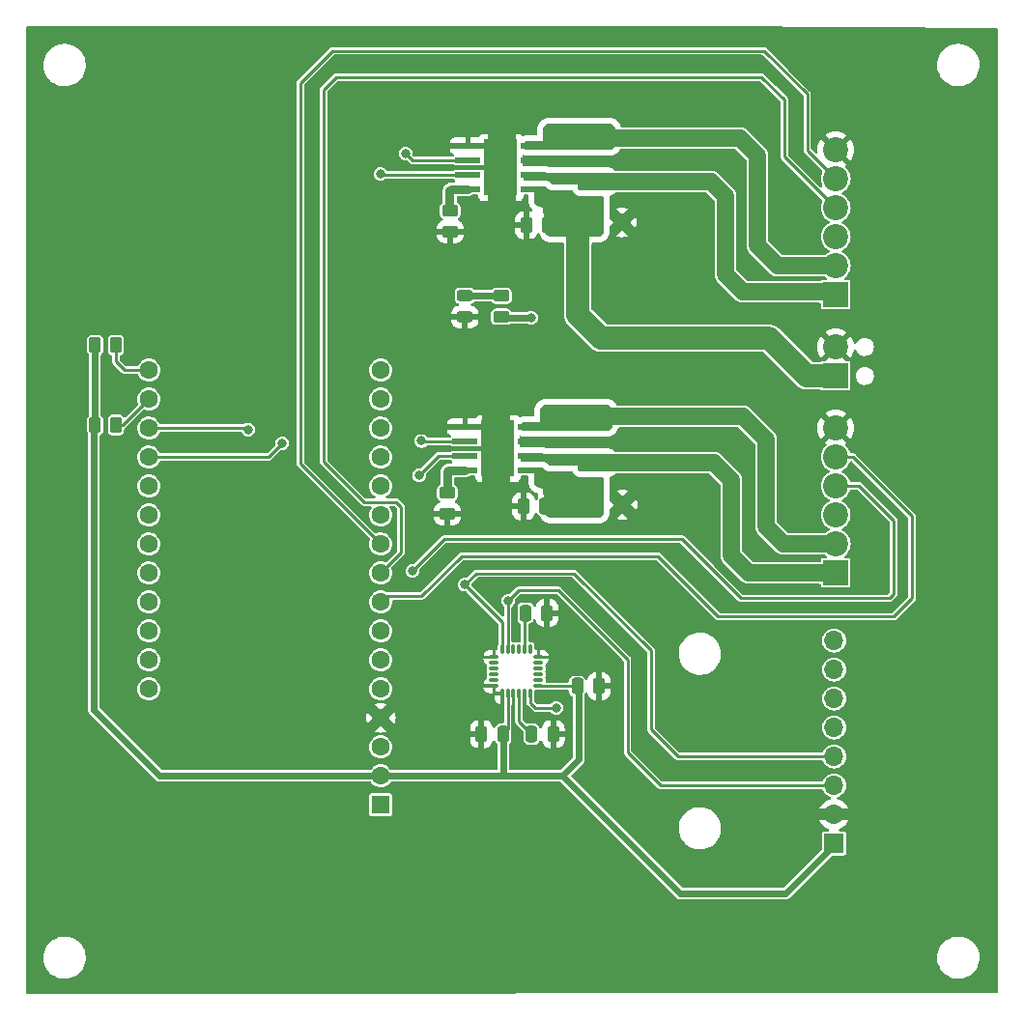
<source format=gtl>
%TF.GenerationSoftware,KiCad,Pcbnew,7.0.7*%
%TF.CreationDate,2023-11-09T13:19:11-08:00*%
%TF.ProjectId,Balance_Bot,42616c61-6e63-4655-9f42-6f742e6b6963,rev?*%
%TF.SameCoordinates,Original*%
%TF.FileFunction,Copper,L1,Top*%
%TF.FilePolarity,Positive*%
%FSLAX46Y46*%
G04 Gerber Fmt 4.6, Leading zero omitted, Abs format (unit mm)*
G04 Created by KiCad (PCBNEW 7.0.7) date 2023-11-09 13:19:11*
%MOMM*%
%LPD*%
G01*
G04 APERTURE LIST*
G04 Aperture macros list*
%AMRoundRect*
0 Rectangle with rounded corners*
0 $1 Rounding radius*
0 $2 $3 $4 $5 $6 $7 $8 $9 X,Y pos of 4 corners*
0 Add a 4 corners polygon primitive as box body*
4,1,4,$2,$3,$4,$5,$6,$7,$8,$9,$2,$3,0*
0 Add four circle primitives for the rounded corners*
1,1,$1+$1,$2,$3*
1,1,$1+$1,$4,$5*
1,1,$1+$1,$6,$7*
1,1,$1+$1,$8,$9*
0 Add four rect primitives between the rounded corners*
20,1,$1+$1,$2,$3,$4,$5,0*
20,1,$1+$1,$4,$5,$6,$7,0*
20,1,$1+$1,$6,$7,$8,$9,0*
20,1,$1+$1,$8,$9,$2,$3,0*%
G04 Aperture macros list end*
%TA.AperFunction,SMDPad,CuDef*%
%ADD10RoundRect,0.250000X-0.262500X-0.450000X0.262500X-0.450000X0.262500X0.450000X-0.262500X0.450000X0*%
%TD*%
%TA.AperFunction,SMDPad,CuDef*%
%ADD11RoundRect,0.250000X-0.450000X0.262500X-0.450000X-0.262500X0.450000X-0.262500X0.450000X0.262500X0*%
%TD*%
%TA.AperFunction,ComponentPad*%
%ADD12C,0.630000*%
%TD*%
%TA.AperFunction,SMDPad,CuDef*%
%ADD13R,2.950000X4.900000*%
%TD*%
%TA.AperFunction,SMDPad,CuDef*%
%ADD14R,2.200000X0.500000*%
%TD*%
%TA.AperFunction,SMDPad,CuDef*%
%ADD15RoundRect,0.250000X0.250000X0.475000X-0.250000X0.475000X-0.250000X-0.475000X0.250000X-0.475000X0*%
%TD*%
%TA.AperFunction,ComponentPad*%
%ADD16R,1.600000X1.600000*%
%TD*%
%TA.AperFunction,ComponentPad*%
%ADD17C,1.600000*%
%TD*%
%TA.AperFunction,ComponentPad*%
%ADD18C,2.200000*%
%TD*%
%TA.AperFunction,ComponentPad*%
%ADD19R,2.200000X2.200000*%
%TD*%
%TA.AperFunction,SMDPad,CuDef*%
%ADD20RoundRect,0.075000X-0.350000X-0.075000X0.350000X-0.075000X0.350000X0.075000X-0.350000X0.075000X0*%
%TD*%
%TA.AperFunction,SMDPad,CuDef*%
%ADD21RoundRect,0.075000X0.075000X-0.350000X0.075000X0.350000X-0.075000X0.350000X-0.075000X-0.350000X0*%
%TD*%
%TA.AperFunction,ComponentPad*%
%ADD22R,1.700000X1.700000*%
%TD*%
%TA.AperFunction,ComponentPad*%
%ADD23O,1.700000X1.700000*%
%TD*%
%TA.AperFunction,SMDPad,CuDef*%
%ADD24RoundRect,0.243750X0.456250X-0.243750X0.456250X0.243750X-0.456250X0.243750X-0.456250X-0.243750X0*%
%TD*%
%TA.AperFunction,SMDPad,CuDef*%
%ADD25RoundRect,0.250000X0.450000X-0.262500X0.450000X0.262500X-0.450000X0.262500X-0.450000X-0.262500X0*%
%TD*%
%TA.AperFunction,SMDPad,CuDef*%
%ADD26RoundRect,0.250000X-0.250000X-0.475000X0.250000X-0.475000X0.250000X0.475000X-0.250000X0.475000X0*%
%TD*%
%TA.AperFunction,ViaPad*%
%ADD27C,0.800000*%
%TD*%
%TA.AperFunction,Conductor*%
%ADD28C,0.250000*%
%TD*%
%TA.AperFunction,Conductor*%
%ADD29C,0.600000*%
%TD*%
%TA.AperFunction,Conductor*%
%ADD30C,2.000000*%
%TD*%
%TA.AperFunction,Conductor*%
%ADD31C,1.500000*%
%TD*%
%TA.AperFunction,Conductor*%
%ADD32C,0.800000*%
%TD*%
G04 APERTURE END LIST*
D10*
%TO.P,R11,1*%
%TO.N,+3.3V*%
X125587500Y-89000000D03*
%TO.P,R11,2*%
%TO.N,SDA*%
X127412500Y-89000000D03*
%TD*%
D11*
%TO.P,R8,1*%
%TO.N,Net-(U4-ILIM)*%
X156464000Y-101957500D03*
%TO.P,R8,2*%
%TO.N,GND*%
X156464000Y-103782500D03*
%TD*%
D12*
%TO.P,U2,9,GND*%
%TO.N,GND*%
X161798000Y-74736000D03*
X161798000Y-73436000D03*
X161798000Y-72136000D03*
D13*
X161148000Y-73436000D03*
D12*
X160498000Y-74736000D03*
X160498000Y-73436000D03*
X160498000Y-72136000D03*
D14*
%TO.P,U2,8,OUT2*%
%TO.N,Net-(J1-Pin_2)*%
X164023000Y-71531000D03*
%TO.P,U2,7,GND*%
%TO.N,GND*%
X164023000Y-72801000D03*
%TO.P,U2,6,OUT1*%
%TO.N,Net-(J1-Pin_1)*%
X164023000Y-74071000D03*
%TO.P,U2,5,VM*%
%TO.N,12V_BAT*%
X164023000Y-75341000D03*
%TO.P,U2,4,ILIM*%
%TO.N,Net-(U2-ILIM)*%
X158273000Y-75341000D03*
%TO.P,U2,3,IN1*%
%TO.N,IN1_LEFT*%
X158273000Y-74071000D03*
%TO.P,U2,2,IN2*%
%TO.N,IN2_LEFT*%
X158273000Y-72801000D03*
%TO.P,U2,1,GND*%
%TO.N,GND*%
X158273000Y-71531000D03*
%TD*%
D15*
%TO.P,C5,1*%
%TO.N,12V_BAT*%
X165288000Y-78486000D03*
%TO.P,C5,2*%
%TO.N,GND*%
X163388000Y-78486000D03*
%TD*%
D16*
%TO.P,C7,1*%
%TO.N,12V_BAT*%
X169251621Y-78232000D03*
D17*
%TO.P,C7,2*%
%TO.N,GND*%
X171751621Y-78232000D03*
%TD*%
D18*
%TO.P,J3,2,Pin_2*%
%TO.N,GND*%
X190500000Y-89154000D03*
D19*
%TO.P,J3,1,Pin_1*%
%TO.N,12V_BAT*%
X190500000Y-91694000D03*
%TD*%
D15*
%TO.P,C2,1*%
%TO.N,GND*%
X165750000Y-123100000D03*
%TO.P,C2,2*%
%TO.N,Net-(U1-REGOUT)*%
X163850000Y-123100000D03*
%TD*%
D20*
%TO.P,U1,1,CLKIN*%
%TO.N,GND*%
X160550000Y-116350000D03*
%TO.P,U1,2,NC*%
%TO.N,unconnected-(U1-NC-Pad2)*%
X160550000Y-116850000D03*
%TO.P,U1,3,NC*%
%TO.N,unconnected-(U1-NC-Pad3)*%
X160550000Y-117350000D03*
%TO.P,U1,4,NC*%
%TO.N,unconnected-(U1-NC-Pad4)*%
X160550000Y-117850000D03*
%TO.P,U1,5,NC*%
%TO.N,unconnected-(U1-NC-Pad5)*%
X160550000Y-118350000D03*
%TO.P,U1,6,AUX_DA*%
%TO.N,GND*%
X160550000Y-118850000D03*
D21*
%TO.P,U1,7,AUX_CL*%
X161250000Y-119550000D03*
%TO.P,U1,8,VLOGIC*%
%TO.N,+3.3V*%
X161750000Y-119550000D03*
%TO.P,U1,9,AD0*%
%TO.N,GND*%
X162250000Y-119550000D03*
%TO.P,U1,10,REGOUT*%
%TO.N,Net-(U1-REGOUT)*%
X162750000Y-119550000D03*
%TO.P,U1,11,FSYNC*%
%TO.N,GND*%
X163250000Y-119550000D03*
%TO.P,U1,12,INT*%
%TO.N,INT*%
X163750000Y-119550000D03*
D20*
%TO.P,U1,13,VDD*%
%TO.N,+3.3V*%
X164450000Y-118850000D03*
%TO.P,U1,14,NC*%
%TO.N,unconnected-(U1-NC-Pad14)*%
X164450000Y-118350000D03*
%TO.P,U1,15,NC*%
%TO.N,unconnected-(U1-NC-Pad15)*%
X164450000Y-117850000D03*
%TO.P,U1,16,NC*%
%TO.N,unconnected-(U1-NC-Pad16)*%
X164450000Y-117350000D03*
%TO.P,U1,17,NC*%
%TO.N,unconnected-(U1-NC-Pad17)*%
X164450000Y-116850000D03*
%TO.P,U1,18,GND*%
%TO.N,GND*%
X164450000Y-116350000D03*
D21*
%TO.P,U1,19,RESV*%
%TO.N,unconnected-(U1-RESV-Pad19)*%
X163750000Y-115650000D03*
%TO.P,U1,20,CPOUT*%
%TO.N,Net-(U1-CPOUT)*%
X163250000Y-115650000D03*
%TO.P,U1,21,RESV*%
%TO.N,unconnected-(U1-RESV-Pad21)*%
X162750000Y-115650000D03*
%TO.P,U1,22,RESV*%
%TO.N,unconnected-(U1-RESV-Pad22)*%
X162250000Y-115650000D03*
%TO.P,U1,23,SCL*%
%TO.N,SCL*%
X161750000Y-115650000D03*
%TO.P,U1,24,SDA*%
%TO.N,SDA*%
X161250000Y-115650000D03*
%TD*%
D15*
%TO.P,C6,1*%
%TO.N,12V_BAT*%
X165034000Y-103124000D03*
%TO.P,C6,2*%
%TO.N,GND*%
X163134000Y-103124000D03*
%TD*%
D11*
%TO.P,R1,1*%
%TO.N,Net-(U2-ILIM)*%
X156718000Y-77216000D03*
%TO.P,R1,2*%
%TO.N,GND*%
X156718000Y-79041000D03*
%TD*%
D22*
%TO.P,J4,1,Pin_1*%
%TO.N,+3.3V*%
X190350000Y-132674469D03*
D23*
%TO.P,J4,2,Pin_2*%
%TO.N,GND*%
X190350000Y-130134469D03*
%TO.P,J4,3,Pin_3*%
%TO.N,SCL*%
X190350000Y-127594469D03*
%TO.P,J4,4,Pin_4*%
%TO.N,SDA*%
X190350000Y-125054469D03*
%TO.P,J4,5,Pin_5*%
%TO.N,unconnected-(J4-Pin_5-Pad5)*%
X190350000Y-122514469D03*
%TO.P,J4,6,Pin_6*%
%TO.N,unconnected-(J4-Pin_6-Pad6)*%
X190350000Y-119974469D03*
%TO.P,J4,7,Pin_7*%
%TO.N,unconnected-(J4-Pin_7-Pad7)*%
X190350000Y-117434469D03*
%TO.P,J4,8,Pin_8*%
%TO.N,INT*%
X190350000Y-114894469D03*
%TD*%
D24*
%TO.P,D1,1,K*%
%TO.N,GND*%
X158000000Y-86537500D03*
%TO.P,D1,2,A*%
%TO.N,Net-(D1-A)*%
X158000000Y-84662500D03*
%TD*%
D19*
%TO.P,J1,1,Pin_1*%
%TO.N,Net-(J1-Pin_1)*%
X190500000Y-84582000D03*
D18*
%TO.P,J1,2,Pin_2*%
%TO.N,Net-(J1-Pin_2)*%
X190500000Y-82042000D03*
%TO.P,J1,3,Pin_3*%
%TO.N,+3.3V*%
X190500000Y-79502000D03*
%TO.P,J1,4,Pin_4*%
%TO.N,OUT_A_LEFT*%
X190500000Y-76962000D03*
%TO.P,J1,5,Pin_5*%
%TO.N,OUT_B_LEFT*%
X190500000Y-74422000D03*
%TO.P,J1,6,Pin_6*%
%TO.N,GND*%
X190500000Y-71882000D03*
%TD*%
D16*
%TO.P,C9,1*%
%TO.N,12V_BAT*%
X169317621Y-103000000D03*
D17*
%TO.P,C9,2*%
%TO.N,GND*%
X171817621Y-103000000D03*
%TD*%
D12*
%TO.P,U4,9,GND*%
%TO.N,GND*%
X161544000Y-99374000D03*
X161544000Y-98074000D03*
X161544000Y-96774000D03*
D13*
X160894000Y-98074000D03*
D12*
X160244000Y-99374000D03*
X160244000Y-98074000D03*
X160244000Y-96774000D03*
D14*
%TO.P,U4,8,OUT2*%
%TO.N,Net-(J2-Pin_2)*%
X163769000Y-96169000D03*
%TO.P,U4,7,GND*%
%TO.N,GND*%
X163769000Y-97439000D03*
%TO.P,U4,6,OUT1*%
%TO.N,Net-(J2-Pin_1)*%
X163769000Y-98709000D03*
%TO.P,U4,5,VM*%
%TO.N,12V_BAT*%
X163769000Y-99979000D03*
%TO.P,U4,4,ILIM*%
%TO.N,Net-(U4-ILIM)*%
X158019000Y-99979000D03*
%TO.P,U4,3,IN1*%
%TO.N,IN1_RIGHT*%
X158019000Y-98709000D03*
%TO.P,U4,2,IN2*%
%TO.N,IN2_RIGHT*%
X158019000Y-97439000D03*
%TO.P,U4,1,GND*%
%TO.N,GND*%
X158019000Y-96169000D03*
%TD*%
D15*
%TO.P,C3,1*%
%TO.N,+3.3V*%
X161350000Y-123100000D03*
%TO.P,C3,2*%
%TO.N,GND*%
X159450000Y-123100000D03*
%TD*%
%TO.P,C1,1*%
%TO.N,GND*%
X165200000Y-112492000D03*
%TO.P,C1,2*%
%TO.N,Net-(U1-CPOUT)*%
X163300000Y-112492000D03*
%TD*%
D25*
%TO.P,R2,2*%
%TO.N,Net-(D1-A)*%
X161200000Y-84687500D03*
%TO.P,R2,1*%
%TO.N,+3.3V*%
X161200000Y-86512500D03*
%TD*%
D19*
%TO.P,J2,1,Pin_1*%
%TO.N,Net-(J2-Pin_1)*%
X190500000Y-108966000D03*
D18*
%TO.P,J2,2,Pin_2*%
%TO.N,Net-(J2-Pin_2)*%
X190500000Y-106426000D03*
%TO.P,J2,3,Pin_3*%
%TO.N,+3.3V*%
X190500000Y-103886000D03*
%TO.P,J2,4,Pin_4*%
%TO.N,OUT_A_RIGHT*%
X190500000Y-101346000D03*
%TO.P,J2,5,Pin_5*%
%TO.N,OUT_B_RIGHT*%
X190500000Y-98806000D03*
%TO.P,J2,6,Pin_6*%
%TO.N,GND*%
X190500000Y-96266000D03*
%TD*%
D10*
%TO.P,R10,1*%
%TO.N,+3.3V*%
X125587500Y-96000000D03*
%TO.P,R10,2*%
%TO.N,SCL*%
X127412500Y-96000000D03*
%TD*%
D26*
%TO.P,C4,2*%
%TO.N,GND*%
X169750000Y-118900000D03*
%TO.P,C4,1*%
%TO.N,+3.3V*%
X167850000Y-118900000D03*
%TD*%
D16*
%TO.P,A1,1,~{RESET}*%
%TO.N,unconnected-(A1-~{RESET}-Pad1)*%
X150622000Y-129286000D03*
D17*
%TO.P,A1,2,3V3*%
%TO.N,+3.3V*%
X150622000Y-126746000D03*
%TO.P,A1,3,NC*%
%TO.N,unconnected-(A1-NC-Pad3)*%
X150622000Y-124206000D03*
%TO.P,A1,4,GND*%
%TO.N,GND*%
X150622000Y-121666000D03*
%TO.P,A1,5,DAC2/A0*%
%TO.N,unconnected-(A1-DAC2{slash}A0-Pad5)*%
X150622000Y-119126000D03*
%TO.P,A1,6,DAC1/A1*%
%TO.N,unconnected-(A1-DAC1{slash}A1-Pad6)*%
X150622000Y-116586000D03*
%TO.P,A1,7,I34/A2*%
%TO.N,OUT_A_RIGHT*%
X150622000Y-114046000D03*
%TO.P,A1,8,I39/A3*%
%TO.N,OUT_B_RIGHT*%
X150622000Y-111506000D03*
%TO.P,A1,9,IO36/A4*%
%TO.N,OUT_A_LEFT*%
X150622000Y-108966000D03*
%TO.P,A1,10,IO4/A5*%
%TO.N,OUT_B_LEFT*%
X150622000Y-106426000D03*
%TO.P,A1,11,SCK/IO5*%
%TO.N,unconnected-(A1-SCK{slash}IO5-Pad11)*%
X150622000Y-103886000D03*
%TO.P,A1,12,MOSI/IO18*%
%TO.N,unconnected-(A1-MOSI{slash}IO18-Pad12)*%
X150622000Y-101346000D03*
%TO.P,A1,13,MISO/IO19*%
%TO.N,unconnected-(A1-MISO{slash}IO19-Pad13)*%
X150622000Y-98806000D03*
%TO.P,A1,14,RX/IO16*%
%TO.N,unconnected-(A1-RX{slash}IO16-Pad14)*%
X150622000Y-96266000D03*
%TO.P,A1,15,TX/IO17*%
%TO.N,unconnected-(A1-TX{slash}IO17-Pad15)*%
X150622000Y-93726000D03*
%TO.P,A1,16,IO21*%
%TO.N,unconnected-(A1-IO21-Pad16)*%
X150622000Y-91186000D03*
%TO.P,A1,17,SDA/IO23*%
%TO.N,SDA*%
X130302000Y-91186000D03*
%TO.P,A1,18,SCL/IO22*%
%TO.N,SCL*%
X130302000Y-93726000D03*
%TO.P,A1,19,A6/IO14*%
%TO.N,IN1_RIGHT*%
X130302000Y-96266000D03*
%TO.P,A1,20,A7/IO32*%
%TO.N,IN2_RIGHT*%
X130302000Y-98806000D03*
%TO.P,A1,21,A8/IO15*%
%TO.N,IN1_LEFT*%
X130302000Y-101346000D03*
%TO.P,A1,22,A9/IO33*%
%TO.N,IN2_LEFT*%
X130302000Y-103886000D03*
%TO.P,A1,23,A10/IO27*%
%TO.N,INT*%
X130302000Y-106426000D03*
%TO.P,A1,24,A11/IO12*%
%TO.N,unconnected-(A1-A11{slash}IO12-Pad24)*%
X130302000Y-108966000D03*
%TO.P,A1,25,A12/IO13*%
%TO.N,unconnected-(A1-A12{slash}IO13-Pad25)*%
X130302000Y-111506000D03*
%TO.P,A1,26,USB*%
%TO.N,unconnected-(A1-USB-Pad26)*%
X130302000Y-114046000D03*
%TO.P,A1,27,EN*%
%TO.N,unconnected-(A1-EN-Pad27)*%
X130302000Y-116586000D03*
%TO.P,A1,28,VBAT*%
%TO.N,unconnected-(A1-VBAT-Pad28)*%
X130302000Y-119126000D03*
%TD*%
D27*
%TO.N,GND*%
X167000000Y-121900000D03*
X187250000Y-126250000D03*
X184550000Y-126300000D03*
X181550000Y-126300000D03*
X178350000Y-126250000D03*
X170900000Y-117000000D03*
X171350000Y-118950000D03*
X174300000Y-124650000D03*
X175400000Y-122450000D03*
X175350000Y-120000000D03*
X173250000Y-122600000D03*
X173350000Y-120000000D03*
X173250000Y-116850000D03*
X172200000Y-115050000D03*
X170850000Y-113700000D03*
X169750000Y-112550000D03*
X152700000Y-113550000D03*
X160200000Y-110550000D03*
X161600000Y-109900000D03*
X167100000Y-110000000D03*
X168650000Y-111500000D03*
X138100000Y-125550000D03*
X142600000Y-125300000D03*
X140800000Y-128200000D03*
X127950000Y-100000000D03*
X123100000Y-102600000D03*
X126700000Y-99500000D03*
X126750000Y-105250000D03*
X124250000Y-103650000D03*
X127250000Y-102600000D03*
X168984000Y-140190000D03*
X169350000Y-122000000D03*
X141436800Y-120200000D03*
X194800000Y-90400000D03*
X144650000Y-98700000D03*
X194800000Y-86700000D03*
X149000000Y-110200000D03*
X158500000Y-102000000D03*
X136984000Y-143190000D03*
X140000000Y-81000000D03*
X140800000Y-116400000D03*
X168000000Y-114500000D03*
X161290000Y-69500000D03*
X170500000Y-84500000D03*
X140547200Y-140390000D03*
X152200000Y-110000000D03*
X165862000Y-72898000D03*
X156100000Y-70250000D03*
X194800000Y-95800000D03*
X166000000Y-97500000D03*
X151236800Y-143190000D03*
X151236800Y-140390000D03*
X163936800Y-132000000D03*
X136436800Y-81000000D03*
X159500000Y-125000000D03*
X194800000Y-84400000D03*
X175184000Y-102990000D03*
X167386000Y-72898000D03*
X178500000Y-91000000D03*
X166000000Y-125000000D03*
X155000000Y-75500000D03*
X182000000Y-98000000D03*
X175000000Y-80010000D03*
X133436800Y-113000000D03*
X147950000Y-98700000D03*
X175184000Y-101490000D03*
X154500000Y-88000000D03*
X144110400Y-140390000D03*
X194800000Y-100000000D03*
X194800000Y-92400000D03*
X178816000Y-77000000D03*
X146700000Y-98700000D03*
X152500000Y-75500000D03*
X159512000Y-69500000D03*
X170500000Y-72898000D03*
X154800000Y-143200000D03*
X159012000Y-92500000D03*
X137936800Y-86700000D03*
X183000000Y-130500000D03*
X173500000Y-84500000D03*
X167500000Y-129200000D03*
X169250000Y-116400000D03*
X137000000Y-117200000D03*
X159000000Y-129200000D03*
X190500000Y-68500000D03*
X160790000Y-94000000D03*
X137000000Y-120000000D03*
X198200000Y-104600000D03*
X150600000Y-132000000D03*
X141500000Y-86700000D03*
X155436800Y-129200000D03*
X140500000Y-67000000D03*
X176000000Y-93500000D03*
X172000000Y-97500000D03*
X160800000Y-121000000D03*
X172000000Y-72898000D03*
X175000000Y-78500000D03*
X179500000Y-97500000D03*
X186800000Y-140200000D03*
X136936800Y-67000000D03*
X144110400Y-143190000D03*
X186800000Y-143000000D03*
X193000000Y-68500000D03*
X163000000Y-69500000D03*
X172500000Y-68500000D03*
X177184000Y-101490000D03*
X147673600Y-143190000D03*
X179673600Y-142990000D03*
X194600000Y-107200000D03*
X145000000Y-123000000D03*
X159512000Y-77216000D03*
X133500000Y-80200000D03*
X137800000Y-109600000D03*
X161000000Y-104000000D03*
X161290000Y-79000000D03*
X169000000Y-72898000D03*
X136500000Y-132000000D03*
X170000000Y-91000000D03*
X192800000Y-105200000D03*
X152500000Y-78200000D03*
X132936800Y-132000000D03*
X177500000Y-68500000D03*
X154500000Y-85200000D03*
X158500000Y-117000000D03*
X154800000Y-140400000D03*
X176500000Y-84500000D03*
X154500000Y-90700000D03*
X169000000Y-97500000D03*
X154500000Y-93500000D03*
X175500000Y-91000000D03*
X162500000Y-92500000D03*
X186350000Y-130500000D03*
X155000000Y-108600000D03*
X176110400Y-140190000D03*
X161000000Y-102000000D03*
X129936800Y-83000000D03*
X153600000Y-106400000D03*
X194850000Y-78100000D03*
X183500000Y-94000000D03*
X137936800Y-89500000D03*
X183236800Y-142990000D03*
X192400000Y-102600000D03*
X143936800Y-129200000D03*
X169200000Y-125000000D03*
X132936800Y-129200000D03*
X194600000Y-105200000D03*
X148936800Y-81000000D03*
X143800000Y-101450000D03*
X146550000Y-96150000D03*
X179673600Y-140190000D03*
X148936800Y-78200000D03*
X147673600Y-140390000D03*
X137000000Y-113000000D03*
X169300000Y-123400000D03*
X147500000Y-129200000D03*
X163936800Y-129200000D03*
X133500000Y-83000000D03*
X160790000Y-92500000D03*
X179000000Y-101490000D03*
X155436800Y-132000000D03*
X141500000Y-89500000D03*
X159000000Y-132000000D03*
X183236800Y-140190000D03*
X177038000Y-80010000D03*
X136436800Y-78200000D03*
X129936800Y-80200000D03*
X166000000Y-114500000D03*
X168984000Y-142990000D03*
X172547200Y-140190000D03*
X159012000Y-94000000D03*
X140600000Y-112800000D03*
X140547200Y-143190000D03*
X154400000Y-111800000D03*
X158500000Y-119000000D03*
X161290000Y-68000000D03*
X143936800Y-132000000D03*
X162500000Y-94000000D03*
X133436800Y-117200000D03*
X140500000Y-64200000D03*
X172500000Y-91000000D03*
X179000000Y-102990000D03*
X136984000Y-140390000D03*
X142850000Y-98700000D03*
X164850000Y-121600000D03*
X175000000Y-77000000D03*
X175184000Y-104500000D03*
X153400000Y-125200000D03*
X167150000Y-112550000D03*
X176110400Y-142990000D03*
X167500000Y-97500000D03*
X163000000Y-68000000D03*
X133436800Y-110200000D03*
X161290000Y-77216000D03*
X175000000Y-68500000D03*
X177000000Y-78500000D03*
X162600000Y-125000000D03*
X136936800Y-64200000D03*
X198200000Y-108800000D03*
X177000000Y-77000000D03*
X159512000Y-79000000D03*
X167500000Y-132000000D03*
X133436800Y-120000000D03*
X194900000Y-74150000D03*
X172547200Y-142990000D03*
X140000000Y-78200000D03*
X170500000Y-97500000D03*
X171400000Y-126400000D03*
X159512000Y-68000000D03*
X141000000Y-100150000D03*
X179000000Y-104500000D03*
X194900000Y-76000000D03*
X194900000Y-72350000D03*
X194800000Y-81000000D03*
X177222000Y-104500000D03*
X166800000Y-116400000D03*
X158500000Y-104000000D03*
X147400000Y-125400000D03*
X152500000Y-81000000D03*
X153400000Y-129200000D03*
X141436800Y-123000000D03*
X147500000Y-132000000D03*
X136500000Y-129200000D03*
X165400000Y-81800000D03*
X178816000Y-80010000D03*
X178816000Y-78500000D03*
X145000000Y-120200000D03*
X177184000Y-102990000D03*
%TO.N,OUT_A_RIGHT*%
X153400000Y-108800000D03*
%TO.N,IN1_RIGHT*%
X139000000Y-96400000D03*
X154000000Y-100400000D03*
%TO.N,IN2_RIGHT*%
X142000000Y-97600000D03*
X154200000Y-97400000D03*
%TO.N,IN1_LEFT*%
X150600000Y-74000000D03*
%TO.N,IN2_LEFT*%
X152800000Y-72200000D03*
%TO.N,+3.3V*%
X163800000Y-86600000D03*
%TO.N,SDA*%
X158000000Y-110000000D03*
%TO.N,SCL*%
X161800000Y-111400000D03*
%TO.N,INT*%
X166000000Y-120800000D03*
%TD*%
D28*
%TO.N,SDA*%
X174300000Y-115750000D02*
X167550000Y-109000000D01*
X167550000Y-109000000D02*
X159000000Y-109000000D01*
X159000000Y-109000000D02*
X158000000Y-110000000D01*
X176704469Y-125054469D02*
X174300000Y-122650000D01*
X174300000Y-122650000D02*
X174300000Y-115750000D01*
X190350000Y-125054469D02*
X176704469Y-125054469D01*
%TO.N,SCL*%
X175144469Y-127594469D02*
X190350000Y-127594469D01*
X172250000Y-124700000D02*
X175144469Y-127594469D01*
X172250000Y-116550000D02*
X172250000Y-124700000D01*
X166200000Y-110500000D02*
X172250000Y-116550000D01*
X161800000Y-111400000D02*
X162700000Y-110500000D01*
X162700000Y-110500000D02*
X166200000Y-110500000D01*
D29*
%TO.N,+3.3V*%
X186100000Y-137100000D02*
X190500000Y-132700000D01*
X176900000Y-137100000D02*
X186100000Y-137100000D01*
X166550000Y-126750000D02*
X176900000Y-137100000D01*
D28*
%TO.N,GND*%
X161250000Y-119550000D02*
X161250000Y-120550000D01*
X162250000Y-119550000D02*
X162250000Y-122136396D01*
X162250000Y-122136396D02*
X162600000Y-122486396D01*
X160550000Y-116350000D02*
X159150000Y-116350000D01*
X163650000Y-121600000D02*
X164850000Y-121600000D01*
X163250000Y-121250000D02*
X163600000Y-121600000D01*
X160550000Y-118850000D02*
X158650000Y-118850000D01*
X163250000Y-119550000D02*
X163250000Y-121250000D01*
X158650000Y-118850000D02*
X158500000Y-119000000D01*
X166750000Y-116350000D02*
X166800000Y-116400000D01*
X161300000Y-120600000D02*
X160900000Y-121000000D01*
X162600000Y-122486396D02*
X162600000Y-125000000D01*
X159150000Y-116350000D02*
X158500000Y-117000000D01*
X164450000Y-116350000D02*
X166750000Y-116350000D01*
X161250000Y-120550000D02*
X161300000Y-120600000D01*
%TO.N,OUT_A_RIGHT*%
X192546000Y-101346000D02*
X195600000Y-104400000D01*
X177000000Y-106000000D02*
X156200000Y-106000000D01*
X182200000Y-111200000D02*
X177000000Y-106000000D01*
X195600000Y-110800000D02*
X195200000Y-111200000D01*
X156200000Y-106000000D02*
X153400000Y-108800000D01*
X195600000Y-104400000D02*
X195600000Y-110800000D01*
X195200000Y-111200000D02*
X182200000Y-111200000D01*
X190500000Y-101346000D02*
X192546000Y-101346000D01*
%TO.N,OUT_B_RIGHT*%
X157700000Y-107500000D02*
X174900000Y-107500000D01*
X195600000Y-112800000D02*
X197200000Y-111200000D01*
X174900000Y-107500000D02*
X180200000Y-112800000D01*
X154200000Y-111000000D02*
X157700000Y-107500000D01*
X197200000Y-104000000D02*
X192006000Y-98806000D01*
X192006000Y-98806000D02*
X190500000Y-98806000D01*
X151128000Y-111000000D02*
X154200000Y-111000000D01*
X180200000Y-112800000D02*
X195600000Y-112800000D01*
X197200000Y-111200000D02*
X197200000Y-104000000D01*
X150622000Y-111506000D02*
X151128000Y-111000000D01*
%TO.N,OUT_A_LEFT*%
X190500000Y-76962000D02*
X186000000Y-72462000D01*
X184000000Y-65500000D02*
X146700000Y-65500000D01*
X146700000Y-65500000D02*
X145600000Y-66600000D01*
X151961000Y-102761000D02*
X152400000Y-103200000D01*
X152400000Y-103200000D02*
X152400000Y-107188000D01*
X152400000Y-107188000D02*
X150622000Y-108966000D01*
X145600000Y-66600000D02*
X145600000Y-99200000D01*
X186000000Y-72462000D02*
X186000000Y-67500000D01*
X186000000Y-67500000D02*
X184000000Y-65500000D01*
X145600000Y-99200000D02*
X149161000Y-102761000D01*
X149161000Y-102761000D02*
X151961000Y-102761000D01*
%TO.N,OUT_B_LEFT*%
X143600000Y-99404000D02*
X150622000Y-106426000D01*
X188000000Y-67000000D02*
X184200000Y-63200000D01*
X190500000Y-74422000D02*
X188000000Y-71922000D01*
X143600000Y-66000000D02*
X143600000Y-99404000D01*
X188000000Y-71922000D02*
X188000000Y-67000000D01*
X146400000Y-63200000D02*
X143600000Y-66000000D01*
X184200000Y-63200000D02*
X146400000Y-63200000D01*
%TO.N,IN1_RIGHT*%
X158019000Y-98709000D02*
X155691000Y-98709000D01*
X139000000Y-96400000D02*
X138866000Y-96266000D01*
X138866000Y-96266000D02*
X130302000Y-96266000D01*
X155691000Y-98709000D02*
X154000000Y-100400000D01*
%TO.N,IN2_RIGHT*%
X158019000Y-97439000D02*
X154239000Y-97439000D01*
X140794000Y-98806000D02*
X130302000Y-98806000D01*
X154239000Y-97439000D02*
X154200000Y-97400000D01*
X142000000Y-97600000D02*
X140794000Y-98806000D01*
%TO.N,IN1_LEFT*%
X150600000Y-74000000D02*
X150671000Y-74071000D01*
X150671000Y-74071000D02*
X158273000Y-74071000D01*
%TO.N,IN2_LEFT*%
X153401000Y-72801000D02*
X158273000Y-72801000D01*
X152800000Y-72200000D02*
X153401000Y-72801000D01*
D30*
%TO.N,12V_BAT*%
X167894000Y-86360000D02*
X167894000Y-78486000D01*
X169926000Y-88392000D02*
X167894000Y-86360000D01*
X184658000Y-88392000D02*
X187960000Y-91694000D01*
X169926000Y-88392000D02*
X184658000Y-88392000D01*
X187960000Y-91694000D02*
X190500000Y-91694000D01*
D31*
%TO.N,Net-(J1-Pin_1)*%
X180848000Y-75946000D02*
X179578000Y-74676000D01*
X179578000Y-74676000D02*
X169672000Y-74676000D01*
X182372000Y-84328000D02*
X180848000Y-82804000D01*
X189992000Y-84328000D02*
X182372000Y-84328000D01*
X180848000Y-82804000D02*
X180848000Y-75946000D01*
%TO.N,Net-(J1-Pin_2)*%
X182118000Y-70866000D02*
X169418000Y-70866000D01*
X189738000Y-82042000D02*
X185420000Y-82042000D01*
X185420000Y-82042000D02*
X183642000Y-80264000D01*
X183642000Y-80264000D02*
X183642000Y-72390000D01*
X183642000Y-72390000D02*
X182118000Y-70866000D01*
D28*
%TO.N,Net-(U1-CPOUT)*%
X163300000Y-112492000D02*
X163250000Y-112542000D01*
X163250000Y-112542000D02*
X163250000Y-115650000D01*
%TO.N,Net-(U1-REGOUT)*%
X163850000Y-123100000D02*
X162750000Y-122000000D01*
X162750000Y-122000000D02*
X162750000Y-119550000D01*
D29*
%TO.N,+3.3V*%
X125500000Y-96087500D02*
X125587500Y-96000000D01*
X168000000Y-125300000D02*
X168000000Y-119050000D01*
X161350000Y-126750000D02*
X161350000Y-123100000D01*
X166550000Y-126750000D02*
X168000000Y-125300000D01*
X125587500Y-96000000D02*
X125587500Y-89000000D01*
X150622000Y-126746000D02*
X161346000Y-126746000D01*
X163800000Y-86600000D02*
X161287500Y-86600000D01*
X161346000Y-126746000D02*
X161350000Y-126750000D01*
D28*
X164500000Y-118900000D02*
X167850000Y-118900000D01*
D29*
X161287500Y-86600000D02*
X161200000Y-86512500D01*
X131246000Y-126746000D02*
X125500000Y-121000000D01*
X150622000Y-126746000D02*
X131246000Y-126746000D01*
X161350000Y-126750000D02*
X166550000Y-126750000D01*
D28*
X161750000Y-122700000D02*
X161750000Y-119550000D01*
X161350000Y-123100000D02*
X161750000Y-122700000D01*
X164450000Y-118850000D02*
X164500000Y-118900000D01*
D29*
X168000000Y-119050000D02*
X167850000Y-118900000D01*
X125500000Y-121000000D02*
X125500000Y-96087500D01*
D28*
%TO.N,Net-(D1-A)*%
X158025000Y-84687500D02*
X158000000Y-84662500D01*
D29*
X161200000Y-84687500D02*
X158025000Y-84687500D01*
D28*
%TO.N,SDA*%
X128186000Y-91186000D02*
X130302000Y-91186000D01*
X161250000Y-113250000D02*
X161250000Y-115650000D01*
X158091000Y-110091000D02*
X161250000Y-113250000D01*
X127412500Y-89000000D02*
X127412500Y-90412500D01*
X127412500Y-90412500D02*
X128186000Y-91186000D01*
%TO.N,SCL*%
X161800000Y-111400000D02*
X161750000Y-111450000D01*
X161750000Y-111450000D02*
X161750000Y-115650000D01*
X127412500Y-96000000D02*
X128028000Y-96000000D01*
X128028000Y-96000000D02*
X130302000Y-93726000D01*
D31*
%TO.N,Net-(J2-Pin_1)*%
X182880000Y-108966000D02*
X181356000Y-107442000D01*
X181356000Y-107442000D02*
X181356000Y-100838000D01*
X179832000Y-99314000D02*
X170180000Y-99314000D01*
X190500000Y-108966000D02*
X182880000Y-108966000D01*
X181356000Y-100838000D02*
X179832000Y-99314000D01*
%TO.N,Net-(J2-Pin_2)*%
X190500000Y-106426000D02*
X185928000Y-106426000D01*
X182372000Y-95250000D02*
X170180000Y-95250000D01*
X184404000Y-104902000D02*
X184404000Y-97282000D01*
X185928000Y-106426000D02*
X184404000Y-104902000D01*
X184404000Y-97282000D02*
X182372000Y-95250000D01*
D28*
%TO.N,INT*%
X163750000Y-120350000D02*
X164200000Y-120800000D01*
X163750000Y-119550000D02*
X163750000Y-120350000D01*
X164200000Y-120800000D02*
X166000000Y-120800000D01*
D32*
%TO.N,Net-(U2-ILIM)*%
X156763250Y-75341000D02*
X158221250Y-75341000D01*
X156666250Y-77319500D02*
X156666250Y-75438000D01*
%TO.N,Net-(U4-ILIM)*%
X156464000Y-101957500D02*
X156464000Y-100076000D01*
X156561000Y-99979000D02*
X158019000Y-99979000D01*
D28*
X156464000Y-100076000D02*
X156561000Y-99979000D01*
%TD*%
%TA.AperFunction,Conductor*%
%TO.N,Net-(J1-Pin_1)*%
G36*
X170446031Y-73914530D02*
G01*
X170524681Y-73924885D01*
X170555223Y-73928906D01*
X170586491Y-73937284D01*
X170676918Y-73974740D01*
X170704952Y-73990925D01*
X170782602Y-74050509D01*
X170805491Y-74073398D01*
X170865074Y-74151048D01*
X170881259Y-74179081D01*
X170918715Y-74269508D01*
X170927093Y-74300775D01*
X170941469Y-74409964D01*
X170942000Y-74418065D01*
X170942000Y-74933934D01*
X170941469Y-74942035D01*
X170927093Y-75051224D01*
X170918715Y-75082491D01*
X170881259Y-75172918D01*
X170865074Y-75200951D01*
X170805491Y-75278601D01*
X170782601Y-75301491D01*
X170704951Y-75361074D01*
X170676918Y-75377259D01*
X170586491Y-75414715D01*
X170555224Y-75423093D01*
X170466783Y-75434737D01*
X170446031Y-75437469D01*
X170437934Y-75438000D01*
X168160212Y-75438000D01*
X168136021Y-75435617D01*
X168119690Y-75432368D01*
X168074987Y-75423476D01*
X168030291Y-75404962D01*
X167988904Y-75377309D01*
X167954691Y-75343096D01*
X167927037Y-75301708D01*
X167908523Y-75257011D01*
X167894000Y-75183999D01*
X167894000Y-75183998D01*
X167894000Y-74930000D01*
X167640003Y-74930000D01*
X165683226Y-74930000D01*
X165616187Y-74910315D01*
X165570432Y-74857511D01*
X165567045Y-74849336D01*
X165566978Y-74849159D01*
X165566796Y-74848669D01*
X165480546Y-74733454D01*
X165480544Y-74733452D01*
X165365335Y-74647206D01*
X165365328Y-74647202D01*
X165230482Y-74596908D01*
X165230483Y-74596908D01*
X165170883Y-74590501D01*
X165170881Y-74590500D01*
X165170873Y-74590500D01*
X165170865Y-74590500D01*
X163247499Y-74590500D01*
X163180460Y-74570815D01*
X163134705Y-74518011D01*
X163123499Y-74466500D01*
X163123499Y-74047824D01*
X163143184Y-73980785D01*
X163195988Y-73935030D01*
X163231311Y-73924886D01*
X163309967Y-73914530D01*
X163318067Y-73914000D01*
X170437933Y-73914000D01*
X170446031Y-73914530D01*
G37*
%TD.AperFunction*%
%TD*%
%TA.AperFunction,Conductor*%
%TO.N,GND*%
G36*
X172212000Y-73406000D02*
G01*
X165403799Y-73406000D01*
X165365335Y-73377206D01*
X165365328Y-73377202D01*
X165230482Y-73326908D01*
X165230483Y-73326908D01*
X165170883Y-73320501D01*
X165170881Y-73320500D01*
X165170873Y-73320500D01*
X165170865Y-73320500D01*
X163068000Y-73320500D01*
X163068000Y-72296547D01*
X163084270Y-72304838D01*
X163084276Y-72304840D01*
X163084279Y-72304842D01*
X163157545Y-72335191D01*
X163194446Y-72347181D01*
X163194449Y-72347182D01*
X163271586Y-72365702D01*
X163370084Y-72381302D01*
X163374752Y-72381854D01*
X163389796Y-72383636D01*
X163428982Y-72386720D01*
X163448826Y-72387500D01*
X163448827Y-72387500D01*
X170700211Y-72387500D01*
X170716755Y-72386958D01*
X170729058Y-72386151D01*
X170741362Y-72385344D01*
X170757819Y-72383723D01*
X170891615Y-72366108D01*
X170891614Y-72366108D01*
X170899621Y-72364514D01*
X170924073Y-72359651D01*
X170937441Y-72356068D01*
X170987307Y-72342708D01*
X170987307Y-72342707D01*
X170987309Y-72342707D01*
X171009446Y-72335193D01*
X171018647Y-72332070D01*
X171018646Y-72332070D01*
X171018649Y-72332069D01*
X171139653Y-72281947D01*
X171139661Y-72281943D01*
X171139660Y-72281944D01*
X171153852Y-72274944D01*
X171169338Y-72267308D01*
X171226040Y-72234572D01*
X171226039Y-72234572D01*
X171253552Y-72216188D01*
X171253551Y-72216187D01*
X171357459Y-72136457D01*
X171357470Y-72136447D01*
X171357471Y-72136447D01*
X171357981Y-72136000D01*
X172212000Y-72136000D01*
X172212000Y-73406000D01*
G37*
%TD.AperFunction*%
%TD*%
%TA.AperFunction,Conductor*%
%TO.N,GND*%
G36*
X162000000Y-101500000D02*
G01*
X159500000Y-101500000D01*
X159500000Y-94500000D01*
X162000000Y-94500000D01*
X162000000Y-101500000D01*
G37*
%TD.AperFunction*%
%TD*%
%TA.AperFunction,Conductor*%
%TO.N,GND*%
G36*
X166080851Y-110845185D02*
G01*
X166101493Y-110861819D01*
X171888181Y-116648507D01*
X171921666Y-116709830D01*
X171924500Y-116736188D01*
X171924500Y-124683078D01*
X171924264Y-124688485D01*
X171920735Y-124728808D01*
X171931212Y-124767910D01*
X171932383Y-124773190D01*
X171939411Y-124813043D01*
X171941235Y-124818055D01*
X171948197Y-124834861D01*
X171950445Y-124839681D01*
X171950446Y-124839684D01*
X171964452Y-124859687D01*
X171973655Y-124872831D01*
X171976561Y-124877392D01*
X171996806Y-124912455D01*
X172027815Y-124938475D01*
X172031805Y-124942131D01*
X174902337Y-127812664D01*
X174905992Y-127816653D01*
X174932010Y-127847659D01*
X174932012Y-127847660D01*
X174932014Y-127847663D01*
X174967074Y-127867904D01*
X174971628Y-127870806D01*
X175004785Y-127894023D01*
X175004788Y-127894023D01*
X175009645Y-127896289D01*
X175026402Y-127903229D01*
X175031422Y-127905056D01*
X175031424Y-127905057D01*
X175071299Y-127912087D01*
X175076556Y-127913253D01*
X175115662Y-127923732D01*
X175155979Y-127920204D01*
X175161381Y-127919969D01*
X189259417Y-127919969D01*
X189326456Y-127939654D01*
X189372211Y-127992458D01*
X189373979Y-127996518D01*
X189374768Y-127998423D01*
X189472315Y-128180919D01*
X189472317Y-128180921D01*
X189603589Y-128340879D01*
X189685096Y-128407769D01*
X189763550Y-128472154D01*
X189946046Y-128569701D01*
X190012551Y-128589874D01*
X190070989Y-128628171D01*
X190099446Y-128691983D01*
X190088887Y-128761050D01*
X190042663Y-128813444D01*
X190008650Y-128828310D01*
X189886514Y-128861036D01*
X189886507Y-128861039D01*
X189672422Y-128960868D01*
X189672420Y-128960869D01*
X189478926Y-129096355D01*
X189478920Y-129096360D01*
X189311891Y-129263389D01*
X189311886Y-129263395D01*
X189176402Y-129456886D01*
X189176400Y-129456890D01*
X189093594Y-129634468D01*
X189093594Y-129634469D01*
X189849890Y-129634469D01*
X189916929Y-129654154D01*
X189962684Y-129706958D01*
X189972628Y-129776116D01*
X189954206Y-129825505D01*
X189896352Y-129915529D01*
X189890505Y-129924628D01*
X189850000Y-130062579D01*
X189850000Y-130206358D01*
X189890505Y-130344309D01*
X189890506Y-130344311D01*
X189890507Y-130344313D01*
X189954206Y-130443432D01*
X189973890Y-130510469D01*
X189954205Y-130577509D01*
X189901401Y-130623264D01*
X189849890Y-130634469D01*
X189093593Y-130634469D01*
X189176398Y-130812045D01*
X189311894Y-131005551D01*
X189478917Y-131172574D01*
X189672421Y-131308069D01*
X189842948Y-131387587D01*
X189895387Y-131433759D01*
X189914539Y-131500953D01*
X189894323Y-131567834D01*
X189841158Y-131613169D01*
X189790543Y-131623969D01*
X189480247Y-131623969D01*
X189421770Y-131635600D01*
X189421769Y-131635601D01*
X189355447Y-131679916D01*
X189311132Y-131746238D01*
X189311131Y-131746239D01*
X189299500Y-131804716D01*
X189299500Y-133141324D01*
X189279815Y-133208363D01*
X189263181Y-133229005D01*
X185929005Y-136563181D01*
X185867682Y-136596666D01*
X185841324Y-136599500D01*
X177158675Y-136599500D01*
X177091636Y-136579815D01*
X177070994Y-136563181D01*
X171925576Y-131417763D01*
X176745787Y-131417763D01*
X176775413Y-131687013D01*
X176775415Y-131687024D01*
X176843926Y-131949082D01*
X176843928Y-131949088D01*
X176949870Y-132198390D01*
X177021998Y-132316575D01*
X177090979Y-132429605D01*
X177090986Y-132429615D01*
X177264253Y-132637819D01*
X177264259Y-132637824D01*
X177465998Y-132818582D01*
X177691910Y-132968044D01*
X177937176Y-133083020D01*
X177937183Y-133083022D01*
X177937185Y-133083023D01*
X178196557Y-133161057D01*
X178196564Y-133161058D01*
X178196569Y-133161060D01*
X178464561Y-133200500D01*
X178464566Y-133200500D01*
X178667636Y-133200500D01*
X178719133Y-133196730D01*
X178870156Y-133185677D01*
X178982758Y-133160593D01*
X179134546Y-133126782D01*
X179134548Y-133126781D01*
X179134553Y-133126780D01*
X179387558Y-133030014D01*
X179623777Y-132897441D01*
X179838177Y-132731888D01*
X180026186Y-132536881D01*
X180183799Y-132316579D01*
X180257787Y-132172669D01*
X180307649Y-132075690D01*
X180307651Y-132075684D01*
X180307656Y-132075675D01*
X180395118Y-131819305D01*
X180444319Y-131552933D01*
X180454212Y-131282235D01*
X180424586Y-131012982D01*
X180356072Y-130750912D01*
X180250130Y-130501610D01*
X180109018Y-130270390D01*
X180075865Y-130230552D01*
X179935746Y-130062180D01*
X179935740Y-130062175D01*
X179734002Y-129881418D01*
X179508092Y-129731957D01*
X179454764Y-129706958D01*
X179262824Y-129616980D01*
X179262819Y-129616978D01*
X179262814Y-129616976D01*
X179003442Y-129538942D01*
X179003428Y-129538939D01*
X178887791Y-129521921D01*
X178735439Y-129499500D01*
X178532369Y-129499500D01*
X178532364Y-129499500D01*
X178329844Y-129514323D01*
X178329831Y-129514325D01*
X178065453Y-129573217D01*
X178065446Y-129573220D01*
X177812439Y-129669987D01*
X177576226Y-129802557D01*
X177361822Y-129968112D01*
X177173822Y-130163109D01*
X177173816Y-130163116D01*
X177016202Y-130383419D01*
X177016199Y-130383424D01*
X176892350Y-130624309D01*
X176892343Y-130624327D01*
X176804884Y-130880685D01*
X176804881Y-130880699D01*
X176755681Y-131147068D01*
X176755680Y-131147075D01*
X176745787Y-131417763D01*
X171925576Y-131417763D01*
X167345494Y-126837681D01*
X167312009Y-126776358D01*
X167316993Y-126706666D01*
X167345494Y-126662319D01*
X167820352Y-126187461D01*
X168306431Y-125701381D01*
X168327068Y-125684751D01*
X168331128Y-125682143D01*
X168365109Y-125642925D01*
X168368092Y-125639720D01*
X168379221Y-125628593D01*
X168388637Y-125616014D01*
X168391417Y-125612564D01*
X168425377Y-125573373D01*
X168427375Y-125568995D01*
X168440907Y-125546189D01*
X168443796Y-125542331D01*
X168461922Y-125493728D01*
X168463614Y-125489645D01*
X168478743Y-125456518D01*
X168485165Y-125442457D01*
X168485850Y-125437685D01*
X168492409Y-125411992D01*
X168494091Y-125407483D01*
X168497791Y-125355740D01*
X168498265Y-125351340D01*
X168500500Y-125335799D01*
X168500500Y-125320094D01*
X168500658Y-125315669D01*
X168504359Y-125263927D01*
X168503332Y-125259206D01*
X168500500Y-125232858D01*
X168500500Y-119615503D01*
X168507458Y-119574550D01*
X168508871Y-119570512D01*
X168525157Y-119523968D01*
X168565877Y-119467193D01*
X168630829Y-119441445D01*
X168699391Y-119454901D01*
X168749795Y-119503287D01*
X168759904Y-119525918D01*
X168815642Y-119694121D01*
X168815643Y-119694124D01*
X168907684Y-119843345D01*
X169031654Y-119967315D01*
X169180875Y-120059356D01*
X169180880Y-120059358D01*
X169347302Y-120114505D01*
X169347309Y-120114506D01*
X169450019Y-120124999D01*
X169499999Y-120124998D01*
X169500000Y-120124998D01*
X169500000Y-119150000D01*
X170000000Y-119150000D01*
X170000000Y-120124999D01*
X170049972Y-120124999D01*
X170049986Y-120124998D01*
X170152697Y-120114505D01*
X170319119Y-120059358D01*
X170319124Y-120059356D01*
X170468345Y-119967315D01*
X170592315Y-119843345D01*
X170684356Y-119694124D01*
X170684358Y-119694119D01*
X170739505Y-119527697D01*
X170739506Y-119527690D01*
X170749999Y-119424986D01*
X170750000Y-119424973D01*
X170750000Y-119150000D01*
X170000000Y-119150000D01*
X169500000Y-119150000D01*
X169500000Y-117675000D01*
X170000000Y-117675000D01*
X170000000Y-118650000D01*
X170749999Y-118650000D01*
X170749999Y-118375028D01*
X170749998Y-118375013D01*
X170739505Y-118272302D01*
X170684358Y-118105880D01*
X170684356Y-118105875D01*
X170592315Y-117956654D01*
X170468345Y-117832684D01*
X170319124Y-117740643D01*
X170319119Y-117740641D01*
X170152697Y-117685494D01*
X170152690Y-117685493D01*
X170049986Y-117675000D01*
X170000000Y-117675000D01*
X169500000Y-117675000D01*
X169499999Y-117674999D01*
X169450029Y-117675000D01*
X169450011Y-117675001D01*
X169347302Y-117685494D01*
X169180880Y-117740641D01*
X169180875Y-117740643D01*
X169031654Y-117832684D01*
X168907684Y-117956654D01*
X168815643Y-118105875D01*
X168815641Y-118105880D01*
X168759905Y-118274082D01*
X168720132Y-118331527D01*
X168655617Y-118358350D01*
X168586841Y-118346035D01*
X168535641Y-118298492D01*
X168525158Y-118276033D01*
X168502793Y-118212119D01*
X168502792Y-118212117D01*
X168491774Y-118197188D01*
X168422150Y-118102850D01*
X168312882Y-118022207D01*
X168312880Y-118022206D01*
X168184700Y-117977353D01*
X168154270Y-117974500D01*
X168154266Y-117974500D01*
X167545734Y-117974500D01*
X167545730Y-117974500D01*
X167515300Y-117977353D01*
X167515298Y-117977353D01*
X167387119Y-118022206D01*
X167387117Y-118022207D01*
X167277850Y-118102850D01*
X167197207Y-118212117D01*
X167197206Y-118212119D01*
X167152353Y-118340298D01*
X167152353Y-118340300D01*
X167149500Y-118370730D01*
X167149500Y-118450500D01*
X167129815Y-118517539D01*
X167077011Y-118563294D01*
X167025500Y-118574500D01*
X165199500Y-118574500D01*
X165132461Y-118554815D01*
X165086706Y-118502011D01*
X165075500Y-118450501D01*
X165075499Y-118247870D01*
X165075499Y-118247868D01*
X165059515Y-118167505D01*
X165059514Y-118167503D01*
X165054840Y-118156218D01*
X165056285Y-118155619D01*
X165039563Y-118102213D01*
X165055516Y-118044056D01*
X165054842Y-118043777D01*
X165057066Y-118038406D01*
X165058047Y-118034833D01*
X165059452Y-118032646D01*
X165059516Y-118032493D01*
X165071051Y-117974500D01*
X165075500Y-117952133D01*
X165075499Y-117747868D01*
X165059515Y-117667505D01*
X165059513Y-117667502D01*
X165054841Y-117656222D01*
X165056285Y-117655623D01*
X165039563Y-117602211D01*
X165055517Y-117544056D01*
X165054842Y-117543777D01*
X165057070Y-117538396D01*
X165058049Y-117534831D01*
X165059452Y-117532647D01*
X165059516Y-117532493D01*
X165075499Y-117452136D01*
X165075500Y-117452133D01*
X165075499Y-117247868D01*
X165059515Y-117167505D01*
X165059513Y-117167502D01*
X165054841Y-117156222D01*
X165056285Y-117155623D01*
X165039563Y-117102211D01*
X165055517Y-117044056D01*
X165054842Y-117043777D01*
X165057070Y-117038396D01*
X165058049Y-117034831D01*
X165059452Y-117032647D01*
X165059514Y-117032497D01*
X165059514Y-117032496D01*
X165059515Y-117032495D01*
X165069625Y-116981666D01*
X165102009Y-116919758D01*
X165115756Y-116907483D01*
X165210093Y-116835096D01*
X165302263Y-116714978D01*
X165360198Y-116575108D01*
X165360199Y-116575103D01*
X165370088Y-116500000D01*
X164835257Y-116500000D01*
X164829177Y-116499701D01*
X164827135Y-116499500D01*
X164424000Y-116499500D01*
X164356961Y-116479815D01*
X164311206Y-116427011D01*
X164300000Y-116375500D01*
X164300000Y-115700000D01*
X164600000Y-115700000D01*
X164600000Y-116200000D01*
X165370088Y-116200000D01*
X165370088Y-116199999D01*
X165360199Y-116124896D01*
X165360198Y-116124891D01*
X165302263Y-115985021D01*
X165210094Y-115864905D01*
X165089978Y-115772736D01*
X164950108Y-115714801D01*
X164950104Y-115714800D01*
X164837697Y-115700000D01*
X164600000Y-115700000D01*
X164300000Y-115700000D01*
X164224500Y-115700000D01*
X164157461Y-115680315D01*
X164111706Y-115627511D01*
X164100500Y-115576000D01*
X164100499Y-115272870D01*
X164100499Y-115272868D01*
X164084515Y-115192505D01*
X164053491Y-115146074D01*
X164023624Y-115101375D01*
X163968995Y-115064874D01*
X163932495Y-115040485D01*
X163932493Y-115040484D01*
X163932490Y-115040483D01*
X163852136Y-115024500D01*
X163699500Y-115024500D01*
X163632461Y-115004815D01*
X163586706Y-114952011D01*
X163575500Y-114900500D01*
X163575500Y-113523343D01*
X163595185Y-113456304D01*
X163647989Y-113410549D01*
X163658545Y-113406302D01*
X163675500Y-113400369D01*
X163762882Y-113369793D01*
X163872150Y-113289150D01*
X163952793Y-113179882D01*
X163975158Y-113115964D01*
X164015877Y-113059192D01*
X164080830Y-113033444D01*
X164149392Y-113046900D01*
X164199795Y-113095287D01*
X164209904Y-113117917D01*
X164265642Y-113286121D01*
X164265643Y-113286124D01*
X164357684Y-113435345D01*
X164481654Y-113559315D01*
X164630875Y-113651356D01*
X164630880Y-113651358D01*
X164797302Y-113706505D01*
X164797309Y-113706506D01*
X164900019Y-113716999D01*
X164949999Y-113716998D01*
X164950000Y-113716998D01*
X164950000Y-112742000D01*
X165450000Y-112742000D01*
X165450000Y-113716999D01*
X165499972Y-113716999D01*
X165499986Y-113716998D01*
X165602697Y-113706505D01*
X165769119Y-113651358D01*
X165769124Y-113651356D01*
X165918345Y-113559315D01*
X166042315Y-113435345D01*
X166134356Y-113286124D01*
X166134358Y-113286119D01*
X166189505Y-113119697D01*
X166189506Y-113119690D01*
X166199999Y-113016986D01*
X166200000Y-113016973D01*
X166200000Y-112742000D01*
X165450000Y-112742000D01*
X164950000Y-112742000D01*
X164950000Y-111267000D01*
X165450000Y-111267000D01*
X165450000Y-112242000D01*
X166199999Y-112242000D01*
X166199999Y-111967028D01*
X166199998Y-111967013D01*
X166189505Y-111864302D01*
X166134358Y-111697880D01*
X166134356Y-111697875D01*
X166042315Y-111548654D01*
X165918345Y-111424684D01*
X165769124Y-111332643D01*
X165769119Y-111332641D01*
X165602697Y-111277494D01*
X165602690Y-111277493D01*
X165499986Y-111267000D01*
X165450000Y-111267000D01*
X164950000Y-111267000D01*
X164949999Y-111266999D01*
X164900029Y-111267000D01*
X164900011Y-111267001D01*
X164797302Y-111277494D01*
X164630880Y-111332641D01*
X164630875Y-111332643D01*
X164481654Y-111424684D01*
X164357684Y-111548654D01*
X164265643Y-111697875D01*
X164265641Y-111697880D01*
X164209905Y-111866082D01*
X164170132Y-111923527D01*
X164105617Y-111950350D01*
X164036841Y-111938035D01*
X163985641Y-111890492D01*
X163975158Y-111868033D01*
X163965628Y-111840800D01*
X163952793Y-111804118D01*
X163872150Y-111694850D01*
X163762882Y-111614207D01*
X163762880Y-111614206D01*
X163634700Y-111569353D01*
X163604270Y-111566500D01*
X163604266Y-111566500D01*
X162995734Y-111566500D01*
X162995730Y-111566500D01*
X162965300Y-111569353D01*
X162965298Y-111569353D01*
X162837119Y-111614206D01*
X162837117Y-111614207D01*
X162727850Y-111694850D01*
X162647207Y-111804117D01*
X162647206Y-111804119D01*
X162602353Y-111932298D01*
X162602353Y-111932300D01*
X162599500Y-111962730D01*
X162599500Y-113021269D01*
X162602353Y-113051699D01*
X162602353Y-113051701D01*
X162647206Y-113179880D01*
X162647207Y-113179882D01*
X162727850Y-113289150D01*
X162808275Y-113348506D01*
X162837118Y-113369793D01*
X162837121Y-113369794D01*
X162841452Y-113371310D01*
X162898229Y-113412030D01*
X162923978Y-113476982D01*
X162924500Y-113488352D01*
X162924500Y-114900500D01*
X162904815Y-114967539D01*
X162852011Y-115013294D01*
X162800501Y-115024500D01*
X162647870Y-115024500D01*
X162587867Y-115036434D01*
X162567505Y-115040485D01*
X162567504Y-115040485D01*
X162567501Y-115040486D01*
X162556220Y-115045159D01*
X162555621Y-115043714D01*
X162502204Y-115060436D01*
X162444061Y-115044481D01*
X162443781Y-115045159D01*
X162438383Y-115042923D01*
X162434825Y-115041947D01*
X162432648Y-115040547D01*
X162432494Y-115040484D01*
X162352136Y-115024500D01*
X162199500Y-115024500D01*
X162132461Y-115004815D01*
X162086706Y-114952011D01*
X162075500Y-114900500D01*
X162075500Y-112006665D01*
X162095185Y-111939626D01*
X162124012Y-111908290D01*
X162228282Y-111828282D01*
X162324536Y-111702841D01*
X162385044Y-111556762D01*
X162403034Y-111420112D01*
X162405682Y-111400001D01*
X162405682Y-111399999D01*
X162396753Y-111332181D01*
X162407518Y-111263146D01*
X162432011Y-111228314D01*
X162798508Y-110861819D01*
X162859831Y-110828334D01*
X162886189Y-110825500D01*
X166013812Y-110825500D01*
X166080851Y-110845185D01*
G37*
%TD.AperFunction*%
%TA.AperFunction,Conductor*%
G36*
X164379779Y-119207976D02*
G01*
X164386953Y-119210587D01*
X164386955Y-119210588D01*
X164411853Y-119214978D01*
X164426808Y-119217615D01*
X164432080Y-119218783D01*
X164471193Y-119229264D01*
X164511522Y-119225735D01*
X164516924Y-119225500D01*
X167025500Y-119225500D01*
X167092539Y-119245185D01*
X167138294Y-119297989D01*
X167149500Y-119349500D01*
X167149500Y-119429269D01*
X167152353Y-119459699D01*
X167152353Y-119459701D01*
X167191129Y-119570512D01*
X167197207Y-119587882D01*
X167277850Y-119697150D01*
X167387118Y-119777793D01*
X167416456Y-119788059D01*
X167473230Y-119828779D01*
X167498978Y-119893731D01*
X167499500Y-119905099D01*
X167499500Y-125041324D01*
X167479815Y-125108363D01*
X167463181Y-125129005D01*
X166379005Y-126213181D01*
X166317682Y-126246666D01*
X166291324Y-126249500D01*
X161974500Y-126249500D01*
X161907461Y-126229815D01*
X161861706Y-126177011D01*
X161850500Y-126125500D01*
X161850500Y-124012628D01*
X161870185Y-123945589D01*
X161900866Y-123912857D01*
X161922150Y-123897150D01*
X162002793Y-123787882D01*
X162044576Y-123668473D01*
X162047646Y-123659701D01*
X162047646Y-123659699D01*
X162050500Y-123629269D01*
X162050500Y-122862625D01*
X162057978Y-122820214D01*
X162060583Y-122813052D01*
X162060588Y-122813045D01*
X162067622Y-122773147D01*
X162068779Y-122767929D01*
X162079263Y-122728807D01*
X162075735Y-122688489D01*
X162075500Y-122683086D01*
X162075500Y-120547756D01*
X162095185Y-120480717D01*
X162100000Y-120475126D01*
X162100000Y-119935254D01*
X162100299Y-119929171D01*
X162100499Y-119927137D01*
X162100500Y-119927133D01*
X162100499Y-119523998D01*
X162120183Y-119456961D01*
X162172987Y-119411206D01*
X162224499Y-119400000D01*
X162275500Y-119400000D01*
X162342539Y-119419685D01*
X162388294Y-119472489D01*
X162399500Y-119524000D01*
X162399500Y-119927131D01*
X162399701Y-119929160D01*
X162400000Y-119935244D01*
X162400000Y-120482498D01*
X162419683Y-120513530D01*
X162424500Y-120547756D01*
X162424500Y-121983078D01*
X162424264Y-121988485D01*
X162420735Y-122028808D01*
X162431212Y-122067910D01*
X162432383Y-122073190D01*
X162439411Y-122113043D01*
X162441235Y-122118055D01*
X162448197Y-122134861D01*
X162450445Y-122139681D01*
X162450446Y-122139684D01*
X162461408Y-122155340D01*
X162473655Y-122172831D01*
X162476561Y-122177392D01*
X162496806Y-122212455D01*
X162527815Y-122238475D01*
X162531805Y-122242131D01*
X163113182Y-122823508D01*
X163146666Y-122884829D01*
X163149500Y-122911187D01*
X163149500Y-123629269D01*
X163152353Y-123659699D01*
X163152353Y-123659701D01*
X163197206Y-123787880D01*
X163197207Y-123787882D01*
X163277850Y-123897150D01*
X163387118Y-123977793D01*
X163429845Y-123992744D01*
X163515299Y-124022646D01*
X163545730Y-124025500D01*
X163545734Y-124025500D01*
X164154270Y-124025500D01*
X164184699Y-124022646D01*
X164184701Y-124022646D01*
X164252601Y-123998886D01*
X164312882Y-123977793D01*
X164422150Y-123897150D01*
X164502793Y-123787882D01*
X164525158Y-123723964D01*
X164565877Y-123667192D01*
X164630830Y-123641444D01*
X164699392Y-123654900D01*
X164749795Y-123703287D01*
X164759904Y-123725917D01*
X164815642Y-123894121D01*
X164815643Y-123894124D01*
X164907684Y-124043345D01*
X165031654Y-124167315D01*
X165180875Y-124259356D01*
X165180880Y-124259358D01*
X165347302Y-124314505D01*
X165347309Y-124314506D01*
X165450019Y-124324999D01*
X165499999Y-124324998D01*
X165500000Y-124324998D01*
X165500000Y-123350000D01*
X166000000Y-123350000D01*
X166000000Y-124324999D01*
X166049972Y-124324999D01*
X166049986Y-124324998D01*
X166152697Y-124314505D01*
X166319119Y-124259358D01*
X166319124Y-124259356D01*
X166468345Y-124167315D01*
X166592315Y-124043345D01*
X166684356Y-123894124D01*
X166684358Y-123894119D01*
X166739505Y-123727697D01*
X166739506Y-123727690D01*
X166749999Y-123624986D01*
X166750000Y-123624973D01*
X166750000Y-123350000D01*
X166000000Y-123350000D01*
X165500000Y-123350000D01*
X165500000Y-121875000D01*
X166000000Y-121875000D01*
X166000000Y-122850000D01*
X166749999Y-122850000D01*
X166749999Y-122575028D01*
X166749998Y-122575013D01*
X166739505Y-122472302D01*
X166684358Y-122305880D01*
X166684356Y-122305875D01*
X166592315Y-122156654D01*
X166468345Y-122032684D01*
X166319124Y-121940643D01*
X166319119Y-121940641D01*
X166152697Y-121885494D01*
X166152690Y-121885493D01*
X166049986Y-121875000D01*
X166000000Y-121875000D01*
X165500000Y-121875000D01*
X165499999Y-121874999D01*
X165450029Y-121875000D01*
X165450011Y-121875001D01*
X165347302Y-121885494D01*
X165180880Y-121940641D01*
X165180875Y-121940643D01*
X165031654Y-122032684D01*
X164907684Y-122156654D01*
X164815643Y-122305875D01*
X164815641Y-122305880D01*
X164759905Y-122474082D01*
X164720132Y-122531527D01*
X164655617Y-122558350D01*
X164586841Y-122546035D01*
X164535641Y-122498492D01*
X164525158Y-122476033D01*
X164502793Y-122412119D01*
X164502792Y-122412117D01*
X164422150Y-122302850D01*
X164312882Y-122222207D01*
X164312880Y-122222206D01*
X164184700Y-122177353D01*
X164154270Y-122174500D01*
X164154266Y-122174500D01*
X163545734Y-122174500D01*
X163545730Y-122174500D01*
X163515305Y-122177353D01*
X163515296Y-122177355D01*
X163494297Y-122184702D01*
X163424518Y-122188261D01*
X163365666Y-122155340D01*
X163111819Y-121901493D01*
X163078334Y-121840170D01*
X163075500Y-121813812D01*
X163075500Y-120547756D01*
X163095185Y-120480717D01*
X163100000Y-120475126D01*
X163100000Y-119935254D01*
X163100299Y-119929171D01*
X163100499Y-119927137D01*
X163100500Y-119927133D01*
X163100499Y-119523998D01*
X163120183Y-119456961D01*
X163172987Y-119411206D01*
X163224499Y-119400000D01*
X163275500Y-119400000D01*
X163342539Y-119419685D01*
X163388294Y-119472489D01*
X163399500Y-119524000D01*
X163399500Y-119927131D01*
X163399701Y-119929160D01*
X163400000Y-119935244D01*
X163400000Y-120470086D01*
X163416646Y-120484684D01*
X163427290Y-120486344D01*
X163479548Y-120532722D01*
X163481831Y-120536519D01*
X163496804Y-120562453D01*
X163496806Y-120562455D01*
X163527815Y-120588475D01*
X163531805Y-120592131D01*
X163957863Y-121018189D01*
X163961518Y-121022178D01*
X163987541Y-121053190D01*
X163987543Y-121053191D01*
X163987545Y-121053194D01*
X163987547Y-121053195D01*
X163987548Y-121053196D01*
X164022599Y-121073433D01*
X164027162Y-121076339D01*
X164060316Y-121099554D01*
X164060319Y-121099554D01*
X164065176Y-121101820D01*
X164081933Y-121108760D01*
X164086953Y-121110587D01*
X164086955Y-121110588D01*
X164126830Y-121117618D01*
X164132087Y-121118784D01*
X164171193Y-121129263D01*
X164211510Y-121125735D01*
X164216912Y-121125500D01*
X165431701Y-121125500D01*
X165498740Y-121145185D01*
X165530077Y-121174014D01*
X165565116Y-121219679D01*
X165571718Y-121228282D01*
X165697159Y-121324536D01*
X165843238Y-121385044D01*
X165895748Y-121391957D01*
X165999999Y-121405682D01*
X166000000Y-121405682D01*
X166000001Y-121405682D01*
X166052254Y-121398802D01*
X166156762Y-121385044D01*
X166302841Y-121324536D01*
X166428282Y-121228282D01*
X166524536Y-121102841D01*
X166585044Y-120956762D01*
X166605682Y-120800000D01*
X166585044Y-120643238D01*
X166524536Y-120497159D01*
X166428282Y-120371718D01*
X166302841Y-120275464D01*
X166156762Y-120214956D01*
X166156760Y-120214955D01*
X166000001Y-120194318D01*
X165999999Y-120194318D01*
X165843239Y-120214955D01*
X165843237Y-120214956D01*
X165697160Y-120275463D01*
X165571716Y-120371719D01*
X165530077Y-120425986D01*
X165473649Y-120467189D01*
X165431701Y-120474500D01*
X164386188Y-120474500D01*
X164319149Y-120454815D01*
X164298507Y-120438181D01*
X164111819Y-120251493D01*
X164078334Y-120190170D01*
X164075500Y-120163812D01*
X164075500Y-120053924D01*
X164082344Y-120019516D01*
X164082133Y-120019474D01*
X164098887Y-119935244D01*
X164100500Y-119927133D01*
X164100499Y-119324498D01*
X164120183Y-119257460D01*
X164172987Y-119211705D01*
X164224499Y-119200499D01*
X164337371Y-119200499D01*
X164379779Y-119207976D01*
G37*
%TD.AperFunction*%
%TA.AperFunction,Conductor*%
G36*
X181993967Y-96220185D02*
G01*
X182014609Y-96236818D01*
X183417182Y-97639392D01*
X183450666Y-97700713D01*
X183453500Y-97727071D01*
X183453500Y-104889937D01*
X183451355Y-104974545D01*
X183451355Y-104974546D01*
X183461615Y-105031787D01*
X183462269Y-105036452D01*
X183468154Y-105094318D01*
X183468156Y-105094326D01*
X183477865Y-105125269D01*
X183479737Y-105132898D01*
X183485460Y-105164828D01*
X183485461Y-105164830D01*
X183507032Y-105218833D01*
X183508613Y-105223272D01*
X183526025Y-105278768D01*
X183541765Y-105307125D01*
X183545135Y-105314221D01*
X183557168Y-105344343D01*
X183557170Y-105344348D01*
X183557172Y-105344351D01*
X183557173Y-105344353D01*
X183589174Y-105392908D01*
X183591605Y-105396920D01*
X183604782Y-105420659D01*
X183619841Y-105447791D01*
X183640972Y-105472406D01*
X183645703Y-105478680D01*
X183663547Y-105505757D01*
X183704667Y-105546877D01*
X183707870Y-105550333D01*
X183727814Y-105573564D01*
X183745760Y-105594468D01*
X183745764Y-105594471D01*
X183745765Y-105594472D01*
X183771407Y-105614320D01*
X183777303Y-105619513D01*
X185247372Y-107089582D01*
X185305674Y-107150917D01*
X185305677Y-107150919D01*
X185353429Y-107184155D01*
X185357167Y-107186974D01*
X185373691Y-107200447D01*
X185402250Y-107223734D01*
X185430996Y-107238749D01*
X185437710Y-107242816D01*
X185464342Y-107261353D01*
X185507532Y-107279887D01*
X185517794Y-107284291D01*
X185522050Y-107286313D01*
X185550259Y-107301047D01*
X185573594Y-107313236D01*
X185604788Y-107322161D01*
X185612157Y-107324785D01*
X185641988Y-107337587D01*
X185698986Y-107349299D01*
X185703525Y-107350413D01*
X185759448Y-107366416D01*
X185759453Y-107366416D01*
X185759455Y-107366417D01*
X185774321Y-107367548D01*
X185791786Y-107368878D01*
X185799563Y-107369969D01*
X185831341Y-107376500D01*
X185831344Y-107376500D01*
X185889516Y-107376500D01*
X185894222Y-107376678D01*
X185927103Y-107379182D01*
X185952202Y-107381094D01*
X185952202Y-107381093D01*
X185952203Y-107381094D01*
X185984378Y-107376996D01*
X185992208Y-107376500D01*
X189559951Y-107376500D01*
X189626990Y-107396185D01*
X189647632Y-107412819D01*
X189660857Y-107426044D01*
X189660860Y-107426046D01*
X189660861Y-107426047D01*
X189668420Y-107431340D01*
X189680680Y-107439924D01*
X189724306Y-107494500D01*
X189731500Y-107563999D01*
X189699978Y-107626354D01*
X189639749Y-107661768D01*
X189609558Y-107665500D01*
X189380247Y-107665500D01*
X189321770Y-107677131D01*
X189321769Y-107677132D01*
X189255447Y-107721447D01*
X189211132Y-107787769D01*
X189211131Y-107787770D01*
X189199500Y-107846247D01*
X189199500Y-107891500D01*
X189179815Y-107958539D01*
X189127011Y-108004294D01*
X189075500Y-108015500D01*
X183325072Y-108015500D01*
X183258033Y-107995815D01*
X183237391Y-107979181D01*
X182342818Y-107084608D01*
X182309333Y-107023285D01*
X182306499Y-106996936D01*
X182306499Y-100850044D01*
X182308644Y-100765453D01*
X182298377Y-100708175D01*
X182297731Y-100703568D01*
X182291845Y-100645679D01*
X182291844Y-100645677D01*
X182291844Y-100645674D01*
X182282132Y-100614723D01*
X182280262Y-100607105D01*
X182274539Y-100575172D01*
X182254925Y-100526069D01*
X182252963Y-100521157D01*
X182251382Y-100516716D01*
X182233975Y-100461234D01*
X182233974Y-100461233D01*
X182233974Y-100461232D01*
X182218233Y-100432873D01*
X182214863Y-100425775D01*
X182207202Y-100406597D01*
X182202830Y-100395651D01*
X182170822Y-100347085D01*
X182168382Y-100343056D01*
X182140159Y-100292209D01*
X182119030Y-100267597D01*
X182114304Y-100261330D01*
X182096451Y-100234241D01*
X182096450Y-100234239D01*
X182075891Y-100213680D01*
X182055319Y-100193109D01*
X182052128Y-100189666D01*
X182051026Y-100188382D01*
X182014240Y-100145532D01*
X181988590Y-100125677D01*
X181982696Y-100120486D01*
X180512627Y-98650417D01*
X180454324Y-98589082D01*
X180454320Y-98589079D01*
X180440273Y-98579302D01*
X180406567Y-98555841D01*
X180402833Y-98553025D01*
X180357751Y-98516266D01*
X180357747Y-98516264D01*
X180357746Y-98516263D01*
X180357745Y-98516262D01*
X180328997Y-98501246D01*
X180322277Y-98497174D01*
X180295659Y-98478647D01*
X180242209Y-98455710D01*
X180237952Y-98453688D01*
X180186409Y-98426764D01*
X180186407Y-98426763D01*
X180186406Y-98426763D01*
X180167196Y-98421266D01*
X180155221Y-98417839D01*
X180147822Y-98415205D01*
X180118011Y-98402412D01*
X180118012Y-98402412D01*
X180061038Y-98390703D01*
X180056463Y-98389580D01*
X180000556Y-98373583D01*
X180000545Y-98373582D01*
X179968208Y-98371120D01*
X179960428Y-98370029D01*
X179928657Y-98363500D01*
X179928656Y-98363500D01*
X179870497Y-98363500D01*
X179865790Y-98363321D01*
X179860850Y-98362944D01*
X179807798Y-98358904D01*
X179790176Y-98361149D01*
X179775614Y-98363003D01*
X179767785Y-98363500D01*
X171223840Y-98363500D01*
X171156801Y-98343815D01*
X171136159Y-98327181D01*
X171128338Y-98319360D01*
X171128338Y-98319361D01*
X171103466Y-98297548D01*
X171103467Y-98297549D01*
X171103465Y-98297548D01*
X171059180Y-98263566D01*
X170999554Y-98217812D01*
X170999555Y-98217812D01*
X170972035Y-98199424D01*
X170947127Y-98185044D01*
X170915333Y-98166688D01*
X170893719Y-98156029D01*
X170885653Y-98152051D01*
X170764659Y-98101934D01*
X170764658Y-98101934D01*
X170764648Y-98101930D01*
X170749878Y-98096916D01*
X170733308Y-98091291D01*
X170733309Y-98091291D01*
X170679647Y-98076913D01*
X170670070Y-98074347D01*
X170670067Y-98074346D01*
X170670062Y-98074345D01*
X170670064Y-98074345D01*
X170644030Y-98069167D01*
X170637612Y-98067891D01*
X170503801Y-98050274D01*
X170500551Y-98049953D01*
X170487309Y-98048649D01*
X170462705Y-98047040D01*
X170446194Y-98046500D01*
X170446193Y-98046500D01*
X165447901Y-98046500D01*
X165439387Y-98044000D01*
X171958000Y-98044000D01*
X171958000Y-96774000D01*
X171103981Y-96774000D01*
X171128344Y-96752634D01*
X171128344Y-96752633D01*
X171174633Y-96706344D01*
X171174634Y-96706344D01*
X171196447Y-96681471D01*
X171196447Y-96681470D01*
X171196457Y-96681459D01*
X171276188Y-96577552D01*
X171283058Y-96567270D01*
X171294572Y-96550039D01*
X171294572Y-96550040D01*
X171327308Y-96493338D01*
X171327308Y-96493337D01*
X171341944Y-96463660D01*
X171341943Y-96463661D01*
X171341947Y-96463653D01*
X171392069Y-96342649D01*
X171402707Y-96311309D01*
X171402901Y-96310588D01*
X171407772Y-96292406D01*
X171444137Y-96232746D01*
X171506984Y-96202217D01*
X171527547Y-96200500D01*
X181926928Y-96200500D01*
X181993967Y-96220185D01*
G37*
%TD.AperFunction*%
%TA.AperFunction,Conductor*%
G36*
X181739967Y-71836185D02*
G01*
X181760609Y-71852819D01*
X182655181Y-72747391D01*
X182688666Y-72808714D01*
X182691500Y-72835072D01*
X182691500Y-80251937D01*
X182689355Y-80336545D01*
X182689355Y-80336546D01*
X182699615Y-80393787D01*
X182700269Y-80398452D01*
X182706154Y-80456318D01*
X182706156Y-80456326D01*
X182715865Y-80487269D01*
X182717737Y-80494898D01*
X182723460Y-80526828D01*
X182723461Y-80526830D01*
X182745032Y-80580833D01*
X182746613Y-80585272D01*
X182764025Y-80640768D01*
X182779765Y-80669125D01*
X182783135Y-80676221D01*
X182795168Y-80706343D01*
X182795170Y-80706348D01*
X182795172Y-80706351D01*
X182795173Y-80706353D01*
X182827174Y-80754908D01*
X182829605Y-80758920D01*
X182837412Y-80772984D01*
X182857841Y-80809791D01*
X182878972Y-80834406D01*
X182883703Y-80840680D01*
X182901547Y-80867757D01*
X182942667Y-80908877D01*
X182945870Y-80912333D01*
X182965814Y-80935564D01*
X182983760Y-80956468D01*
X182983764Y-80956471D01*
X182983765Y-80956472D01*
X183009407Y-80976320D01*
X183015303Y-80981513D01*
X184739372Y-82705582D01*
X184797674Y-82766917D01*
X184845414Y-82800145D01*
X184849161Y-82802970D01*
X184870531Y-82820395D01*
X184894244Y-82839731D01*
X184894247Y-82839733D01*
X184922995Y-82854749D01*
X184929716Y-82858821D01*
X184948046Y-82871578D01*
X184956342Y-82877353D01*
X184956343Y-82877353D01*
X184956344Y-82877354D01*
X184965169Y-82881141D01*
X185009800Y-82900293D01*
X185014047Y-82902311D01*
X185065594Y-82929237D01*
X185096781Y-82938160D01*
X185104169Y-82940790D01*
X185133988Y-82953587D01*
X185190970Y-82965296D01*
X185195516Y-82966411D01*
X185251449Y-82982417D01*
X185283803Y-82984879D01*
X185291562Y-82985968D01*
X185323344Y-82992500D01*
X185381504Y-82992500D01*
X185386210Y-82992678D01*
X185409623Y-82994461D01*
X185444201Y-82997095D01*
X185444201Y-82997094D01*
X185444203Y-82997095D01*
X185476385Y-82992996D01*
X185484215Y-82992500D01*
X189559951Y-82992500D01*
X189626990Y-83012185D01*
X189647632Y-83028819D01*
X189660857Y-83042044D01*
X189680680Y-83055924D01*
X189724306Y-83110500D01*
X189731500Y-83179999D01*
X189699978Y-83242354D01*
X189639749Y-83277768D01*
X189609558Y-83281500D01*
X189380247Y-83281500D01*
X189321770Y-83293131D01*
X189321769Y-83293132D01*
X189255451Y-83337445D01*
X189251719Y-83341178D01*
X189190397Y-83374665D01*
X189164034Y-83377500D01*
X182817072Y-83377500D01*
X182750033Y-83357815D01*
X182729391Y-83341181D01*
X181834819Y-82446608D01*
X181801334Y-82385285D01*
X181798500Y-82358927D01*
X181798500Y-75958045D01*
X181800644Y-75873458D01*
X181800643Y-75873457D01*
X181800644Y-75873454D01*
X181790382Y-75816206D01*
X181789728Y-75811539D01*
X181789000Y-75804382D01*
X181783845Y-75753679D01*
X181783844Y-75753677D01*
X181783844Y-75753674D01*
X181774132Y-75722723D01*
X181772262Y-75715105D01*
X181766539Y-75683172D01*
X181744955Y-75629140D01*
X181743387Y-75624735D01*
X181725974Y-75569232D01*
X181710232Y-75540872D01*
X181706862Y-75533776D01*
X181694831Y-75503654D01*
X181662827Y-75455094D01*
X181660391Y-75451075D01*
X181632159Y-75400209D01*
X181611024Y-75375590D01*
X181606299Y-75369324D01*
X181588453Y-75342243D01*
X181547332Y-75301122D01*
X181544128Y-75297666D01*
X181506240Y-75253532D01*
X181480590Y-75233677D01*
X181474696Y-75228486D01*
X180258627Y-74012417D01*
X180200324Y-73951082D01*
X180200320Y-73951079D01*
X180152567Y-73917841D01*
X180148833Y-73915025D01*
X180103751Y-73878266D01*
X180103747Y-73878264D01*
X180103746Y-73878263D01*
X180103745Y-73878262D01*
X180074997Y-73863246D01*
X180068277Y-73859174D01*
X180041659Y-73840647D01*
X179988209Y-73817710D01*
X179983952Y-73815688D01*
X179932409Y-73788764D01*
X179932407Y-73788763D01*
X179932406Y-73788763D01*
X179915689Y-73783979D01*
X179901221Y-73779839D01*
X179893822Y-73777205D01*
X179864011Y-73764412D01*
X179864012Y-73764412D01*
X179807038Y-73752703D01*
X179802463Y-73751580D01*
X179746556Y-73735583D01*
X179746545Y-73735582D01*
X179714208Y-73733120D01*
X179706428Y-73732029D01*
X179674657Y-73725500D01*
X179674656Y-73725500D01*
X179616497Y-73725500D01*
X179611790Y-73725321D01*
X179606850Y-73724944D01*
X179553798Y-73720904D01*
X179536176Y-73723149D01*
X179521614Y-73725003D01*
X179513785Y-73725500D01*
X171223840Y-73725500D01*
X171156801Y-73705815D01*
X171136159Y-73689181D01*
X171128338Y-73681360D01*
X171128338Y-73681361D01*
X171103466Y-73659548D01*
X171103467Y-73659549D01*
X171103465Y-73659548D01*
X171059180Y-73625566D01*
X170999554Y-73579812D01*
X170999555Y-73579812D01*
X170972035Y-73561424D01*
X170915333Y-73528688D01*
X170893719Y-73518029D01*
X170885653Y-73514051D01*
X170764659Y-73463934D01*
X170764658Y-73463934D01*
X170764648Y-73463930D01*
X170749878Y-73458916D01*
X170733308Y-73453291D01*
X170733309Y-73453291D01*
X170679647Y-73438913D01*
X170670070Y-73436347D01*
X170670067Y-73436346D01*
X170670062Y-73436345D01*
X170670064Y-73436345D01*
X170644030Y-73431167D01*
X170637612Y-73429891D01*
X170503801Y-73412274D01*
X170500551Y-73411953D01*
X170487309Y-73410649D01*
X170462705Y-73409040D01*
X170446194Y-73408500D01*
X170446193Y-73408500D01*
X165701901Y-73408500D01*
X165693387Y-73406000D01*
X172212000Y-73406000D01*
X172212000Y-72136000D01*
X171357981Y-72136000D01*
X171382344Y-72114634D01*
X171382344Y-72114633D01*
X171428633Y-72068344D01*
X171428634Y-72068344D01*
X171450447Y-72043471D01*
X171450447Y-72043470D01*
X171450457Y-72043459D01*
X171530188Y-71939552D01*
X171548572Y-71912039D01*
X171551028Y-71907786D01*
X171567935Y-71878500D01*
X171618502Y-71830285D01*
X171675323Y-71816500D01*
X181672928Y-71816500D01*
X181739967Y-71836185D01*
G37*
%TD.AperFunction*%
%TA.AperFunction,Conductor*%
G36*
X204600952Y-61213056D02*
G01*
X204667837Y-61233254D01*
X204713186Y-61286407D01*
X204724000Y-61337052D01*
X204724000Y-145672156D01*
X204704315Y-145739195D01*
X204651511Y-145784950D01*
X204600157Y-145796156D01*
X119641657Y-145903748D01*
X119574593Y-145884148D01*
X119528771Y-145831402D01*
X119517500Y-145779748D01*
X119517500Y-142753763D01*
X121064787Y-142753763D01*
X121094413Y-143023013D01*
X121094415Y-143023024D01*
X121162926Y-143285082D01*
X121162928Y-143285088D01*
X121268870Y-143534390D01*
X121340998Y-143652575D01*
X121409979Y-143765605D01*
X121409986Y-143765615D01*
X121583253Y-143973819D01*
X121583259Y-143973824D01*
X121784998Y-144154582D01*
X122010910Y-144304044D01*
X122256176Y-144419020D01*
X122256183Y-144419022D01*
X122256185Y-144419023D01*
X122515557Y-144497057D01*
X122515564Y-144497058D01*
X122515569Y-144497060D01*
X122783561Y-144536500D01*
X122783566Y-144536500D01*
X122986636Y-144536500D01*
X123038133Y-144532730D01*
X123189156Y-144521677D01*
X123301758Y-144496593D01*
X123453546Y-144462782D01*
X123453548Y-144462781D01*
X123453553Y-144462780D01*
X123706558Y-144366014D01*
X123942777Y-144233441D01*
X124157177Y-144067888D01*
X124345186Y-143872881D01*
X124502799Y-143652579D01*
X124576787Y-143508669D01*
X124626649Y-143411690D01*
X124626651Y-143411684D01*
X124626656Y-143411675D01*
X124714118Y-143155305D01*
X124763319Y-142888933D01*
X124768259Y-142753763D01*
X199394787Y-142753763D01*
X199424413Y-143023013D01*
X199424415Y-143023024D01*
X199492926Y-143285082D01*
X199492928Y-143285088D01*
X199598870Y-143534390D01*
X199670998Y-143652575D01*
X199739979Y-143765605D01*
X199739986Y-143765615D01*
X199913253Y-143973819D01*
X199913259Y-143973824D01*
X200114998Y-144154582D01*
X200340910Y-144304044D01*
X200586176Y-144419020D01*
X200586183Y-144419022D01*
X200586185Y-144419023D01*
X200845557Y-144497057D01*
X200845564Y-144497058D01*
X200845569Y-144497060D01*
X201113561Y-144536500D01*
X201113566Y-144536500D01*
X201316636Y-144536500D01*
X201368133Y-144532730D01*
X201519156Y-144521677D01*
X201631758Y-144496593D01*
X201783546Y-144462782D01*
X201783548Y-144462781D01*
X201783553Y-144462780D01*
X202036558Y-144366014D01*
X202272777Y-144233441D01*
X202487177Y-144067888D01*
X202675186Y-143872881D01*
X202832799Y-143652579D01*
X202906787Y-143508669D01*
X202956649Y-143411690D01*
X202956651Y-143411684D01*
X202956656Y-143411675D01*
X203044118Y-143155305D01*
X203093319Y-142888933D01*
X203103212Y-142618235D01*
X203073586Y-142348982D01*
X203005072Y-142086912D01*
X202899130Y-141837610D01*
X202758018Y-141606390D01*
X202668747Y-141499119D01*
X202584746Y-141398180D01*
X202584740Y-141398175D01*
X202383002Y-141217418D01*
X202157092Y-141067957D01*
X202157090Y-141067956D01*
X201911824Y-140952980D01*
X201911819Y-140952978D01*
X201911814Y-140952976D01*
X201652442Y-140874942D01*
X201652428Y-140874939D01*
X201536791Y-140857921D01*
X201384439Y-140835500D01*
X201181369Y-140835500D01*
X201181364Y-140835500D01*
X200978844Y-140850323D01*
X200978831Y-140850325D01*
X200714453Y-140909217D01*
X200714446Y-140909220D01*
X200461439Y-141005987D01*
X200225226Y-141138557D01*
X200010822Y-141304112D01*
X199822822Y-141499109D01*
X199822816Y-141499116D01*
X199665202Y-141719419D01*
X199665199Y-141719424D01*
X199541350Y-141960309D01*
X199541343Y-141960327D01*
X199453884Y-142216685D01*
X199453881Y-142216699D01*
X199404681Y-142483068D01*
X199404680Y-142483075D01*
X199394787Y-142753763D01*
X124768259Y-142753763D01*
X124773212Y-142618235D01*
X124743586Y-142348982D01*
X124675072Y-142086912D01*
X124569130Y-141837610D01*
X124428018Y-141606390D01*
X124338747Y-141499119D01*
X124254746Y-141398180D01*
X124254740Y-141398175D01*
X124053002Y-141217418D01*
X123827092Y-141067957D01*
X123827090Y-141067956D01*
X123581824Y-140952980D01*
X123581819Y-140952978D01*
X123581814Y-140952976D01*
X123322442Y-140874942D01*
X123322428Y-140874939D01*
X123206791Y-140857921D01*
X123054439Y-140835500D01*
X122851369Y-140835500D01*
X122851364Y-140835500D01*
X122648844Y-140850323D01*
X122648831Y-140850325D01*
X122384453Y-140909217D01*
X122384446Y-140909220D01*
X122131439Y-141005987D01*
X121895226Y-141138557D01*
X121680822Y-141304112D01*
X121492822Y-141499109D01*
X121492816Y-141499116D01*
X121335202Y-141719419D01*
X121335199Y-141719424D01*
X121211350Y-141960309D01*
X121211343Y-141960327D01*
X121123884Y-142216685D01*
X121123881Y-142216699D01*
X121074681Y-142483068D01*
X121074680Y-142483075D01*
X121064787Y-142753763D01*
X119517500Y-142753763D01*
X119517500Y-130105752D01*
X149621500Y-130105752D01*
X149633131Y-130164229D01*
X149633132Y-130164230D01*
X149677447Y-130230552D01*
X149743769Y-130274867D01*
X149743770Y-130274868D01*
X149802247Y-130286499D01*
X149802250Y-130286500D01*
X149802252Y-130286500D01*
X151441750Y-130286500D01*
X151441751Y-130286499D01*
X151456568Y-130283552D01*
X151500229Y-130274868D01*
X151500229Y-130274867D01*
X151500231Y-130274867D01*
X151566552Y-130230552D01*
X151610867Y-130164231D01*
X151610867Y-130164229D01*
X151610868Y-130164229D01*
X151622499Y-130105752D01*
X151622500Y-130105750D01*
X151622500Y-128466249D01*
X151622499Y-128466247D01*
X151610868Y-128407770D01*
X151610867Y-128407769D01*
X151566552Y-128341447D01*
X151500230Y-128297132D01*
X151500229Y-128297131D01*
X151441752Y-128285500D01*
X151441748Y-128285500D01*
X149802252Y-128285500D01*
X149802247Y-128285500D01*
X149743770Y-128297131D01*
X149743769Y-128297132D01*
X149677447Y-128341447D01*
X149633132Y-128407769D01*
X149633131Y-128407770D01*
X149621500Y-128466247D01*
X149621500Y-130105752D01*
X119517500Y-130105752D01*
X119517500Y-96504269D01*
X124874500Y-96504269D01*
X124877353Y-96534699D01*
X124877353Y-96534701D01*
X124921581Y-96661093D01*
X124922207Y-96662882D01*
X124951697Y-96702839D01*
X124975270Y-96734780D01*
X124999240Y-96800409D01*
X124999499Y-96808413D01*
X124999500Y-120932858D01*
X124996667Y-120959206D01*
X124995641Y-120963927D01*
X124995641Y-120963929D01*
X124995641Y-120963930D01*
X124999342Y-121015669D01*
X124999500Y-121020094D01*
X124999500Y-121035799D01*
X125001734Y-121051343D01*
X125002207Y-121055740D01*
X125005909Y-121107485D01*
X125007593Y-121112000D01*
X125014148Y-121137682D01*
X125014834Y-121142455D01*
X125014835Y-121142457D01*
X125036383Y-121189642D01*
X125038071Y-121193716D01*
X125056203Y-121242329D01*
X125059096Y-121246194D01*
X125072617Y-121268983D01*
X125074619Y-121273367D01*
X125074622Y-121273371D01*
X125074623Y-121273373D01*
X125108598Y-121312583D01*
X125111362Y-121316013D01*
X125120775Y-121328588D01*
X125120782Y-121328596D01*
X125131886Y-121339700D01*
X125134896Y-121342932D01*
X125162810Y-121375147D01*
X125168871Y-121382142D01*
X125168874Y-121382145D01*
X125172928Y-121384750D01*
X125193571Y-121401385D01*
X130844614Y-127052428D01*
X130861246Y-127073066D01*
X130863854Y-127077125D01*
X130863857Y-127077128D01*
X130903067Y-127111103D01*
X130906283Y-127114097D01*
X130917407Y-127125221D01*
X130917412Y-127125224D01*
X130917417Y-127125229D01*
X130929979Y-127134633D01*
X130933427Y-127137411D01*
X130963947Y-127163856D01*
X130972627Y-127171377D01*
X130977010Y-127173379D01*
X130999807Y-127186905D01*
X131003669Y-127189796D01*
X131052295Y-127207932D01*
X131056351Y-127209612D01*
X131078457Y-127219708D01*
X131103540Y-127231164D01*
X131103541Y-127231164D01*
X131103543Y-127231165D01*
X131108312Y-127231850D01*
X131134002Y-127238407D01*
X131138517Y-127240091D01*
X131190258Y-127243791D01*
X131194657Y-127244264D01*
X131210201Y-127246500D01*
X131225906Y-127246500D01*
X131230328Y-127246657D01*
X131282073Y-127250359D01*
X131286784Y-127249334D01*
X131313143Y-127246500D01*
X149681030Y-127246500D01*
X149748069Y-127266185D01*
X149784129Y-127301604D01*
X149786089Y-127304538D01*
X149911116Y-127456883D01*
X150063460Y-127581909D01*
X150063467Y-127581913D01*
X150237266Y-127674811D01*
X150237269Y-127674811D01*
X150237273Y-127674814D01*
X150425868Y-127732024D01*
X150622000Y-127751341D01*
X150818132Y-127732024D01*
X151006727Y-127674814D01*
X151180538Y-127581910D01*
X151332883Y-127456883D01*
X151457910Y-127304538D01*
X151457910Y-127304537D01*
X151459871Y-127301604D01*
X151461294Y-127300414D01*
X151461775Y-127299829D01*
X151461886Y-127299920D01*
X151513486Y-127256802D01*
X151562970Y-127246500D01*
X161246588Y-127246500D01*
X161269185Y-127249749D01*
X161269259Y-127249238D01*
X161278038Y-127250500D01*
X161278039Y-127250500D01*
X161314201Y-127250500D01*
X161329906Y-127250500D01*
X161334328Y-127250657D01*
X161386073Y-127254359D01*
X161390784Y-127253334D01*
X161417143Y-127250500D01*
X166291324Y-127250500D01*
X166358363Y-127270185D01*
X166379005Y-127286819D01*
X176498614Y-137406427D01*
X176515250Y-137427071D01*
X176517857Y-137431128D01*
X176557063Y-137465100D01*
X176560304Y-137468117D01*
X176571407Y-137479220D01*
X176571410Y-137479222D01*
X176571412Y-137479224D01*
X176583970Y-137488625D01*
X176587418Y-137491403D01*
X176626623Y-137525374D01*
X176626624Y-137525375D01*
X176626625Y-137525375D01*
X176626627Y-137525377D01*
X176631010Y-137527379D01*
X176653807Y-137540905D01*
X176657669Y-137543796D01*
X176706295Y-137561932D01*
X176710351Y-137563612D01*
X176732457Y-137573708D01*
X176757540Y-137585164D01*
X176757541Y-137585164D01*
X176757543Y-137585165D01*
X176762312Y-137585850D01*
X176788002Y-137592407D01*
X176792517Y-137594091D01*
X176792518Y-137594091D01*
X176792522Y-137594092D01*
X176844245Y-137597790D01*
X176848652Y-137598264D01*
X176864200Y-137600500D01*
X176864201Y-137600500D01*
X176879915Y-137600500D01*
X176884337Y-137600657D01*
X176936073Y-137604358D01*
X176939302Y-137603655D01*
X176940781Y-137603334D01*
X176967138Y-137600500D01*
X186032857Y-137600500D01*
X186059215Y-137603334D01*
X186063927Y-137604359D01*
X186115671Y-137600657D01*
X186120094Y-137600500D01*
X186135799Y-137600500D01*
X186151342Y-137598264D01*
X186155740Y-137597791D01*
X186207483Y-137594091D01*
X186211992Y-137592408D01*
X186237685Y-137585850D01*
X186242457Y-137585165D01*
X186289646Y-137563613D01*
X186293736Y-137561920D01*
X186322638Y-137551140D01*
X186342329Y-137543797D01*
X186342329Y-137543796D01*
X186342331Y-137543796D01*
X186346189Y-137540907D01*
X186368995Y-137527375D01*
X186373373Y-137525377D01*
X186412564Y-137491416D01*
X186416014Y-137488637D01*
X186418930Y-137486453D01*
X186428593Y-137479221D01*
X186439720Y-137468092D01*
X186442925Y-137465109D01*
X186482143Y-137431128D01*
X186484751Y-137427068D01*
X186501381Y-137406431D01*
X190146525Y-133761288D01*
X190207849Y-133727803D01*
X190234207Y-133724969D01*
X191219750Y-133724969D01*
X191219751Y-133724968D01*
X191234568Y-133722021D01*
X191278229Y-133713337D01*
X191278229Y-133713336D01*
X191278231Y-133713336D01*
X191344552Y-133669021D01*
X191388867Y-133602700D01*
X191388867Y-133602698D01*
X191388868Y-133602698D01*
X191400499Y-133544221D01*
X191400500Y-133544219D01*
X191400500Y-131804718D01*
X191400499Y-131804716D01*
X191388868Y-131746239D01*
X191388867Y-131746238D01*
X191344552Y-131679916D01*
X191278230Y-131635601D01*
X191278229Y-131635600D01*
X191219752Y-131623969D01*
X191219748Y-131623969D01*
X190909457Y-131623969D01*
X190842418Y-131604284D01*
X190796663Y-131551480D01*
X190786719Y-131482322D01*
X190815744Y-131418766D01*
X190857052Y-131387587D01*
X191027578Y-131308069D01*
X191221082Y-131172574D01*
X191388105Y-131005551D01*
X191523601Y-130812045D01*
X191606406Y-130634469D01*
X190850110Y-130634469D01*
X190783071Y-130614784D01*
X190737316Y-130561980D01*
X190727372Y-130492822D01*
X190745793Y-130443432D01*
X190809493Y-130344313D01*
X190850000Y-130206358D01*
X190850000Y-130062580D01*
X190809493Y-129924625D01*
X190745793Y-129825505D01*
X190726110Y-129758469D01*
X190745795Y-129691429D01*
X190798599Y-129645674D01*
X190850110Y-129634469D01*
X191606406Y-129634469D01*
X191606405Y-129634468D01*
X191523599Y-129456890D01*
X191523597Y-129456886D01*
X191388113Y-129263395D01*
X191388108Y-129263389D01*
X191221082Y-129096363D01*
X191027578Y-128960868D01*
X190813492Y-128861039D01*
X190813486Y-128861036D01*
X190691349Y-128828310D01*
X190631689Y-128791945D01*
X190601160Y-128729098D01*
X190609455Y-128659722D01*
X190653940Y-128605844D01*
X190687444Y-128589876D01*
X190753954Y-128569701D01*
X190936450Y-128472154D01*
X191096410Y-128340879D01*
X191227685Y-128180919D01*
X191325232Y-127998423D01*
X191385300Y-127800403D01*
X191405583Y-127594469D01*
X191385300Y-127388535D01*
X191325232Y-127190515D01*
X191227685Y-127008019D01*
X191175702Y-126944678D01*
X191096410Y-126848058D01*
X190936452Y-126716786D01*
X190936453Y-126716786D01*
X190936450Y-126716784D01*
X190753954Y-126619237D01*
X190555934Y-126559169D01*
X190555932Y-126559168D01*
X190555934Y-126559168D01*
X190350000Y-126538886D01*
X190144067Y-126559168D01*
X189946043Y-126619238D01*
X189865446Y-126662319D01*
X189763550Y-126716784D01*
X189763548Y-126716785D01*
X189763547Y-126716786D01*
X189603589Y-126848058D01*
X189472317Y-127008016D01*
X189374768Y-127190514D01*
X189373979Y-127192420D01*
X189373298Y-127193265D01*
X189371896Y-127195888D01*
X189371398Y-127195622D01*
X189330138Y-127246824D01*
X189263844Y-127268890D01*
X189259417Y-127268969D01*
X175330658Y-127268969D01*
X175263619Y-127249284D01*
X175242977Y-127232650D01*
X172611819Y-124601492D01*
X172578334Y-124540169D01*
X172575500Y-124513811D01*
X172575500Y-116566920D01*
X172575736Y-116561513D01*
X172579264Y-116521193D01*
X172568782Y-116482076D01*
X172567616Y-116476818D01*
X172560588Y-116436955D01*
X172560586Y-116436952D01*
X172560586Y-116436950D01*
X172558760Y-116431933D01*
X172551820Y-116415176D01*
X172549554Y-116410319D01*
X172549554Y-116410316D01*
X172526339Y-116377162D01*
X172523433Y-116372599D01*
X172503196Y-116337548D01*
X172503195Y-116337547D01*
X172503194Y-116337545D01*
X172472177Y-116311518D01*
X172468193Y-116307867D01*
X169495442Y-113335116D01*
X166442119Y-110281793D01*
X166438474Y-110277814D01*
X166412456Y-110246807D01*
X166412455Y-110246806D01*
X166401058Y-110240226D01*
X166377392Y-110226561D01*
X166372831Y-110223655D01*
X166354117Y-110210552D01*
X166339684Y-110200446D01*
X166339681Y-110200445D01*
X166334861Y-110198197D01*
X166318055Y-110191235D01*
X166313043Y-110189411D01*
X166273190Y-110182383D01*
X166267910Y-110181212D01*
X166228808Y-110170735D01*
X166193892Y-110173790D01*
X166188481Y-110174264D01*
X166183078Y-110174500D01*
X162716913Y-110174500D01*
X162711511Y-110174264D01*
X162704126Y-110173618D01*
X162671192Y-110170736D01*
X162671191Y-110170736D01*
X162632099Y-110181211D01*
X162626819Y-110182382D01*
X162586954Y-110189412D01*
X162581962Y-110191229D01*
X162565117Y-110198206D01*
X162560313Y-110200446D01*
X162527163Y-110223658D01*
X162522602Y-110226564D01*
X162487548Y-110246804D01*
X162487545Y-110246806D01*
X162487543Y-110246807D01*
X162487542Y-110246809D01*
X162461523Y-110277815D01*
X162457869Y-110281803D01*
X161971684Y-110767988D01*
X161910361Y-110801473D01*
X161867818Y-110803246D01*
X161800001Y-110794318D01*
X161799999Y-110794318D01*
X161643239Y-110814955D01*
X161643237Y-110814956D01*
X161497160Y-110875463D01*
X161371718Y-110971718D01*
X161275463Y-111097160D01*
X161214956Y-111243237D01*
X161214955Y-111243239D01*
X161194318Y-111399998D01*
X161194318Y-111400001D01*
X161214955Y-111556760D01*
X161214956Y-111556762D01*
X161275464Y-111702842D01*
X161371715Y-111828279D01*
X161371716Y-111828280D01*
X161371718Y-111828282D01*
X161375982Y-111831554D01*
X161417187Y-111887978D01*
X161424500Y-111929932D01*
X161424500Y-112664811D01*
X161404815Y-112731850D01*
X161352011Y-112777605D01*
X161282853Y-112787549D01*
X161219297Y-112758524D01*
X161212819Y-112752492D01*
X158632011Y-110171685D01*
X158598526Y-110110362D01*
X158596753Y-110067818D01*
X158605682Y-110000000D01*
X158605682Y-109999999D01*
X158596753Y-109932180D01*
X158607518Y-109863145D01*
X158632008Y-109828316D01*
X159098506Y-109361819D01*
X159159830Y-109328334D01*
X159186188Y-109325500D01*
X167363812Y-109325500D01*
X167430851Y-109345185D01*
X167451493Y-109361819D01*
X173938181Y-115848506D01*
X173971666Y-115909829D01*
X173974500Y-115936187D01*
X173974500Y-122633078D01*
X173974264Y-122638485D01*
X173970735Y-122678808D01*
X173981212Y-122717910D01*
X173982383Y-122723190D01*
X173989411Y-122763043D01*
X173991235Y-122768055D01*
X173998197Y-122784861D01*
X174000445Y-122789681D01*
X174000446Y-122789684D01*
X174014452Y-122809687D01*
X174023655Y-122822831D01*
X174026561Y-122827392D01*
X174046806Y-122862455D01*
X174077815Y-122888475D01*
X174081805Y-122892131D01*
X176462332Y-125272658D01*
X176465987Y-125276647D01*
X176492010Y-125307659D01*
X176492012Y-125307660D01*
X176492014Y-125307663D01*
X176492016Y-125307664D01*
X176492017Y-125307665D01*
X176527068Y-125327902D01*
X176531631Y-125330808D01*
X176564785Y-125354023D01*
X176564788Y-125354023D01*
X176569645Y-125356289D01*
X176586402Y-125363229D01*
X176591422Y-125365056D01*
X176591424Y-125365057D01*
X176627275Y-125371378D01*
X176631277Y-125372084D01*
X176636549Y-125373252D01*
X176675662Y-125383733D01*
X176715991Y-125380204D01*
X176721393Y-125379969D01*
X189259417Y-125379969D01*
X189326456Y-125399654D01*
X189372211Y-125452458D01*
X189373979Y-125456518D01*
X189374768Y-125458423D01*
X189472315Y-125640919D01*
X189472317Y-125640921D01*
X189603589Y-125800879D01*
X189700209Y-125880171D01*
X189763550Y-125932154D01*
X189946046Y-126029701D01*
X190144066Y-126089769D01*
X190144065Y-126089769D01*
X190162529Y-126091587D01*
X190350000Y-126110052D01*
X190555934Y-126089769D01*
X190753954Y-126029701D01*
X190936450Y-125932154D01*
X191096410Y-125800879D01*
X191227685Y-125640919D01*
X191325232Y-125458423D01*
X191385300Y-125260403D01*
X191405583Y-125054469D01*
X191385300Y-124848535D01*
X191325232Y-124650515D01*
X191227685Y-124468019D01*
X191173611Y-124402129D01*
X191096410Y-124308058D01*
X190936452Y-124176786D01*
X190936453Y-124176786D01*
X190936450Y-124176784D01*
X190753954Y-124079237D01*
X190555934Y-124019169D01*
X190555932Y-124019168D01*
X190555934Y-124019168D01*
X190350000Y-123998886D01*
X190144067Y-124019168D01*
X189946043Y-124079238D01*
X189835898Y-124138112D01*
X189763550Y-124176784D01*
X189763548Y-124176785D01*
X189763547Y-124176786D01*
X189603589Y-124308058D01*
X189472317Y-124468016D01*
X189472315Y-124468019D01*
X189433750Y-124540169D01*
X189374768Y-124650514D01*
X189373979Y-124652420D01*
X189373298Y-124653265D01*
X189371896Y-124655888D01*
X189371398Y-124655622D01*
X189330138Y-124706824D01*
X189263844Y-124728890D01*
X189259417Y-124728969D01*
X176890657Y-124728969D01*
X176823618Y-124709284D01*
X176802976Y-124692650D01*
X174661819Y-122551492D01*
X174641602Y-122514468D01*
X189294417Y-122514468D01*
X189314699Y-122720401D01*
X189335716Y-122789684D01*
X189374768Y-122918423D01*
X189472315Y-123100919D01*
X189472317Y-123100921D01*
X189603589Y-123260879D01*
X189700209Y-123340171D01*
X189763550Y-123392154D01*
X189946046Y-123489701D01*
X190144066Y-123549769D01*
X190144065Y-123549769D01*
X190162529Y-123551587D01*
X190350000Y-123570052D01*
X190555934Y-123549769D01*
X190753954Y-123489701D01*
X190936450Y-123392154D01*
X191096410Y-123260879D01*
X191227685Y-123100919D01*
X191325232Y-122918423D01*
X191385300Y-122720403D01*
X191405583Y-122514469D01*
X191385300Y-122308535D01*
X191325232Y-122110515D01*
X191227685Y-121928019D01*
X191155590Y-121840170D01*
X191096410Y-121768058D01*
X190967823Y-121662531D01*
X190936450Y-121636784D01*
X190756981Y-121540855D01*
X190753956Y-121539238D01*
X190753955Y-121539237D01*
X190753954Y-121539237D01*
X190555934Y-121479169D01*
X190555932Y-121479168D01*
X190555934Y-121479168D01*
X190350000Y-121458886D01*
X190144067Y-121479168D01*
X189946043Y-121539238D01*
X189835898Y-121598112D01*
X189763550Y-121636784D01*
X189763548Y-121636785D01*
X189763547Y-121636786D01*
X189603589Y-121768058D01*
X189472317Y-121928016D01*
X189472315Y-121928019D01*
X189442885Y-121983078D01*
X189374769Y-122110512D01*
X189314699Y-122308536D01*
X189294417Y-122514468D01*
X174641602Y-122514468D01*
X174628334Y-122490169D01*
X174625500Y-122463811D01*
X174625500Y-119974469D01*
X189294417Y-119974469D01*
X189314699Y-120180401D01*
X189336265Y-120251493D01*
X189372734Y-120371719D01*
X189374769Y-120378425D01*
X189376070Y-120380859D01*
X189472315Y-120560919D01*
X189497930Y-120592131D01*
X189603589Y-120720879D01*
X189691086Y-120792685D01*
X189763550Y-120852154D01*
X189946046Y-120949701D01*
X190144066Y-121009769D01*
X190144065Y-121009769D01*
X190162529Y-121011587D01*
X190350000Y-121030052D01*
X190555934Y-121009769D01*
X190753954Y-120949701D01*
X190936450Y-120852154D01*
X191096410Y-120720879D01*
X191227685Y-120560919D01*
X191325232Y-120378423D01*
X191385300Y-120180403D01*
X191405583Y-119974469D01*
X191385300Y-119768535D01*
X191325232Y-119570515D01*
X191227685Y-119388019D01*
X191120539Y-119257460D01*
X191096410Y-119228058D01*
X190936452Y-119096786D01*
X190936453Y-119096786D01*
X190936450Y-119096784D01*
X190757956Y-119001376D01*
X190753956Y-118999238D01*
X190753955Y-118999237D01*
X190753954Y-118999237D01*
X190555934Y-118939169D01*
X190555932Y-118939168D01*
X190555934Y-118939168D01*
X190350000Y-118918886D01*
X190144067Y-118939168D01*
X189946043Y-118999238D01*
X189835898Y-119058112D01*
X189763550Y-119096784D01*
X189763548Y-119096785D01*
X189763547Y-119096786D01*
X189603589Y-119228058D01*
X189472317Y-119388016D01*
X189472315Y-119388019D01*
X189450268Y-119429266D01*
X189374769Y-119570512D01*
X189314699Y-119768536D01*
X189294417Y-119974469D01*
X174625500Y-119974469D01*
X174625500Y-116117763D01*
X176745787Y-116117763D01*
X176775413Y-116387013D01*
X176775415Y-116387024D01*
X176835238Y-116615850D01*
X176843928Y-116649088D01*
X176949870Y-116898390D01*
X177071561Y-117097788D01*
X177090979Y-117129605D01*
X177090986Y-117129615D01*
X177264253Y-117337819D01*
X177264259Y-117337824D01*
X177369240Y-117431887D01*
X177465998Y-117518582D01*
X177691910Y-117668044D01*
X177937176Y-117783020D01*
X177937183Y-117783022D01*
X177937185Y-117783023D01*
X178196557Y-117861057D01*
X178196564Y-117861058D01*
X178196569Y-117861060D01*
X178464561Y-117900500D01*
X178464566Y-117900500D01*
X178667636Y-117900500D01*
X178719133Y-117896730D01*
X178870156Y-117885677D01*
X178982758Y-117860593D01*
X179134546Y-117826782D01*
X179134548Y-117826781D01*
X179134553Y-117826780D01*
X179387558Y-117730014D01*
X179623777Y-117597441D01*
X179834836Y-117434468D01*
X189294417Y-117434468D01*
X189314699Y-117640401D01*
X189325194Y-117674999D01*
X189374768Y-117838423D01*
X189472315Y-118020919D01*
X189491303Y-118044056D01*
X189603589Y-118180879D01*
X189685217Y-118247868D01*
X189763550Y-118312154D01*
X189946046Y-118409701D01*
X190144066Y-118469769D01*
X190144065Y-118469769D01*
X190162529Y-118471587D01*
X190350000Y-118490052D01*
X190555934Y-118469769D01*
X190753954Y-118409701D01*
X190936450Y-118312154D01*
X191096410Y-118180879D01*
X191227685Y-118020919D01*
X191325232Y-117838423D01*
X191385300Y-117640403D01*
X191405583Y-117434469D01*
X191385300Y-117228535D01*
X191325232Y-117030515D01*
X191227685Y-116848019D01*
X191173611Y-116782129D01*
X191096410Y-116688058D01*
X190936452Y-116556786D01*
X190936453Y-116556786D01*
X190936450Y-116556784D01*
X190753954Y-116459237D01*
X190555934Y-116399169D01*
X190555932Y-116399168D01*
X190555934Y-116399168D01*
X190350000Y-116378886D01*
X190144067Y-116399168D01*
X189946043Y-116459238D01*
X189869784Y-116500000D01*
X189763550Y-116556784D01*
X189763548Y-116556785D01*
X189763547Y-116556786D01*
X189603589Y-116688058D01*
X189472317Y-116848016D01*
X189472315Y-116848019D01*
X189445391Y-116898390D01*
X189374769Y-117030512D01*
X189314699Y-117228536D01*
X189294417Y-117434468D01*
X179834836Y-117434468D01*
X179838177Y-117431888D01*
X180026186Y-117236881D01*
X180183799Y-117016579D01*
X180257787Y-116872669D01*
X180307649Y-116775690D01*
X180307651Y-116775684D01*
X180307656Y-116775675D01*
X180395118Y-116519305D01*
X180444319Y-116252933D01*
X180454212Y-115982235D01*
X180424586Y-115712982D01*
X180356072Y-115450912D01*
X180250130Y-115201610D01*
X180109018Y-114970390D01*
X180093723Y-114952011D01*
X180045837Y-114894469D01*
X189294417Y-114894469D01*
X189314699Y-115100401D01*
X189344733Y-115199413D01*
X189374768Y-115298423D01*
X189472315Y-115480919D01*
X189472317Y-115480921D01*
X189603589Y-115640879D01*
X189693665Y-115714801D01*
X189763550Y-115772154D01*
X189946046Y-115869701D01*
X190144066Y-115929769D01*
X190144065Y-115929769D01*
X190162529Y-115931587D01*
X190350000Y-115950052D01*
X190555934Y-115929769D01*
X190753954Y-115869701D01*
X190936450Y-115772154D01*
X191096410Y-115640879D01*
X191227685Y-115480919D01*
X191325232Y-115298423D01*
X191385300Y-115100403D01*
X191405583Y-114894469D01*
X191385300Y-114688535D01*
X191325232Y-114490515D01*
X191227685Y-114308019D01*
X191150791Y-114214323D01*
X191096410Y-114148058D01*
X190936452Y-114016786D01*
X190936453Y-114016786D01*
X190936450Y-114016784D01*
X190753954Y-113919237D01*
X190555934Y-113859169D01*
X190555932Y-113859168D01*
X190555934Y-113859168D01*
X190368463Y-113840704D01*
X190350000Y-113838886D01*
X190349999Y-113838886D01*
X190144067Y-113859168D01*
X189946043Y-113919238D01*
X189835898Y-113978112D01*
X189763550Y-114016784D01*
X189763548Y-114016785D01*
X189763547Y-114016786D01*
X189603589Y-114148058D01*
X189472317Y-114308016D01*
X189472315Y-114308019D01*
X189439193Y-114369986D01*
X189374769Y-114490512D01*
X189314699Y-114688536D01*
X189294417Y-114894469D01*
X180045837Y-114894469D01*
X179935746Y-114762180D01*
X179935740Y-114762175D01*
X179734002Y-114581418D01*
X179508092Y-114431957D01*
X179505468Y-114430727D01*
X179262824Y-114316980D01*
X179262819Y-114316978D01*
X179262814Y-114316976D01*
X179003442Y-114238942D01*
X179003428Y-114238939D01*
X178887791Y-114221921D01*
X178735439Y-114199500D01*
X178532369Y-114199500D01*
X178532364Y-114199500D01*
X178329844Y-114214323D01*
X178329831Y-114214325D01*
X178065453Y-114273217D01*
X178065446Y-114273220D01*
X177812439Y-114369987D01*
X177576226Y-114502557D01*
X177361822Y-114668112D01*
X177173822Y-114863109D01*
X177173816Y-114863116D01*
X177016202Y-115083419D01*
X177016199Y-115083424D01*
X176892350Y-115324309D01*
X176892343Y-115324327D01*
X176804884Y-115580685D01*
X176804881Y-115580699D01*
X176786637Y-115679474D01*
X176771484Y-115761513D01*
X176755681Y-115847068D01*
X176755680Y-115847075D01*
X176745787Y-116117763D01*
X174625500Y-116117763D01*
X174625500Y-115766920D01*
X174625736Y-115761513D01*
X174629264Y-115721193D01*
X174620582Y-115688794D01*
X174618782Y-115682076D01*
X174617616Y-115676818D01*
X174610588Y-115636955D01*
X174610586Y-115636952D01*
X174610586Y-115636950D01*
X174608760Y-115631933D01*
X174601820Y-115615176D01*
X174599554Y-115610319D01*
X174599554Y-115610316D01*
X174576339Y-115577162D01*
X174573433Y-115572599D01*
X174553196Y-115537548D01*
X174553195Y-115537547D01*
X174553194Y-115537545D01*
X174522177Y-115511518D01*
X174518193Y-115507867D01*
X171227209Y-112216883D01*
X167792119Y-108781793D01*
X167788474Y-108777814D01*
X167762456Y-108746807D01*
X167762455Y-108746806D01*
X167751058Y-108740226D01*
X167727392Y-108726561D01*
X167722831Y-108723655D01*
X167709687Y-108714452D01*
X167689684Y-108700446D01*
X167689681Y-108700445D01*
X167684861Y-108698197D01*
X167668055Y-108691235D01*
X167663043Y-108689411D01*
X167623190Y-108682383D01*
X167617910Y-108681212D01*
X167578808Y-108670735D01*
X167543892Y-108673790D01*
X167538481Y-108674264D01*
X167533078Y-108674500D01*
X159016922Y-108674500D01*
X159011518Y-108674264D01*
X159006107Y-108673790D01*
X158971192Y-108670735D01*
X158971191Y-108670735D01*
X158932091Y-108681212D01*
X158926811Y-108682383D01*
X158886959Y-108689410D01*
X158881961Y-108691229D01*
X158865117Y-108698206D01*
X158860313Y-108700446D01*
X158827166Y-108723656D01*
X158822606Y-108726562D01*
X158787548Y-108746804D01*
X158787540Y-108746810D01*
X158761523Y-108777815D01*
X158757869Y-108781804D01*
X158171684Y-109367988D01*
X158110361Y-109401473D01*
X158067818Y-109403246D01*
X158000001Y-109394318D01*
X157999999Y-109394318D01*
X157843239Y-109414955D01*
X157843237Y-109414956D01*
X157697160Y-109475463D01*
X157571718Y-109571718D01*
X157475463Y-109697160D01*
X157414956Y-109843237D01*
X157414955Y-109843239D01*
X157394318Y-109999998D01*
X157394318Y-110000001D01*
X157414955Y-110156760D01*
X157414956Y-110156762D01*
X157466750Y-110281805D01*
X157475464Y-110302841D01*
X157571718Y-110428282D01*
X157697159Y-110524536D01*
X157843238Y-110585044D01*
X157871548Y-110588771D01*
X157999999Y-110605682D01*
X158000000Y-110605682D01*
X158000001Y-110605682D01*
X158035708Y-110600980D01*
X158067818Y-110596753D01*
X158136853Y-110607518D01*
X158171685Y-110632011D01*
X160888182Y-113348508D01*
X160921666Y-113409829D01*
X160924500Y-113436187D01*
X160924500Y-115146074D01*
X160917656Y-115180485D01*
X160917867Y-115180527D01*
X160899500Y-115272862D01*
X160899500Y-115272865D01*
X160899500Y-115272867D01*
X160899500Y-115576002D01*
X160879817Y-115643039D01*
X160827013Y-115688794D01*
X160775501Y-115700000D01*
X160700000Y-115700000D01*
X160700000Y-116375500D01*
X160680315Y-116442539D01*
X160627511Y-116488294D01*
X160576000Y-116499500D01*
X160172868Y-116499500D01*
X160170837Y-116499701D01*
X160164755Y-116500000D01*
X159629912Y-116500000D01*
X159639800Y-116575103D01*
X159639801Y-116575108D01*
X159697736Y-116714978D01*
X159789905Y-116835094D01*
X159884245Y-116907484D01*
X159925447Y-116963912D01*
X159930375Y-116981669D01*
X159940484Y-117032494D01*
X159945159Y-117043780D01*
X159943714Y-117044378D01*
X159960436Y-117097788D01*
X159944482Y-117155938D01*
X159945159Y-117156219D01*
X159942926Y-117161609D01*
X159941950Y-117165168D01*
X159940550Y-117167345D01*
X159940484Y-117167505D01*
X159924500Y-117247863D01*
X159924500Y-117452129D01*
X159932493Y-117492313D01*
X159936968Y-117514814D01*
X159940486Y-117532498D01*
X159945159Y-117543780D01*
X159943714Y-117544378D01*
X159960436Y-117597788D01*
X159944482Y-117655938D01*
X159945159Y-117656219D01*
X159942926Y-117661609D01*
X159941950Y-117665168D01*
X159940550Y-117667345D01*
X159940484Y-117667505D01*
X159924500Y-117747863D01*
X159924500Y-117952129D01*
X159940486Y-118032498D01*
X159945159Y-118043780D01*
X159943714Y-118044378D01*
X159960436Y-118097788D01*
X159944482Y-118155938D01*
X159945159Y-118156219D01*
X159942926Y-118161609D01*
X159941950Y-118165168D01*
X159940550Y-118167345D01*
X159940484Y-118167503D01*
X159930374Y-118218332D01*
X159897988Y-118280242D01*
X159884245Y-118292514D01*
X159789906Y-118364904D01*
X159697736Y-118485021D01*
X159639801Y-118624891D01*
X159639800Y-118624896D01*
X159629911Y-118699999D01*
X159629912Y-118700000D01*
X160164743Y-118700000D01*
X160170823Y-118700299D01*
X160172860Y-118700498D01*
X160172867Y-118700500D01*
X160576001Y-118700499D01*
X160643039Y-118720183D01*
X160688794Y-118772987D01*
X160700000Y-118824499D01*
X160700000Y-119400000D01*
X161275500Y-119400000D01*
X161342539Y-119419685D01*
X161388294Y-119472489D01*
X161399500Y-119524000D01*
X161399500Y-119927131D01*
X161399701Y-119929160D01*
X161400000Y-119935244D01*
X161400000Y-120482498D01*
X161419683Y-120513530D01*
X161424500Y-120547756D01*
X161424500Y-122050500D01*
X161404815Y-122117539D01*
X161352011Y-122163294D01*
X161300500Y-122174500D01*
X161045730Y-122174500D01*
X161015300Y-122177353D01*
X161015298Y-122177353D01*
X160887119Y-122222206D01*
X160887117Y-122222207D01*
X160777850Y-122302850D01*
X160697207Y-122412117D01*
X160674842Y-122476033D01*
X160634120Y-122532808D01*
X160569167Y-122558555D01*
X160500605Y-122545098D01*
X160450203Y-122496711D01*
X160440095Y-122474081D01*
X160384358Y-122305880D01*
X160384356Y-122305875D01*
X160292315Y-122156654D01*
X160168345Y-122032684D01*
X160019124Y-121940643D01*
X160019119Y-121940641D01*
X159852697Y-121885494D01*
X159852690Y-121885493D01*
X159749986Y-121875000D01*
X159700000Y-121875000D01*
X159700000Y-124324999D01*
X159749972Y-124324999D01*
X159749986Y-124324998D01*
X159852697Y-124314505D01*
X160019119Y-124259358D01*
X160019124Y-124259356D01*
X160168345Y-124167315D01*
X160292315Y-124043345D01*
X160384356Y-123894124D01*
X160384359Y-123894117D01*
X160440094Y-123725918D01*
X160479866Y-123668473D01*
X160544382Y-123641649D01*
X160613158Y-123653964D01*
X160664358Y-123701506D01*
X160674841Y-123723965D01*
X160676147Y-123727697D01*
X160697207Y-123787882D01*
X160721851Y-123821273D01*
X160775616Y-123894124D01*
X160777850Y-123897150D01*
X160799132Y-123912857D01*
X160841384Y-123968503D01*
X160849500Y-124012628D01*
X160849500Y-126121500D01*
X160829815Y-126188539D01*
X160777011Y-126234294D01*
X160725500Y-126245500D01*
X151562970Y-126245500D01*
X151495931Y-126225815D01*
X151459871Y-126190396D01*
X151457910Y-126187461D01*
X151332883Y-126035116D01*
X151180539Y-125910090D01*
X151180532Y-125910086D01*
X151006733Y-125817188D01*
X151006727Y-125817186D01*
X150818132Y-125759976D01*
X150818129Y-125759975D01*
X150622000Y-125740659D01*
X150425870Y-125759975D01*
X150237266Y-125817188D01*
X150063467Y-125910086D01*
X150063460Y-125910090D01*
X149911116Y-126035116D01*
X149786089Y-126187461D01*
X149784129Y-126190396D01*
X149782705Y-126191585D01*
X149782225Y-126192171D01*
X149782113Y-126192079D01*
X149730514Y-126235198D01*
X149681030Y-126245500D01*
X131504676Y-126245500D01*
X131437637Y-126225815D01*
X131416995Y-126209181D01*
X129413814Y-124206000D01*
X149616659Y-124206000D01*
X149635975Y-124402129D01*
X149693188Y-124590733D01*
X149786086Y-124764532D01*
X149786090Y-124764539D01*
X149911116Y-124916883D01*
X150063460Y-125041909D01*
X150063467Y-125041913D01*
X150237266Y-125134811D01*
X150237269Y-125134811D01*
X150237273Y-125134814D01*
X150425868Y-125192024D01*
X150622000Y-125211341D01*
X150818132Y-125192024D01*
X151006727Y-125134814D01*
X151180538Y-125041910D01*
X151332883Y-124916883D01*
X151457910Y-124764538D01*
X151550814Y-124590727D01*
X151608024Y-124402132D01*
X151627341Y-124206000D01*
X151608024Y-124009868D01*
X151550814Y-123821273D01*
X151550811Y-123821269D01*
X151550811Y-123821266D01*
X151457913Y-123647467D01*
X151457909Y-123647460D01*
X151332883Y-123495116D01*
X151180539Y-123370090D01*
X151180532Y-123370086D01*
X151142954Y-123350000D01*
X158450001Y-123350000D01*
X158450001Y-123624986D01*
X158460494Y-123727697D01*
X158515641Y-123894119D01*
X158515643Y-123894124D01*
X158607684Y-124043345D01*
X158731654Y-124167315D01*
X158880875Y-124259356D01*
X158880880Y-124259358D01*
X159047302Y-124314505D01*
X159047309Y-124314506D01*
X159150019Y-124324999D01*
X159199999Y-124324998D01*
X159200000Y-124324998D01*
X159200000Y-123350000D01*
X158450001Y-123350000D01*
X151142954Y-123350000D01*
X151006733Y-123277188D01*
X151006727Y-123277186D01*
X150818132Y-123219976D01*
X150818129Y-123219975D01*
X150714055Y-123209725D01*
X150649267Y-123183564D01*
X150621596Y-123144459D01*
X150604069Y-123175383D01*
X150542223Y-123207891D01*
X150529945Y-123209725D01*
X150425870Y-123219975D01*
X150237266Y-123277188D01*
X150063467Y-123370086D01*
X150063460Y-123370090D01*
X149911116Y-123495116D01*
X149786090Y-123647460D01*
X149786086Y-123647467D01*
X149693188Y-123821266D01*
X149635975Y-124009870D01*
X149616659Y-124206000D01*
X129413814Y-124206000D01*
X128757583Y-123549769D01*
X128076917Y-122869103D01*
X150126001Y-122869103D01*
X150175679Y-122892268D01*
X150395389Y-122951139D01*
X150395400Y-122951141D01*
X150528597Y-122962794D01*
X150593666Y-122988246D01*
X150622474Y-123028031D01*
X150640907Y-122996325D01*
X150703104Y-122964494D01*
X150715402Y-122962794D01*
X150848599Y-122951141D01*
X150848610Y-122951139D01*
X151068317Y-122892269D01*
X151068326Y-122892265D01*
X151117998Y-122869103D01*
X151098895Y-122850000D01*
X158450000Y-122850000D01*
X159200000Y-122850000D01*
X159200000Y-121875000D01*
X159199999Y-121874999D01*
X159150029Y-121875000D01*
X159150011Y-121875001D01*
X159047302Y-121885494D01*
X158880880Y-121940641D01*
X158880875Y-121940643D01*
X158731654Y-122032684D01*
X158607684Y-122156654D01*
X158515643Y-122305875D01*
X158515641Y-122305880D01*
X158460494Y-122472302D01*
X158460493Y-122472309D01*
X158450000Y-122575013D01*
X158450000Y-122850000D01*
X151098895Y-122850000D01*
X150618531Y-122369636D01*
X150605350Y-122378443D01*
X150602315Y-122388782D01*
X150585681Y-122409424D01*
X150126001Y-122869103D01*
X128076917Y-122869103D01*
X126873815Y-121666000D01*
X149317034Y-121666000D01*
X149336858Y-121892599D01*
X149336860Y-121892610D01*
X149395731Y-122112322D01*
X149418895Y-122161997D01*
X149914889Y-121666003D01*
X150217014Y-121666003D01*
X150236833Y-121791143D01*
X150236833Y-121791144D01*
X150236834Y-121791147D01*
X150236835Y-121791148D01*
X150284906Y-121885493D01*
X150294360Y-121904046D01*
X150294363Y-121904050D01*
X150383949Y-121993636D01*
X150383953Y-121993639D01*
X150383955Y-121993641D01*
X150496852Y-122051165D01*
X150496853Y-122051165D01*
X150496855Y-122051166D01*
X150590514Y-122066000D01*
X150590519Y-122066000D01*
X150653486Y-122066000D01*
X150747144Y-122051166D01*
X150747145Y-122051165D01*
X150747148Y-122051165D01*
X150860045Y-121993641D01*
X150949641Y-121904045D01*
X151007165Y-121791148D01*
X151026986Y-121666000D01*
X151026986Y-121665997D01*
X151026986Y-121665996D01*
X151026437Y-121662531D01*
X151325636Y-121662531D01*
X151825103Y-122161997D01*
X151848265Y-122112326D01*
X151848269Y-122112317D01*
X151907139Y-121892610D01*
X151907141Y-121892599D01*
X151926966Y-121666000D01*
X151926966Y-121665997D01*
X151907141Y-121439400D01*
X151907139Y-121439389D01*
X151848268Y-121219679D01*
X151825103Y-121170001D01*
X151365424Y-121629681D01*
X151337339Y-121645016D01*
X151325636Y-121662531D01*
X151026437Y-121662531D01*
X151007166Y-121540856D01*
X151007166Y-121540855D01*
X151007165Y-121540853D01*
X151007165Y-121540852D01*
X150949641Y-121427955D01*
X150949639Y-121427953D01*
X150949636Y-121427949D01*
X150860050Y-121338363D01*
X150860046Y-121338360D01*
X150860045Y-121338359D01*
X150747148Y-121280835D01*
X150747147Y-121280834D01*
X150747144Y-121280833D01*
X150653486Y-121266000D01*
X150653481Y-121266000D01*
X150590519Y-121266000D01*
X150590514Y-121266000D01*
X150496855Y-121280833D01*
X150383953Y-121338360D01*
X150383949Y-121338363D01*
X150294363Y-121427949D01*
X150294360Y-121427953D01*
X150236833Y-121540855D01*
X150236833Y-121540856D01*
X150217014Y-121665996D01*
X150217014Y-121666003D01*
X149914889Y-121666003D01*
X149914893Y-121665999D01*
X149914892Y-121665998D01*
X149418895Y-121170000D01*
X149418894Y-121170001D01*
X149395733Y-121219672D01*
X149336859Y-121439392D01*
X149336858Y-121439400D01*
X149317034Y-121665997D01*
X149317034Y-121666000D01*
X126873815Y-121666000D01*
X126036816Y-120829001D01*
X126003333Y-120767681D01*
X126000499Y-120741332D01*
X126000499Y-120462895D01*
X150126000Y-120462895D01*
X150621998Y-120958892D01*
X150621999Y-120958893D01*
X150622000Y-120958893D01*
X150622000Y-120958892D01*
X151117997Y-120462895D01*
X151068322Y-120439731D01*
X150848610Y-120380860D01*
X150848600Y-120380858D01*
X150715401Y-120369205D01*
X150650333Y-120343752D01*
X150621524Y-120303967D01*
X150603093Y-120335674D01*
X150540896Y-120367505D01*
X150528598Y-120369205D01*
X150395399Y-120380858D01*
X150395392Y-120380859D01*
X150175672Y-120439733D01*
X150126001Y-120462894D01*
X150126000Y-120462895D01*
X126000499Y-120462895D01*
X126000499Y-119126000D01*
X129296659Y-119126000D01*
X129315975Y-119322129D01*
X129373188Y-119510733D01*
X129466086Y-119684532D01*
X129466090Y-119684539D01*
X129591116Y-119836883D01*
X129743460Y-119961909D01*
X129743467Y-119961913D01*
X129917266Y-120054811D01*
X129917269Y-120054811D01*
X129917273Y-120054814D01*
X130105868Y-120112024D01*
X130302000Y-120131341D01*
X130498132Y-120112024D01*
X130686727Y-120054814D01*
X130695532Y-120050108D01*
X130837042Y-119974469D01*
X130860538Y-119961910D01*
X131012883Y-119836883D01*
X131137910Y-119684538D01*
X131198858Y-119570512D01*
X131230811Y-119510733D01*
X131230811Y-119510732D01*
X131230814Y-119510727D01*
X131288024Y-119322132D01*
X131307341Y-119126000D01*
X149616659Y-119126000D01*
X149635975Y-119322129D01*
X149693188Y-119510733D01*
X149786086Y-119684532D01*
X149786090Y-119684539D01*
X149911116Y-119836883D01*
X150063460Y-119961909D01*
X150063467Y-119961913D01*
X150237266Y-120054811D01*
X150237269Y-120054811D01*
X150237273Y-120054814D01*
X150425868Y-120112024D01*
X150529944Y-120122274D01*
X150594731Y-120148434D01*
X150622402Y-120187538D01*
X150639930Y-120156615D01*
X150701777Y-120124108D01*
X150714047Y-120122275D01*
X150818132Y-120112024D01*
X151006727Y-120054814D01*
X151015532Y-120050108D01*
X151157042Y-119974469D01*
X151180538Y-119961910D01*
X151332883Y-119836883D01*
X151445221Y-119700000D01*
X160600000Y-119700000D01*
X160600000Y-119937697D01*
X160614800Y-120050104D01*
X160614801Y-120050108D01*
X160672736Y-120189978D01*
X160764905Y-120310094D01*
X160885021Y-120402263D01*
X161024896Y-120460200D01*
X161024901Y-120460201D01*
X161099998Y-120470087D01*
X161100000Y-120470086D01*
X161100000Y-119700000D01*
X160600000Y-119700000D01*
X151445221Y-119700000D01*
X151457910Y-119684538D01*
X151518858Y-119570512D01*
X151550811Y-119510733D01*
X151550811Y-119510732D01*
X151550814Y-119510727D01*
X151608024Y-119322132D01*
X151627341Y-119126000D01*
X151614931Y-119000000D01*
X159629912Y-119000000D01*
X159639800Y-119075103D01*
X159639801Y-119075108D01*
X159697736Y-119214978D01*
X159789905Y-119335094D01*
X159910021Y-119427263D01*
X160049891Y-119485198D01*
X160049895Y-119485199D01*
X160162302Y-119499999D01*
X160162317Y-119500000D01*
X160400000Y-119500000D01*
X160400000Y-119000000D01*
X159629912Y-119000000D01*
X151614931Y-119000000D01*
X151608024Y-118929868D01*
X151550814Y-118741273D01*
X151550811Y-118741269D01*
X151550811Y-118741266D01*
X151457913Y-118567467D01*
X151457909Y-118567460D01*
X151332883Y-118415116D01*
X151180539Y-118290090D01*
X151180532Y-118290086D01*
X151006733Y-118197188D01*
X151006727Y-118197186D01*
X150818132Y-118139976D01*
X150818129Y-118139975D01*
X150622000Y-118120659D01*
X150425870Y-118139975D01*
X150237266Y-118197188D01*
X150063467Y-118290086D01*
X150063460Y-118290090D01*
X149911116Y-118415116D01*
X149786090Y-118567460D01*
X149786086Y-118567467D01*
X149693188Y-118741266D01*
X149635975Y-118929870D01*
X149616659Y-119126000D01*
X131307341Y-119126000D01*
X131288024Y-118929868D01*
X131230814Y-118741273D01*
X131230811Y-118741269D01*
X131230811Y-118741266D01*
X131137913Y-118567467D01*
X131137909Y-118567460D01*
X131012883Y-118415116D01*
X130860539Y-118290090D01*
X130860532Y-118290086D01*
X130686733Y-118197188D01*
X130686727Y-118197186D01*
X130498132Y-118139976D01*
X130498129Y-118139975D01*
X130302000Y-118120659D01*
X130105870Y-118139975D01*
X129917266Y-118197188D01*
X129743467Y-118290086D01*
X129743460Y-118290090D01*
X129591116Y-118415116D01*
X129466090Y-118567460D01*
X129466086Y-118567467D01*
X129373188Y-118741266D01*
X129315975Y-118929870D01*
X129296659Y-119126000D01*
X126000499Y-119126000D01*
X126000499Y-116586000D01*
X129296659Y-116586000D01*
X129315975Y-116782129D01*
X129373188Y-116970733D01*
X129466086Y-117144532D01*
X129466090Y-117144539D01*
X129591116Y-117296883D01*
X129743460Y-117421909D01*
X129743467Y-117421913D01*
X129917266Y-117514811D01*
X129917269Y-117514811D01*
X129917273Y-117514814D01*
X130105868Y-117572024D01*
X130302000Y-117591341D01*
X130498132Y-117572024D01*
X130686727Y-117514814D01*
X130860538Y-117421910D01*
X131012883Y-117296883D01*
X131137910Y-117144538D01*
X131206308Y-117016575D01*
X131230811Y-116970733D01*
X131230811Y-116970732D01*
X131230814Y-116970727D01*
X131288024Y-116782132D01*
X131307341Y-116586000D01*
X149616659Y-116586000D01*
X149635975Y-116782129D01*
X149693188Y-116970733D01*
X149786086Y-117144532D01*
X149786090Y-117144539D01*
X149911116Y-117296883D01*
X150063460Y-117421909D01*
X150063467Y-117421913D01*
X150237266Y-117514811D01*
X150237269Y-117514811D01*
X150237273Y-117514814D01*
X150425868Y-117572024D01*
X150622000Y-117591341D01*
X150818132Y-117572024D01*
X151006727Y-117514814D01*
X151180538Y-117421910D01*
X151332883Y-117296883D01*
X151457910Y-117144538D01*
X151526308Y-117016575D01*
X151550811Y-116970733D01*
X151550811Y-116970732D01*
X151550814Y-116970727D01*
X151608024Y-116782132D01*
X151627341Y-116586000D01*
X151608024Y-116389868D01*
X151550814Y-116201273D01*
X151550811Y-116201269D01*
X151550811Y-116201266D01*
X151550134Y-116199999D01*
X159629911Y-116199999D01*
X159629912Y-116200000D01*
X160400000Y-116200000D01*
X160400000Y-115700000D01*
X160162302Y-115700000D01*
X160049895Y-115714800D01*
X160049891Y-115714801D01*
X159910021Y-115772736D01*
X159789905Y-115864905D01*
X159697736Y-115985021D01*
X159639801Y-116124891D01*
X159639800Y-116124896D01*
X159629911Y-116199999D01*
X151550134Y-116199999D01*
X151457913Y-116027467D01*
X151457909Y-116027460D01*
X151332883Y-115875116D01*
X151180539Y-115750090D01*
X151180532Y-115750086D01*
X151006733Y-115657188D01*
X151006727Y-115657186D01*
X150818132Y-115599976D01*
X150818129Y-115599975D01*
X150622000Y-115580659D01*
X150425870Y-115599975D01*
X150237266Y-115657188D01*
X150063467Y-115750086D01*
X150063460Y-115750090D01*
X149911116Y-115875116D01*
X149786090Y-116027460D01*
X149786086Y-116027467D01*
X149693188Y-116201266D01*
X149635975Y-116389870D01*
X149616659Y-116586000D01*
X131307341Y-116586000D01*
X131288024Y-116389868D01*
X131230814Y-116201273D01*
X131230811Y-116201269D01*
X131230811Y-116201266D01*
X131137913Y-116027467D01*
X131137909Y-116027460D01*
X131012883Y-115875116D01*
X130860539Y-115750090D01*
X130860532Y-115750086D01*
X130686733Y-115657188D01*
X130686727Y-115657186D01*
X130498132Y-115599976D01*
X130498129Y-115599975D01*
X130302000Y-115580659D01*
X130105870Y-115599975D01*
X129917266Y-115657188D01*
X129743467Y-115750086D01*
X129743460Y-115750090D01*
X129591116Y-115875116D01*
X129466090Y-116027460D01*
X129466086Y-116027467D01*
X129373188Y-116201266D01*
X129315975Y-116389870D01*
X129296659Y-116586000D01*
X126000499Y-116586000D01*
X126000499Y-114046000D01*
X129296659Y-114046000D01*
X129315975Y-114242129D01*
X129373188Y-114430733D01*
X129466086Y-114604532D01*
X129466090Y-114604539D01*
X129591116Y-114756883D01*
X129743460Y-114881909D01*
X129743467Y-114881913D01*
X129917266Y-114974811D01*
X129917269Y-114974811D01*
X129917273Y-114974814D01*
X130105868Y-115032024D01*
X130302000Y-115051341D01*
X130498132Y-115032024D01*
X130686727Y-114974814D01*
X130694997Y-114970394D01*
X130773632Y-114928361D01*
X130860538Y-114881910D01*
X131012883Y-114756883D01*
X131137910Y-114604538D01*
X131230814Y-114430727D01*
X131288024Y-114242132D01*
X131307341Y-114046000D01*
X149616659Y-114046000D01*
X149635975Y-114242129D01*
X149693188Y-114430733D01*
X149786086Y-114604532D01*
X149786090Y-114604539D01*
X149911116Y-114756883D01*
X150063460Y-114881909D01*
X150063467Y-114881913D01*
X150237266Y-114974811D01*
X150237269Y-114974811D01*
X150237273Y-114974814D01*
X150425868Y-115032024D01*
X150622000Y-115051341D01*
X150818132Y-115032024D01*
X151006727Y-114974814D01*
X151014997Y-114970394D01*
X151093632Y-114928361D01*
X151180538Y-114881910D01*
X151332883Y-114756883D01*
X151457910Y-114604538D01*
X151550814Y-114430727D01*
X151608024Y-114242132D01*
X151627341Y-114046000D01*
X151608024Y-113849868D01*
X151550814Y-113661273D01*
X151550811Y-113661269D01*
X151550811Y-113661266D01*
X151457913Y-113487467D01*
X151457909Y-113487460D01*
X151332883Y-113335116D01*
X151180539Y-113210090D01*
X151180532Y-113210086D01*
X151006733Y-113117188D01*
X151006727Y-113117186D01*
X150818132Y-113059976D01*
X150818129Y-113059975D01*
X150622000Y-113040659D01*
X150425870Y-113059975D01*
X150237266Y-113117188D01*
X150063467Y-113210086D01*
X150063460Y-113210090D01*
X149911116Y-113335116D01*
X149786090Y-113487460D01*
X149786086Y-113487467D01*
X149693188Y-113661266D01*
X149635975Y-113849870D01*
X149616659Y-114046000D01*
X131307341Y-114046000D01*
X131288024Y-113849868D01*
X131230814Y-113661273D01*
X131230811Y-113661269D01*
X131230811Y-113661266D01*
X131137913Y-113487467D01*
X131137909Y-113487460D01*
X131012883Y-113335116D01*
X130860539Y-113210090D01*
X130860532Y-113210086D01*
X130686733Y-113117188D01*
X130686727Y-113117186D01*
X130498132Y-113059976D01*
X130498129Y-113059975D01*
X130302000Y-113040659D01*
X130105870Y-113059975D01*
X129917266Y-113117188D01*
X129743467Y-113210086D01*
X129743460Y-113210090D01*
X129591116Y-113335116D01*
X129466090Y-113487460D01*
X129466086Y-113487467D01*
X129373188Y-113661266D01*
X129315975Y-113849870D01*
X129296659Y-114046000D01*
X126000499Y-114046000D01*
X126000499Y-111506000D01*
X129296659Y-111506000D01*
X129315975Y-111702129D01*
X129315976Y-111702132D01*
X129354242Y-111828279D01*
X129373188Y-111890733D01*
X129466086Y-112064532D01*
X129466090Y-112064539D01*
X129591116Y-112216883D01*
X129743460Y-112341909D01*
X129743467Y-112341913D01*
X129917266Y-112434811D01*
X129917269Y-112434811D01*
X129917273Y-112434814D01*
X130105868Y-112492024D01*
X130302000Y-112511341D01*
X130498132Y-112492024D01*
X130686727Y-112434814D01*
X130860538Y-112341910D01*
X131012883Y-112216883D01*
X131137910Y-112064538D01*
X131208594Y-111932298D01*
X131230811Y-111890733D01*
X131230811Y-111890732D01*
X131230814Y-111890727D01*
X131288024Y-111702132D01*
X131307341Y-111506000D01*
X149616659Y-111506000D01*
X149635975Y-111702129D01*
X149635976Y-111702132D01*
X149674242Y-111828279D01*
X149693188Y-111890733D01*
X149786086Y-112064532D01*
X149786090Y-112064539D01*
X149911116Y-112216883D01*
X150063460Y-112341909D01*
X150063467Y-112341913D01*
X150237266Y-112434811D01*
X150237269Y-112434811D01*
X150237273Y-112434814D01*
X150425868Y-112492024D01*
X150622000Y-112511341D01*
X150818132Y-112492024D01*
X151006727Y-112434814D01*
X151180538Y-112341910D01*
X151332883Y-112216883D01*
X151457910Y-112064538D01*
X151528594Y-111932298D01*
X151550811Y-111890733D01*
X151550811Y-111890732D01*
X151550814Y-111890727D01*
X151608024Y-111702132D01*
X151627341Y-111506000D01*
X151622973Y-111461652D01*
X151635992Y-111393008D01*
X151684056Y-111342298D01*
X151746376Y-111325500D01*
X154183078Y-111325500D01*
X154188481Y-111325735D01*
X154228807Y-111329264D01*
X154267940Y-111318777D01*
X154273162Y-111317619D01*
X154313045Y-111310588D01*
X154313050Y-111310584D01*
X154318099Y-111308747D01*
X154334824Y-111301819D01*
X154339681Y-111299554D01*
X154339684Y-111299554D01*
X154372841Y-111276335D01*
X154377390Y-111273438D01*
X154412455Y-111253194D01*
X154438481Y-111222176D01*
X154442122Y-111218202D01*
X157798507Y-107861819D01*
X157859831Y-107828334D01*
X157886189Y-107825500D01*
X174713812Y-107825500D01*
X174780851Y-107845185D01*
X174801493Y-107861819D01*
X179957863Y-113018189D01*
X179961518Y-113022178D01*
X179987541Y-113053190D01*
X179987543Y-113053191D01*
X179987545Y-113053194D01*
X179987547Y-113053195D01*
X179987548Y-113053196D01*
X180022599Y-113073433D01*
X180027162Y-113076339D01*
X180060316Y-113099554D01*
X180060319Y-113099554D01*
X180065176Y-113101820D01*
X180081933Y-113108760D01*
X180086953Y-113110587D01*
X180086955Y-113110588D01*
X180117468Y-113115968D01*
X180126808Y-113117615D01*
X180132080Y-113118783D01*
X180171193Y-113129264D01*
X180211522Y-113125735D01*
X180216924Y-113125500D01*
X195583078Y-113125500D01*
X195588481Y-113125735D01*
X195628807Y-113129264D01*
X195667940Y-113118777D01*
X195673162Y-113117619D01*
X195713045Y-113110588D01*
X195713050Y-113110584D01*
X195718099Y-113108747D01*
X195734824Y-113101819D01*
X195739681Y-113099554D01*
X195739684Y-113099554D01*
X195772841Y-113076335D01*
X195777390Y-113073438D01*
X195812455Y-113053194D01*
X195812459Y-113053190D01*
X195838476Y-113022182D01*
X195842122Y-113018202D01*
X197418204Y-111442120D01*
X197422166Y-111438489D01*
X197453194Y-111412455D01*
X197473438Y-111377390D01*
X197476335Y-111372841D01*
X197499554Y-111339684D01*
X197499554Y-111339681D01*
X197501819Y-111334824D01*
X197508747Y-111318099D01*
X197510584Y-111313050D01*
X197510588Y-111313045D01*
X197517619Y-111273162D01*
X197518777Y-111267940D01*
X197529264Y-111228807D01*
X197525735Y-111188478D01*
X197525500Y-111183075D01*
X197525500Y-104016912D01*
X197525736Y-104011506D01*
X197529263Y-103971191D01*
X197518785Y-103932090D01*
X197517618Y-103926830D01*
X197510588Y-103886955D01*
X197510587Y-103886953D01*
X197508760Y-103881933D01*
X197501820Y-103865176D01*
X197499554Y-103860319D01*
X197499554Y-103860316D01*
X197476337Y-103827159D01*
X197473435Y-103822605D01*
X197453194Y-103787545D01*
X197422182Y-103761522D01*
X197418210Y-103757883D01*
X192248119Y-98587793D01*
X192244474Y-98583814D01*
X192218456Y-98552807D01*
X192218455Y-98552806D01*
X192207058Y-98546226D01*
X192183392Y-98532561D01*
X192178831Y-98529655D01*
X192163223Y-98518727D01*
X192145684Y-98506446D01*
X192145681Y-98506445D01*
X192140861Y-98504197D01*
X192124055Y-98497235D01*
X192119043Y-98495411D01*
X192079190Y-98488383D01*
X192073910Y-98487212D01*
X192034808Y-98476735D01*
X191999892Y-98479790D01*
X191994481Y-98480264D01*
X191989078Y-98480500D01*
X191854308Y-98480500D01*
X191787269Y-98460815D01*
X191741514Y-98408011D01*
X191734535Y-98388601D01*
X191726739Y-98359504D01*
X191630568Y-98153266D01*
X191507471Y-97977464D01*
X191500045Y-97966858D01*
X191340210Y-97807023D01*
X191306725Y-97745700D01*
X191311709Y-97676008D01*
X191353581Y-97620075D01*
X191363102Y-97613614D01*
X191443364Y-97564429D01*
X191443371Y-97564424D01*
X191444179Y-97563732D01*
X190793165Y-96912718D01*
X190759680Y-96851395D01*
X190764664Y-96781703D01*
X190802588Y-96728853D01*
X190905739Y-96644934D01*
X190956052Y-96573655D01*
X191010793Y-96530239D01*
X191080318Y-96523309D01*
X191142553Y-96555067D01*
X191145037Y-96557483D01*
X191797732Y-97210179D01*
X191798424Y-97209371D01*
X191798432Y-97209360D01*
X191930019Y-96994631D01*
X192026396Y-96761956D01*
X192085187Y-96517072D01*
X192104947Y-96266000D01*
X192085187Y-96014927D01*
X192026396Y-95770043D01*
X191930019Y-95537368D01*
X191798432Y-95322638D01*
X191798430Y-95322636D01*
X191797732Y-95321819D01*
X191797731Y-95321819D01*
X191148517Y-95971034D01*
X191087194Y-96004519D01*
X191017502Y-95999535D01*
X190961569Y-95957663D01*
X190958486Y-95952750D01*
X190958451Y-95952775D01*
X190953558Y-95945843D01*
X190850360Y-95835346D01*
X190850358Y-95835345D01*
X190815300Y-95814026D01*
X190768248Y-95762375D01*
X190756590Y-95693485D01*
X190784027Y-95629228D01*
X190792047Y-95620397D01*
X191444178Y-94968266D01*
X191444178Y-94968264D01*
X191443374Y-94967577D01*
X191443358Y-94967566D01*
X191228631Y-94835980D01*
X190995956Y-94739603D01*
X190751072Y-94680812D01*
X190500000Y-94661052D01*
X190248927Y-94680812D01*
X190004043Y-94739603D01*
X189771368Y-94835980D01*
X189556637Y-94967568D01*
X189555820Y-94968266D01*
X190206833Y-95619280D01*
X190240318Y-95680603D01*
X190235334Y-95750295D01*
X190197408Y-95803148D01*
X190094262Y-95887064D01*
X190094258Y-95887069D01*
X190043947Y-95958344D01*
X189989205Y-96001761D01*
X189919680Y-96008690D01*
X189857445Y-95976931D01*
X189854962Y-95974516D01*
X189202266Y-95321820D01*
X189201568Y-95322637D01*
X189069980Y-95537368D01*
X188973603Y-95770043D01*
X188914812Y-96014927D01*
X188895052Y-96266000D01*
X188914812Y-96517072D01*
X188973603Y-96761956D01*
X189069980Y-96994631D01*
X189201566Y-97209358D01*
X189201577Y-97209374D01*
X189202264Y-97210178D01*
X189202266Y-97210178D01*
X189851481Y-96560963D01*
X189912804Y-96527478D01*
X189982495Y-96532462D01*
X190038429Y-96574333D01*
X190041514Y-96579249D01*
X190041549Y-96579225D01*
X190046441Y-96586156D01*
X190132443Y-96678241D01*
X190149638Y-96696652D01*
X190184698Y-96717973D01*
X190231749Y-96769623D01*
X190243407Y-96838513D01*
X190215970Y-96902770D01*
X190207950Y-96911601D01*
X189555819Y-97563731D01*
X189555819Y-97563732D01*
X189556635Y-97564430D01*
X189636898Y-97613614D01*
X189683774Y-97665426D01*
X189695197Y-97734355D01*
X189667540Y-97798518D01*
X189659790Y-97807023D01*
X189499954Y-97966858D01*
X189369432Y-98153265D01*
X189369431Y-98153267D01*
X189273261Y-98359502D01*
X189273258Y-98359511D01*
X189214366Y-98579302D01*
X189214364Y-98579313D01*
X189194532Y-98805998D01*
X189194532Y-98806001D01*
X189214364Y-99032686D01*
X189214366Y-99032697D01*
X189273258Y-99252488D01*
X189273261Y-99252497D01*
X189369431Y-99458732D01*
X189369432Y-99458734D01*
X189499954Y-99645141D01*
X189660858Y-99806045D01*
X189660861Y-99806047D01*
X189847266Y-99936568D01*
X189905275Y-99963618D01*
X189957714Y-100009791D01*
X189976866Y-100076984D01*
X189956650Y-100143865D01*
X189905275Y-100188381D01*
X189888272Y-100196310D01*
X189847267Y-100215431D01*
X189847265Y-100215432D01*
X189660858Y-100345954D01*
X189499954Y-100506858D01*
X189369432Y-100693265D01*
X189369431Y-100693267D01*
X189273261Y-100899502D01*
X189273258Y-100899511D01*
X189214366Y-101119302D01*
X189214364Y-101119313D01*
X189194532Y-101345998D01*
X189194532Y-101346001D01*
X189214364Y-101572686D01*
X189214366Y-101572697D01*
X189273258Y-101792488D01*
X189273261Y-101792497D01*
X189369431Y-101998732D01*
X189369432Y-101998734D01*
X189499954Y-102185141D01*
X189660858Y-102346045D01*
X189660861Y-102346047D01*
X189847266Y-102476568D01*
X189905275Y-102503618D01*
X189957714Y-102549791D01*
X189976866Y-102616984D01*
X189956650Y-102683865D01*
X189905275Y-102728382D01*
X189847267Y-102755431D01*
X189847265Y-102755432D01*
X189660858Y-102885954D01*
X189499954Y-103046858D01*
X189369432Y-103233265D01*
X189369431Y-103233267D01*
X189273261Y-103439502D01*
X189273258Y-103439511D01*
X189214366Y-103659302D01*
X189214364Y-103659313D01*
X189194532Y-103885998D01*
X189194532Y-103886001D01*
X189214364Y-104112686D01*
X189214366Y-104112697D01*
X189273258Y-104332488D01*
X189273261Y-104332497D01*
X189369431Y-104538732D01*
X189369432Y-104538734D01*
X189499954Y-104725141D01*
X189660858Y-104886045D01*
X189668420Y-104891340D01*
X189847266Y-105016568D01*
X189905275Y-105043618D01*
X189957714Y-105089791D01*
X189976866Y-105156984D01*
X189956650Y-105223865D01*
X189905275Y-105268382D01*
X189847267Y-105295431D01*
X189847265Y-105295432D01*
X189660858Y-105425954D01*
X189647632Y-105439181D01*
X189586309Y-105472666D01*
X189559951Y-105475500D01*
X186373072Y-105475500D01*
X186306033Y-105455815D01*
X186285391Y-105439181D01*
X185390819Y-104544609D01*
X185357334Y-104483286D01*
X185354500Y-104456928D01*
X185354500Y-97294062D01*
X185356644Y-97209456D01*
X185356644Y-97209454D01*
X185346380Y-97152188D01*
X185345729Y-97147539D01*
X185339845Y-97089678D01*
X185330134Y-97058729D01*
X185328264Y-97051111D01*
X185322540Y-97019172D01*
X185317151Y-97005682D01*
X185300961Y-96965150D01*
X185299380Y-96960709D01*
X185286590Y-96919944D01*
X185281974Y-96905232D01*
X185266230Y-96876867D01*
X185262863Y-96869777D01*
X185259896Y-96862350D01*
X185250830Y-96839652D01*
X185218826Y-96791093D01*
X185216391Y-96787075D01*
X185188159Y-96736209D01*
X185167024Y-96711590D01*
X185162299Y-96705324D01*
X185160661Y-96702839D01*
X185146580Y-96681471D01*
X185144453Y-96678243D01*
X185103332Y-96637122D01*
X185100128Y-96633666D01*
X185088713Y-96620369D01*
X185062240Y-96589532D01*
X185036590Y-96569677D01*
X185030696Y-96564486D01*
X183052627Y-94586417D01*
X182994324Y-94525082D01*
X182994320Y-94525079D01*
X182946567Y-94491841D01*
X182942833Y-94489025D01*
X182897751Y-94452266D01*
X182897747Y-94452264D01*
X182897746Y-94452263D01*
X182897745Y-94452262D01*
X182868997Y-94437246D01*
X182862277Y-94433174D01*
X182835659Y-94414647D01*
X182782209Y-94391710D01*
X182777952Y-94389688D01*
X182726409Y-94362764D01*
X182726407Y-94362763D01*
X182726406Y-94362763D01*
X182709689Y-94357979D01*
X182695221Y-94353839D01*
X182687822Y-94351205D01*
X182658011Y-94338412D01*
X182658012Y-94338412D01*
X182601038Y-94326703D01*
X182596463Y-94325580D01*
X182540556Y-94309583D01*
X182540545Y-94309582D01*
X182508208Y-94307120D01*
X182500428Y-94306029D01*
X182468657Y-94299500D01*
X182468656Y-94299500D01*
X182410497Y-94299500D01*
X182405790Y-94299321D01*
X182400850Y-94298944D01*
X182347798Y-94294904D01*
X182330176Y-94297149D01*
X182315614Y-94299003D01*
X182307785Y-94299500D01*
X171421323Y-94299500D01*
X171354284Y-94279815D01*
X171313935Y-94237498D01*
X171294572Y-94203959D01*
X171294572Y-94203960D01*
X171276188Y-94176447D01*
X171267643Y-94165311D01*
X171196457Y-94072540D01*
X171196447Y-94072528D01*
X171174634Y-94047655D01*
X171151485Y-94024507D01*
X171128344Y-94001366D01*
X171119876Y-93993940D01*
X171103466Y-93979548D01*
X171103467Y-93979549D01*
X171103465Y-93979548D01*
X171028637Y-93922129D01*
X170999554Y-93899812D01*
X170999555Y-93899812D01*
X170972035Y-93881424D01*
X170915333Y-93848688D01*
X170900492Y-93841369D01*
X170885653Y-93834051D01*
X170764659Y-93783934D01*
X170764658Y-93783934D01*
X170764648Y-93783930D01*
X170749878Y-93778916D01*
X170733308Y-93773291D01*
X170733309Y-93773291D01*
X170679647Y-93758913D01*
X170670070Y-93756347D01*
X170670067Y-93756346D01*
X170670062Y-93756345D01*
X170670064Y-93756345D01*
X170644030Y-93751167D01*
X170637612Y-93749891D01*
X170503801Y-93732274D01*
X170500551Y-93731953D01*
X170487309Y-93730649D01*
X170462705Y-93729040D01*
X170446194Y-93728500D01*
X170446193Y-93728500D01*
X165087809Y-93728500D01*
X165087808Y-93728500D01*
X165071301Y-93729039D01*
X165046708Y-93730649D01*
X165046693Y-93730650D01*
X165030199Y-93732273D01*
X164896388Y-93749891D01*
X164871873Y-93754766D01*
X164863928Y-93756347D01*
X164863929Y-93756347D01*
X164831407Y-93765060D01*
X164800699Y-93773288D01*
X164800694Y-93773289D01*
X164800689Y-93773291D01*
X164782954Y-93779311D01*
X164769355Y-93783928D01*
X164769350Y-93783930D01*
X164769349Y-93783930D01*
X164648343Y-93834052D01*
X164618656Y-93848692D01*
X164618657Y-93848691D01*
X164561965Y-93881423D01*
X164561964Y-93881424D01*
X164548159Y-93890647D01*
X164534448Y-93899809D01*
X164534446Y-93899811D01*
X164493931Y-93930899D01*
X164430527Y-93979552D01*
X164430528Y-93979552D01*
X164414117Y-93993944D01*
X164405661Y-94001361D01*
X164405656Y-94001365D01*
X164405656Y-94001364D01*
X164359364Y-94047656D01*
X164359365Y-94047656D01*
X164337552Y-94072528D01*
X164337552Y-94072527D01*
X164257807Y-94176452D01*
X164239421Y-94203969D01*
X164239420Y-94203970D01*
X164206690Y-94260664D01*
X164206689Y-94260664D01*
X164192051Y-94290347D01*
X164141934Y-94411340D01*
X164141934Y-94411341D01*
X164141930Y-94411351D01*
X164131291Y-94442693D01*
X164131290Y-94442696D01*
X164131290Y-94442694D01*
X164115859Y-94500287D01*
X164114347Y-94505930D01*
X164107891Y-94538389D01*
X164090276Y-94672183D01*
X164090276Y-94672184D01*
X164088654Y-94688646D01*
X164087041Y-94713255D01*
X164086500Y-94729794D01*
X164086500Y-95128500D01*
X164066815Y-95195539D01*
X164014011Y-95241294D01*
X163962500Y-95252500D01*
X163194834Y-95252500D01*
X163175006Y-95253279D01*
X163135826Y-95256361D01*
X163116100Y-95258695D01*
X163017586Y-95274297D01*
X163017578Y-95274298D01*
X163017577Y-95274299D01*
X162940446Y-95292817D01*
X162903566Y-95304800D01*
X162903565Y-95304800D01*
X162878867Y-95315029D01*
X162809397Y-95322495D01*
X162746919Y-95291217D01*
X162732153Y-95274778D01*
X162726189Y-95266811D01*
X162726186Y-95266809D01*
X162611088Y-95180647D01*
X162611086Y-95180645D01*
X162476379Y-95130403D01*
X162476372Y-95130401D01*
X162416844Y-95124000D01*
X162000000Y-95124000D01*
X162000000Y-94500000D01*
X159500000Y-94500000D01*
X159500000Y-95124000D01*
X159371155Y-95124000D01*
X159311627Y-95130401D01*
X159311620Y-95130403D01*
X159176913Y-95180645D01*
X159176906Y-95180649D01*
X159061813Y-95266809D01*
X158985080Y-95369311D01*
X158929146Y-95411182D01*
X158885813Y-95419000D01*
X158269000Y-95419000D01*
X158269000Y-95919000D01*
X159500000Y-95919000D01*
X159500000Y-96419000D01*
X156419000Y-96419000D01*
X156419000Y-96466844D01*
X156425401Y-96526372D01*
X156425403Y-96526379D01*
X156475645Y-96661086D01*
X156475649Y-96661093D01*
X156561809Y-96776187D01*
X156561812Y-96776190D01*
X156676906Y-96862350D01*
X156676913Y-96862354D01*
X156705550Y-96873035D01*
X156761484Y-96914906D01*
X156785901Y-96980370D01*
X156771050Y-97048643D01*
X156765503Y-97057831D01*
X156765315Y-97058114D01*
X156711823Y-97103063D01*
X156662029Y-97113500D01*
X154798225Y-97113500D01*
X154731186Y-97093815D01*
X154699851Y-97064988D01*
X154628282Y-96971718D01*
X154502841Y-96875464D01*
X154495866Y-96872575D01*
X154356762Y-96814956D01*
X154356760Y-96814955D01*
X154200001Y-96794318D01*
X154199999Y-96794318D01*
X154043239Y-96814955D01*
X154043237Y-96814956D01*
X153897160Y-96875463D01*
X153771718Y-96971718D01*
X153675463Y-97097160D01*
X153614956Y-97243237D01*
X153614955Y-97243239D01*
X153594318Y-97399998D01*
X153594318Y-97400001D01*
X153614955Y-97556760D01*
X153614956Y-97556762D01*
X153674582Y-97700713D01*
X153675464Y-97702841D01*
X153771718Y-97828282D01*
X153897159Y-97924536D01*
X154043238Y-97985044D01*
X154095854Y-97991971D01*
X154199999Y-98005682D01*
X154200000Y-98005682D01*
X154200001Y-98005682D01*
X154252253Y-97998802D01*
X154356762Y-97985044D01*
X154502841Y-97924536D01*
X154628282Y-97828282D01*
X154631568Y-97824000D01*
X154639998Y-97813014D01*
X154696426Y-97771811D01*
X154738374Y-97764500D01*
X156662029Y-97764500D01*
X156729068Y-97784185D01*
X156765131Y-97819609D01*
X156774447Y-97833552D01*
X156840769Y-97877867D01*
X156840770Y-97877868D01*
X156899247Y-97889499D01*
X156899250Y-97889500D01*
X156899252Y-97889500D01*
X159138750Y-97889500D01*
X159138751Y-97889499D01*
X159158418Y-97885587D01*
X159197228Y-97877868D01*
X159197228Y-97877867D01*
X159197231Y-97877867D01*
X159246572Y-97844897D01*
X159313249Y-97824020D01*
X159315463Y-97824000D01*
X159500000Y-97824000D01*
X159500000Y-98324000D01*
X159315463Y-98324000D01*
X159248424Y-98304315D01*
X159246609Y-98303127D01*
X159197231Y-98270133D01*
X159197229Y-98270132D01*
X159197227Y-98270131D01*
X159197229Y-98270131D01*
X159138752Y-98258500D01*
X159138748Y-98258500D01*
X156899252Y-98258500D01*
X156899247Y-98258500D01*
X156840770Y-98270131D01*
X156840769Y-98270132D01*
X156774447Y-98314447D01*
X156765131Y-98328391D01*
X156711518Y-98373196D01*
X156662029Y-98383500D01*
X155707913Y-98383500D01*
X155702511Y-98383264D01*
X155695126Y-98382618D01*
X155662192Y-98379736D01*
X155662191Y-98379736D01*
X155623099Y-98390211D01*
X155617819Y-98391382D01*
X155577954Y-98398412D01*
X155572962Y-98400229D01*
X155556117Y-98407206D01*
X155551313Y-98409446D01*
X155518166Y-98432656D01*
X155513606Y-98435562D01*
X155478548Y-98455804D01*
X155478540Y-98455810D01*
X155452523Y-98486815D01*
X155448869Y-98490804D01*
X154171684Y-99767988D01*
X154110361Y-99801473D01*
X154067818Y-99803246D01*
X154000001Y-99794318D01*
X153999999Y-99794318D01*
X153843239Y-99814955D01*
X153843237Y-99814956D01*
X153697160Y-99875463D01*
X153571718Y-99971718D01*
X153475463Y-100097160D01*
X153414956Y-100243237D01*
X153414955Y-100243239D01*
X153394318Y-100399998D01*
X153394318Y-100400001D01*
X153414955Y-100556760D01*
X153414956Y-100556762D01*
X153445860Y-100631372D01*
X153475464Y-100702841D01*
X153571718Y-100828282D01*
X153697159Y-100924536D01*
X153843238Y-100985044D01*
X153921619Y-100995363D01*
X153999999Y-101005682D01*
X154000000Y-101005682D01*
X154000001Y-101005682D01*
X154052253Y-100998802D01*
X154156762Y-100985044D01*
X154302841Y-100924536D01*
X154428282Y-100828282D01*
X154524536Y-100702841D01*
X154585044Y-100556762D01*
X154601920Y-100428575D01*
X154605682Y-100400001D01*
X154605682Y-100399999D01*
X154596753Y-100332180D01*
X154607518Y-100263145D01*
X154632008Y-100228316D01*
X155789506Y-99070819D01*
X155850830Y-99037334D01*
X155877188Y-99034500D01*
X156662029Y-99034500D01*
X156729068Y-99054185D01*
X156765131Y-99089609D01*
X156774447Y-99103552D01*
X156846053Y-99151398D01*
X156890858Y-99205011D01*
X156899565Y-99274336D01*
X156869410Y-99337363D01*
X156809967Y-99374082D01*
X156777162Y-99378500D01*
X156521639Y-99378500D01*
X156521633Y-99378500D01*
X156521629Y-99378501D01*
X156404239Y-99393955D01*
X156404237Y-99393956D01*
X156258160Y-99454463D01*
X156132714Y-99550721D01*
X156100538Y-99592653D01*
X156077653Y-99615538D01*
X156035721Y-99647714D01*
X155939463Y-99773160D01*
X155878956Y-99919237D01*
X155878955Y-99919239D01*
X155863501Y-100036629D01*
X155863500Y-100036645D01*
X155863500Y-101184520D01*
X155843815Y-101251559D01*
X155807371Y-101285031D01*
X155808595Y-101286689D01*
X155691850Y-101372850D01*
X155611207Y-101482117D01*
X155611206Y-101482119D01*
X155566353Y-101610298D01*
X155566353Y-101610300D01*
X155563500Y-101640730D01*
X155563500Y-102274269D01*
X155566353Y-102304699D01*
X155566353Y-102304701D01*
X155611206Y-102432880D01*
X155611207Y-102432882D01*
X155691851Y-102542151D01*
X155774601Y-102603223D01*
X155816852Y-102658870D01*
X155822311Y-102728526D01*
X155789244Y-102790076D01*
X155739974Y-102820698D01*
X155694883Y-102835640D01*
X155694875Y-102835643D01*
X155545654Y-102927684D01*
X155421684Y-103051654D01*
X155329643Y-103200875D01*
X155329641Y-103200880D01*
X155274494Y-103367302D01*
X155274493Y-103367309D01*
X155264000Y-103470013D01*
X155264000Y-103532500D01*
X157663999Y-103532500D01*
X157663999Y-103470028D01*
X157663998Y-103470013D01*
X157654189Y-103374000D01*
X162134001Y-103374000D01*
X162134001Y-103648986D01*
X162144494Y-103751697D01*
X162199641Y-103918119D01*
X162199643Y-103918124D01*
X162291684Y-104067345D01*
X162415654Y-104191315D01*
X162564875Y-104283356D01*
X162564880Y-104283358D01*
X162731302Y-104338505D01*
X162731309Y-104338506D01*
X162834019Y-104348999D01*
X162883999Y-104348998D01*
X162884000Y-104348998D01*
X162884000Y-103374000D01*
X162134001Y-103374000D01*
X157654189Y-103374000D01*
X157653505Y-103367302D01*
X157598358Y-103200880D01*
X157598356Y-103200875D01*
X157506315Y-103051654D01*
X157382345Y-102927684D01*
X157295310Y-102874000D01*
X162134000Y-102874000D01*
X162884000Y-102874000D01*
X162884000Y-101899000D01*
X162883999Y-101898999D01*
X162834029Y-101899000D01*
X162834011Y-101899001D01*
X162731302Y-101909494D01*
X162564880Y-101964641D01*
X162564875Y-101964643D01*
X162415654Y-102056684D01*
X162291684Y-102180654D01*
X162199643Y-102329875D01*
X162199641Y-102329880D01*
X162144494Y-102496302D01*
X162144493Y-102496309D01*
X162134000Y-102599013D01*
X162134000Y-102874000D01*
X157295310Y-102874000D01*
X157233124Y-102835643D01*
X157233121Y-102835642D01*
X157188026Y-102820699D01*
X157130582Y-102780926D01*
X157103759Y-102716410D01*
X157116074Y-102647634D01*
X157153394Y-102603225D01*
X157236150Y-102542150D01*
X157316793Y-102432882D01*
X157341242Y-102363011D01*
X157361646Y-102304701D01*
X157361646Y-102304699D01*
X157364500Y-102274269D01*
X157364500Y-101640730D01*
X157361646Y-101610300D01*
X157361646Y-101610298D01*
X157316793Y-101482119D01*
X157316792Y-101482117D01*
X157236150Y-101372850D01*
X157126882Y-101292207D01*
X157126881Y-101292206D01*
X157119405Y-101286689D01*
X157120862Y-101284714D01*
X157080485Y-101245420D01*
X157064500Y-101184520D01*
X157064500Y-100703500D01*
X157084185Y-100636461D01*
X157136989Y-100590706D01*
X157188500Y-100579500D01*
X158058354Y-100579500D01*
X158058361Y-100579500D01*
X158175762Y-100564044D01*
X158321841Y-100503536D01*
X158384933Y-100455123D01*
X158450102Y-100429930D01*
X158460419Y-100429500D01*
X158795000Y-100429500D01*
X158862039Y-100449185D01*
X158907794Y-100501989D01*
X158919000Y-100553500D01*
X158919000Y-100571844D01*
X158925401Y-100631372D01*
X158925403Y-100631379D01*
X158975645Y-100766086D01*
X158975649Y-100766093D01*
X159061809Y-100881187D01*
X159061812Y-100881190D01*
X159176906Y-100967350D01*
X159176913Y-100967354D01*
X159311620Y-101017596D01*
X159311627Y-101017598D01*
X159371155Y-101023999D01*
X159371172Y-101024000D01*
X159500000Y-101024000D01*
X159500000Y-101500000D01*
X162000000Y-101500000D01*
X162000000Y-101024000D01*
X162416828Y-101024000D01*
X162416844Y-101023999D01*
X162476372Y-101017598D01*
X162476379Y-101017596D01*
X162611086Y-100967354D01*
X162611093Y-100967350D01*
X162726187Y-100881190D01*
X162726190Y-100881187D01*
X162812350Y-100766093D01*
X162812354Y-100766086D01*
X162862596Y-100631379D01*
X162862598Y-100631372D01*
X162868999Y-100571844D01*
X162869000Y-100571827D01*
X162869000Y-100553500D01*
X162888685Y-100486461D01*
X162941489Y-100440706D01*
X162993000Y-100429500D01*
X163454500Y-100429500D01*
X163521539Y-100449185D01*
X163567294Y-100501989D01*
X163578500Y-100553500D01*
X163578500Y-100985783D01*
X163579270Y-101005500D01*
X163582316Y-101044453D01*
X163584622Y-101064053D01*
X163605792Y-101198547D01*
X163605792Y-101198548D01*
X163624092Y-101275249D01*
X163635933Y-101311930D01*
X163635934Y-101311930D01*
X163635936Y-101311937D01*
X163665932Y-101384844D01*
X163718510Y-101488766D01*
X163718515Y-101488774D01*
X163718515Y-101488775D01*
X163759485Y-101556133D01*
X163759486Y-101556134D01*
X163771421Y-101572692D01*
X163782038Y-101587422D01*
X163832980Y-101647584D01*
X163914937Y-101730323D01*
X163914937Y-101730322D01*
X163914940Y-101730325D01*
X163974613Y-101781833D01*
X163974614Y-101781834D01*
X164005681Y-101804678D01*
X164005682Y-101804678D01*
X164072661Y-101846295D01*
X164193552Y-101908906D01*
X164211404Y-101917285D01*
X164247390Y-101932494D01*
X164265863Y-101939464D01*
X164299398Y-101950642D01*
X164356773Y-101990516D01*
X164383482Y-102055079D01*
X164383572Y-102055941D01*
X164412017Y-102340395D01*
X164399100Y-102409060D01*
X164388406Y-102426361D01*
X164381207Y-102436116D01*
X164381206Y-102436116D01*
X164358841Y-102500032D01*
X164318119Y-102556808D01*
X164253165Y-102582554D01*
X164184604Y-102569097D01*
X164134202Y-102520709D01*
X164124094Y-102498080D01*
X164068358Y-102329880D01*
X164068356Y-102329875D01*
X163976315Y-102180654D01*
X163852345Y-102056684D01*
X163703124Y-101964643D01*
X163703119Y-101964641D01*
X163536697Y-101909494D01*
X163536690Y-101909493D01*
X163433986Y-101899000D01*
X163384000Y-101899000D01*
X163384000Y-104348999D01*
X163433972Y-104348999D01*
X163433986Y-104348998D01*
X163536697Y-104338505D01*
X163703119Y-104283358D01*
X163703124Y-104283356D01*
X163852345Y-104191315D01*
X163976315Y-104067345D01*
X164068356Y-103918124D01*
X164068359Y-103918117D01*
X164124094Y-103749918D01*
X164163866Y-103692473D01*
X164228382Y-103665649D01*
X164297158Y-103677964D01*
X164348358Y-103725506D01*
X164358841Y-103747965D01*
X164372691Y-103787544D01*
X164381207Y-103811882D01*
X164461850Y-103921150D01*
X164571117Y-104001792D01*
X164571118Y-104001793D01*
X164571121Y-104001795D01*
X164575186Y-104003217D01*
X164579034Y-104005977D01*
X164579337Y-104006137D01*
X164579315Y-104006178D01*
X164631963Y-104043937D01*
X164644931Y-104064383D01*
X164666936Y-104107977D01*
X164666936Y-104107978D01*
X164704224Y-104170040D01*
X164723503Y-104202128D01*
X164766341Y-104262828D01*
X164789426Y-104290907D01*
X164789426Y-104290906D01*
X164840695Y-104344669D01*
X164840695Y-104344668D01*
X164840701Y-104344674D01*
X164895699Y-104394447D01*
X164922139Y-104418375D01*
X164922138Y-104418374D01*
X164980744Y-104464048D01*
X164980744Y-104464047D01*
X165010975Y-104484222D01*
X165010975Y-104484221D01*
X165010978Y-104484223D01*
X165075646Y-104520813D01*
X165174952Y-104567727D01*
X165244275Y-104594439D01*
X165279066Y-104604982D01*
X165279068Y-104604982D01*
X165279070Y-104604983D01*
X165351573Y-104621247D01*
X165478560Y-104640064D01*
X165497043Y-104642112D01*
X165521524Y-104643915D01*
X165533764Y-104644817D01*
X165552340Y-104645500D01*
X165552341Y-104645500D01*
X169684211Y-104645500D01*
X169700755Y-104644958D01*
X169713058Y-104644151D01*
X169725362Y-104643344D01*
X169741819Y-104641723D01*
X169875615Y-104624108D01*
X169875614Y-104624108D01*
X169883621Y-104622514D01*
X169908073Y-104617651D01*
X169921441Y-104614068D01*
X169971307Y-104600708D01*
X169971307Y-104600707D01*
X169971309Y-104600707D01*
X169989778Y-104594438D01*
X170002647Y-104590070D01*
X170002646Y-104590070D01*
X170002649Y-104590069D01*
X170123653Y-104539947D01*
X170123661Y-104539943D01*
X170123660Y-104539944D01*
X170137852Y-104532944D01*
X170153338Y-104525308D01*
X170210040Y-104492572D01*
X170210039Y-104492572D01*
X170237552Y-104474188D01*
X170237552Y-104474187D01*
X170341459Y-104394457D01*
X170341470Y-104394447D01*
X170341471Y-104394447D01*
X170366344Y-104372634D01*
X170366344Y-104372633D01*
X170412633Y-104326344D01*
X170412634Y-104326344D01*
X170434447Y-104301471D01*
X170434447Y-104301470D01*
X170434457Y-104301459D01*
X170509929Y-104203103D01*
X171321622Y-104203103D01*
X171371300Y-104226268D01*
X171591010Y-104285139D01*
X171591021Y-104285141D01*
X171817619Y-104304966D01*
X171817623Y-104304966D01*
X172044220Y-104285141D01*
X172044231Y-104285139D01*
X172263938Y-104226269D01*
X172263947Y-104226265D01*
X172313619Y-104203103D01*
X171814152Y-103703636D01*
X171800971Y-103712443D01*
X171797936Y-103722782D01*
X171781302Y-103743424D01*
X171321622Y-104203103D01*
X170509929Y-104203103D01*
X170514188Y-104197552D01*
X170514188Y-104197551D01*
X170532572Y-104170039D01*
X170532572Y-104170040D01*
X170565308Y-104113338D01*
X170565308Y-104113337D01*
X170565627Y-104112692D01*
X170574365Y-104094973D01*
X170579944Y-104083660D01*
X170579943Y-104083661D01*
X170579947Y-104083653D01*
X170630069Y-103962649D01*
X170640707Y-103931309D01*
X170643430Y-103921150D01*
X170657650Y-103868078D01*
X170664107Y-103835619D01*
X170667233Y-103811882D01*
X170681724Y-103701819D01*
X170683345Y-103685353D01*
X170684959Y-103660743D01*
X170685500Y-103644206D01*
X170685500Y-103476376D01*
X170705185Y-103409337D01*
X170721819Y-103388695D01*
X171110510Y-103000003D01*
X171412635Y-103000003D01*
X171432454Y-103125143D01*
X171432454Y-103125144D01*
X171432455Y-103125147D01*
X171432456Y-103125148D01*
X171487545Y-103233267D01*
X171489981Y-103238046D01*
X171489984Y-103238050D01*
X171579570Y-103327636D01*
X171579574Y-103327639D01*
X171579576Y-103327641D01*
X171692473Y-103385165D01*
X171692474Y-103385165D01*
X171692476Y-103385166D01*
X171786135Y-103400000D01*
X171786140Y-103400000D01*
X171849107Y-103400000D01*
X171942765Y-103385166D01*
X171942766Y-103385165D01*
X171942769Y-103385165D01*
X172055666Y-103327641D01*
X172145262Y-103238045D01*
X172202786Y-103125148D01*
X172203155Y-103122819D01*
X172222607Y-103000003D01*
X172222607Y-102999996D01*
X172222058Y-102996531D01*
X172521257Y-102996531D01*
X173020724Y-103495997D01*
X173043886Y-103446326D01*
X173043890Y-103446317D01*
X173102760Y-103226610D01*
X173102762Y-103226599D01*
X173122587Y-103000000D01*
X173122586Y-102999997D01*
X173102762Y-102773400D01*
X173102760Y-102773389D01*
X173043889Y-102553679D01*
X173020724Y-102504001D01*
X172561045Y-102963681D01*
X172532960Y-102979016D01*
X172521257Y-102996531D01*
X172222058Y-102996531D01*
X172202787Y-102874856D01*
X172202787Y-102874855D01*
X172202786Y-102874853D01*
X172202786Y-102874852D01*
X172145262Y-102761955D01*
X172145260Y-102761953D01*
X172145257Y-102761949D01*
X172055671Y-102672363D01*
X172055667Y-102672360D01*
X172055666Y-102672359D01*
X171942769Y-102614835D01*
X171942768Y-102614834D01*
X171942765Y-102614833D01*
X171849107Y-102600000D01*
X171849102Y-102600000D01*
X171786140Y-102600000D01*
X171786135Y-102600000D01*
X171692476Y-102614833D01*
X171579574Y-102672360D01*
X171579570Y-102672363D01*
X171489984Y-102761949D01*
X171489981Y-102761953D01*
X171432454Y-102874855D01*
X171432454Y-102874856D01*
X171412635Y-102999996D01*
X171412635Y-103000003D01*
X171110510Y-103000003D01*
X171110513Y-103000000D01*
X171110514Y-102999999D01*
X170721819Y-102611304D01*
X170688334Y-102549981D01*
X170685500Y-102523623D01*
X170685500Y-101796895D01*
X171321621Y-101796895D01*
X171817619Y-102292892D01*
X171817620Y-102292893D01*
X171817621Y-102292893D01*
X171817621Y-102292892D01*
X172313618Y-101796895D01*
X172263943Y-101773731D01*
X172044231Y-101714860D01*
X172044220Y-101714858D01*
X171817623Y-101695034D01*
X171817619Y-101695034D01*
X171591021Y-101714858D01*
X171591013Y-101714859D01*
X171371293Y-101773733D01*
X171321622Y-101796894D01*
X171321621Y-101796895D01*
X170685500Y-101796895D01*
X170685500Y-100705510D01*
X170685500Y-100705500D01*
X170680291Y-100657056D01*
X170692695Y-100588300D01*
X170740305Y-100537162D01*
X170763750Y-100526374D01*
X170764649Y-100526069D01*
X170885653Y-100475947D01*
X170885661Y-100475943D01*
X170885660Y-100475944D01*
X170899852Y-100468944D01*
X170915338Y-100461308D01*
X170972040Y-100428572D01*
X170972039Y-100428572D01*
X170999552Y-100410188D01*
X171012829Y-100400000D01*
X171103459Y-100330457D01*
X171103470Y-100330447D01*
X171103471Y-100330447D01*
X171128344Y-100308634D01*
X171128344Y-100308633D01*
X171136159Y-100300819D01*
X171197482Y-100267334D01*
X171223840Y-100264500D01*
X179386928Y-100264500D01*
X179453967Y-100284185D01*
X179474609Y-100300819D01*
X180369181Y-101195391D01*
X180402666Y-101256714D01*
X180405500Y-101283072D01*
X180405500Y-107429937D01*
X180403355Y-107514545D01*
X180403355Y-107514546D01*
X180413615Y-107571787D01*
X180414269Y-107576452D01*
X180420154Y-107634318D01*
X180420156Y-107634326D01*
X180429865Y-107665269D01*
X180431737Y-107672898D01*
X180437460Y-107704828D01*
X180437461Y-107704830D01*
X180459032Y-107758833D01*
X180460613Y-107763272D01*
X180478025Y-107818768D01*
X180493765Y-107847125D01*
X180497135Y-107854221D01*
X180509168Y-107884343D01*
X180509170Y-107884348D01*
X180509172Y-107884351D01*
X180509173Y-107884353D01*
X180541174Y-107932908D01*
X180543605Y-107936920D01*
X180555605Y-107958539D01*
X180571841Y-107987791D01*
X180592972Y-108012406D01*
X180597703Y-108018680D01*
X180615547Y-108045757D01*
X180656667Y-108086877D01*
X180659870Y-108090333D01*
X180679814Y-108113564D01*
X180697760Y-108134468D01*
X180697764Y-108134471D01*
X180697765Y-108134472D01*
X180723407Y-108154320D01*
X180729303Y-108159513D01*
X182199372Y-109629582D01*
X182257674Y-109690917D01*
X182257677Y-109690919D01*
X182305429Y-109724155D01*
X182309167Y-109726974D01*
X182347016Y-109757835D01*
X182354250Y-109763734D01*
X182382996Y-109778749D01*
X182389710Y-109782816D01*
X182416342Y-109801353D01*
X182465593Y-109822488D01*
X182469794Y-109824291D01*
X182474050Y-109826313D01*
X182511636Y-109845944D01*
X182525594Y-109853236D01*
X182556788Y-109862161D01*
X182564157Y-109864785D01*
X182593988Y-109877587D01*
X182650986Y-109889299D01*
X182655525Y-109890413D01*
X182711448Y-109906416D01*
X182711453Y-109906416D01*
X182711455Y-109906417D01*
X182726321Y-109907548D01*
X182743786Y-109908878D01*
X182751563Y-109909969D01*
X182783341Y-109916500D01*
X182783344Y-109916500D01*
X182841516Y-109916500D01*
X182846222Y-109916678D01*
X182879103Y-109919182D01*
X182904202Y-109921094D01*
X182904202Y-109921093D01*
X182904203Y-109921094D01*
X182936378Y-109916996D01*
X182944208Y-109916500D01*
X189075500Y-109916500D01*
X189142539Y-109936185D01*
X189188294Y-109988989D01*
X189199500Y-110040500D01*
X189199500Y-110085752D01*
X189211131Y-110144229D01*
X189211132Y-110144230D01*
X189255447Y-110210552D01*
X189321769Y-110254867D01*
X189321770Y-110254868D01*
X189380247Y-110266499D01*
X189380250Y-110266500D01*
X189380252Y-110266500D01*
X191619750Y-110266500D01*
X191619751Y-110266499D01*
X191634568Y-110263552D01*
X191678229Y-110254868D01*
X191678229Y-110254867D01*
X191678231Y-110254867D01*
X191744552Y-110210552D01*
X191788867Y-110144231D01*
X191788867Y-110144229D01*
X191788868Y-110144229D01*
X191800499Y-110085752D01*
X191800500Y-110085750D01*
X191800500Y-107846249D01*
X191800499Y-107846247D01*
X191788868Y-107787770D01*
X191788867Y-107787769D01*
X191744552Y-107721447D01*
X191678230Y-107677132D01*
X191678229Y-107677131D01*
X191619752Y-107665500D01*
X191619748Y-107665500D01*
X191390442Y-107665500D01*
X191323403Y-107645815D01*
X191277648Y-107593011D01*
X191267704Y-107523853D01*
X191296729Y-107460297D01*
X191319320Y-107439924D01*
X191339139Y-107426047D01*
X191500047Y-107265139D01*
X191630568Y-107078734D01*
X191726739Y-106872496D01*
X191785635Y-106652692D01*
X191805468Y-106426000D01*
X191785635Y-106199308D01*
X191726739Y-105979504D01*
X191630568Y-105773266D01*
X191505376Y-105594472D01*
X191500045Y-105586858D01*
X191339141Y-105425954D01*
X191152734Y-105295432D01*
X191152728Y-105295429D01*
X191094725Y-105268382D01*
X191042285Y-105222210D01*
X191023133Y-105155017D01*
X191043348Y-105088135D01*
X191094725Y-105043618D01*
X191152734Y-105016568D01*
X191339139Y-104886047D01*
X191500047Y-104725139D01*
X191630568Y-104538734D01*
X191726739Y-104332496D01*
X191785635Y-104112692D01*
X191802658Y-103918117D01*
X191805468Y-103886001D01*
X191805468Y-103885998D01*
X191799801Y-103821230D01*
X191785635Y-103659308D01*
X191726739Y-103439504D01*
X191630568Y-103233266D01*
X191522612Y-103079087D01*
X191500045Y-103046858D01*
X191339141Y-102885954D01*
X191152734Y-102755432D01*
X191152728Y-102755429D01*
X191094725Y-102728382D01*
X191042285Y-102682210D01*
X191023133Y-102615017D01*
X191043348Y-102548135D01*
X191094725Y-102503618D01*
X191152734Y-102476568D01*
X191339139Y-102346047D01*
X191500047Y-102185139D01*
X191630568Y-101998734D01*
X191726739Y-101792496D01*
X191734534Y-101763403D01*
X191770899Y-101703745D01*
X191833746Y-101673217D01*
X191854308Y-101671500D01*
X192359812Y-101671500D01*
X192426851Y-101691185D01*
X192447493Y-101707819D01*
X195238181Y-104498507D01*
X195271666Y-104559830D01*
X195274500Y-104586188D01*
X195274500Y-110613811D01*
X195254815Y-110680850D01*
X195238185Y-110701487D01*
X195101491Y-110838182D01*
X195040171Y-110871666D01*
X195013812Y-110874500D01*
X182386188Y-110874500D01*
X182319149Y-110854815D01*
X182298507Y-110838181D01*
X179832044Y-108371718D01*
X177242119Y-105781793D01*
X177238474Y-105777814D01*
X177212456Y-105746807D01*
X177212455Y-105746806D01*
X177201058Y-105740226D01*
X177177392Y-105726561D01*
X177172831Y-105723655D01*
X177159687Y-105714452D01*
X177139684Y-105700446D01*
X177139681Y-105700445D01*
X177134861Y-105698197D01*
X177118055Y-105691235D01*
X177113043Y-105689411D01*
X177073190Y-105682383D01*
X177067910Y-105681212D01*
X177028808Y-105670735D01*
X176993892Y-105673790D01*
X176988481Y-105674264D01*
X176983078Y-105674500D01*
X156216922Y-105674500D01*
X156211518Y-105674264D01*
X156206107Y-105673790D01*
X156171192Y-105670735D01*
X156171191Y-105670735D01*
X156132091Y-105681212D01*
X156126811Y-105682383D01*
X156086959Y-105689410D01*
X156081961Y-105691229D01*
X156065117Y-105698206D01*
X156060313Y-105700446D01*
X156027166Y-105723656D01*
X156022606Y-105726562D01*
X155987548Y-105746804D01*
X155987540Y-105746810D01*
X155961523Y-105777815D01*
X155957869Y-105781804D01*
X153571684Y-108167988D01*
X153510361Y-108201473D01*
X153467818Y-108203246D01*
X153400001Y-108194318D01*
X153399999Y-108194318D01*
X153243239Y-108214955D01*
X153243237Y-108214956D01*
X153097160Y-108275463D01*
X152971718Y-108371718D01*
X152875463Y-108497160D01*
X152814956Y-108643237D01*
X152814955Y-108643239D01*
X152794318Y-108799998D01*
X152794318Y-108800001D01*
X152814955Y-108956760D01*
X152814956Y-108956762D01*
X152875464Y-109102841D01*
X152971718Y-109228282D01*
X153097159Y-109324536D01*
X153243238Y-109385044D01*
X153313681Y-109394318D01*
X153399999Y-109405682D01*
X153400000Y-109405682D01*
X153400001Y-109405682D01*
X153452253Y-109398802D01*
X153556762Y-109385044D01*
X153702841Y-109324536D01*
X153828282Y-109228282D01*
X153924536Y-109102841D01*
X153985044Y-108956762D01*
X154005682Y-108800000D01*
X154003286Y-108781805D01*
X153996753Y-108732180D01*
X154007518Y-108663145D01*
X154032008Y-108628316D01*
X156298506Y-106361819D01*
X156359830Y-106328334D01*
X156386188Y-106325500D01*
X176813812Y-106325500D01*
X176880851Y-106345185D01*
X176901493Y-106361819D01*
X181957863Y-111418189D01*
X181961518Y-111422178D01*
X181987541Y-111453190D01*
X181987543Y-111453191D01*
X181987545Y-111453194D01*
X181987547Y-111453195D01*
X181987548Y-111453196D01*
X182022599Y-111473433D01*
X182027162Y-111476339D01*
X182060316Y-111499554D01*
X182060319Y-111499554D01*
X182065176Y-111501820D01*
X182081942Y-111508764D01*
X182086951Y-111510587D01*
X182086954Y-111510587D01*
X182086955Y-111510588D01*
X182126833Y-111517619D01*
X182132065Y-111518778D01*
X182171194Y-111529264D01*
X182211523Y-111525735D01*
X182216925Y-111525500D01*
X195183078Y-111525500D01*
X195188481Y-111525735D01*
X195228807Y-111529264D01*
X195267940Y-111518777D01*
X195273162Y-111517619D01*
X195313045Y-111510588D01*
X195313050Y-111510584D01*
X195318099Y-111508747D01*
X195334824Y-111501819D01*
X195339681Y-111499554D01*
X195339684Y-111499554D01*
X195372841Y-111476335D01*
X195377390Y-111473438D01*
X195412455Y-111453194D01*
X195412459Y-111453190D01*
X195438476Y-111422182D01*
X195442121Y-111418203D01*
X195818210Y-111042115D01*
X195822172Y-111038484D01*
X195853194Y-111012455D01*
X195873444Y-110977378D01*
X195876333Y-110972845D01*
X195899553Y-110939684D01*
X195899555Y-110939676D01*
X195901816Y-110934828D01*
X195908754Y-110918079D01*
X195910583Y-110913052D01*
X195910588Y-110913045D01*
X195917622Y-110873147D01*
X195918779Y-110867929D01*
X195929263Y-110828807D01*
X195925735Y-110788489D01*
X195925500Y-110783086D01*
X195925500Y-104416912D01*
X195925736Y-104411506D01*
X195927229Y-104394447D01*
X195929263Y-104371193D01*
X195929262Y-104371192D01*
X195929263Y-104371191D01*
X195918785Y-104332090D01*
X195917618Y-104326830D01*
X195910588Y-104286955D01*
X195910587Y-104286953D01*
X195908760Y-104281933D01*
X195901820Y-104265176D01*
X195899554Y-104260319D01*
X195899554Y-104260316D01*
X195876337Y-104227159D01*
X195873435Y-104222605D01*
X195853194Y-104187545D01*
X195822182Y-104161522D01*
X195818210Y-104157883D01*
X192788119Y-101127793D01*
X192784474Y-101123814D01*
X192758456Y-101092807D01*
X192758455Y-101092806D01*
X192747058Y-101086226D01*
X192723392Y-101072561D01*
X192718831Y-101069655D01*
X192705687Y-101060452D01*
X192685684Y-101046446D01*
X192685681Y-101046445D01*
X192680861Y-101044197D01*
X192664055Y-101037235D01*
X192659043Y-101035411D01*
X192619190Y-101028383D01*
X192613910Y-101027212D01*
X192574808Y-101016735D01*
X192539892Y-101019790D01*
X192534481Y-101020264D01*
X192529078Y-101020500D01*
X191854308Y-101020500D01*
X191787269Y-101000815D01*
X191741514Y-100948011D01*
X191734535Y-100928601D01*
X191726739Y-100899504D01*
X191630568Y-100693266D01*
X191513710Y-100526374D01*
X191500045Y-100506858D01*
X191339141Y-100345954D01*
X191152734Y-100215432D01*
X191152728Y-100215429D01*
X191125038Y-100202517D01*
X191094724Y-100188381D01*
X191042285Y-100142210D01*
X191023133Y-100075017D01*
X191043348Y-100008135D01*
X191094725Y-99963618D01*
X191152734Y-99936568D01*
X191339139Y-99806047D01*
X191500047Y-99645139D01*
X191630568Y-99458734D01*
X191726739Y-99252496D01*
X191727240Y-99250624D01*
X191727687Y-99249891D01*
X191728589Y-99247413D01*
X191729086Y-99247594D01*
X191763593Y-99190964D01*
X191826435Y-99160425D01*
X191895812Y-99168709D01*
X191934697Y-99195024D01*
X196838182Y-104098508D01*
X196871666Y-104159829D01*
X196874500Y-104186187D01*
X196874500Y-111013811D01*
X196854815Y-111080850D01*
X196838181Y-111101492D01*
X195501493Y-112438181D01*
X195440170Y-112471666D01*
X195413812Y-112474500D01*
X180386188Y-112474500D01*
X180319149Y-112454815D01*
X180298507Y-112438181D01*
X177722481Y-109862155D01*
X175142119Y-107281793D01*
X175138474Y-107277814D01*
X175112456Y-107246807D01*
X175112455Y-107246806D01*
X175098500Y-107238749D01*
X175077392Y-107226561D01*
X175072831Y-107223655D01*
X175059687Y-107214452D01*
X175039684Y-107200446D01*
X175039681Y-107200445D01*
X175034861Y-107198197D01*
X175018055Y-107191235D01*
X175013043Y-107189411D01*
X174973190Y-107182383D01*
X174967910Y-107181212D01*
X174928808Y-107170735D01*
X174893992Y-107173782D01*
X174888481Y-107174264D01*
X174883078Y-107174500D01*
X157716910Y-107174500D01*
X157711506Y-107174264D01*
X157705993Y-107173781D01*
X157671192Y-107170736D01*
X157632105Y-107181210D01*
X157626825Y-107182381D01*
X157586957Y-107189411D01*
X157581983Y-107191221D01*
X157565118Y-107198207D01*
X157560313Y-107200447D01*
X157527162Y-107223659D01*
X157522603Y-107226563D01*
X157487545Y-107246805D01*
X157461523Y-107277815D01*
X157457868Y-107281803D01*
X154914451Y-109825223D01*
X154101493Y-110638181D01*
X154040170Y-110671666D01*
X154013812Y-110674500D01*
X151219849Y-110674500D01*
X151161396Y-110659858D01*
X151006732Y-110577188D01*
X151006729Y-110577187D01*
X151006727Y-110577186D01*
X150818132Y-110519976D01*
X150818129Y-110519975D01*
X150622000Y-110500659D01*
X150425870Y-110519975D01*
X150237266Y-110577188D01*
X150063467Y-110670086D01*
X150063460Y-110670090D01*
X149911116Y-110795116D01*
X149786090Y-110947460D01*
X149786086Y-110947467D01*
X149693188Y-111121266D01*
X149635975Y-111309870D01*
X149616659Y-111506000D01*
X131307341Y-111506000D01*
X131288024Y-111309868D01*
X131230814Y-111121273D01*
X131230811Y-111121269D01*
X131230811Y-111121266D01*
X131137913Y-110947467D01*
X131137909Y-110947460D01*
X131012883Y-110795116D01*
X130860539Y-110670090D01*
X130860532Y-110670086D01*
X130686733Y-110577188D01*
X130686727Y-110577186D01*
X130498132Y-110519976D01*
X130498129Y-110519975D01*
X130302000Y-110500659D01*
X130105870Y-110519975D01*
X129917266Y-110577188D01*
X129743467Y-110670086D01*
X129743460Y-110670090D01*
X129591116Y-110795116D01*
X129466090Y-110947460D01*
X129466086Y-110947467D01*
X129373188Y-111121266D01*
X129315975Y-111309870D01*
X129296659Y-111506000D01*
X126000499Y-111506000D01*
X126000499Y-108966000D01*
X129296659Y-108966000D01*
X129315975Y-109162129D01*
X129315976Y-109162132D01*
X129365533Y-109325500D01*
X129373188Y-109350733D01*
X129466086Y-109524532D01*
X129466090Y-109524539D01*
X129591116Y-109676883D01*
X129743460Y-109801909D01*
X129743467Y-109801913D01*
X129917266Y-109894811D01*
X129917269Y-109894811D01*
X129917273Y-109894814D01*
X130105868Y-109952024D01*
X130302000Y-109971341D01*
X130498132Y-109952024D01*
X130686727Y-109894814D01*
X130694952Y-109890418D01*
X130783221Y-109843237D01*
X130860538Y-109801910D01*
X131012883Y-109676883D01*
X131137910Y-109524538D01*
X131230814Y-109350727D01*
X131288024Y-109162132D01*
X131307341Y-108966000D01*
X131288024Y-108769868D01*
X131230814Y-108581273D01*
X131230811Y-108581269D01*
X131230811Y-108581266D01*
X131137913Y-108407467D01*
X131137909Y-108407460D01*
X131012883Y-108255116D01*
X130860539Y-108130090D01*
X130860532Y-108130086D01*
X130686733Y-108037188D01*
X130686727Y-108037186D01*
X130550346Y-107995815D01*
X130498129Y-107979975D01*
X130302000Y-107960659D01*
X130105870Y-107979975D01*
X129917266Y-108037188D01*
X129743467Y-108130086D01*
X129743460Y-108130090D01*
X129591116Y-108255116D01*
X129466090Y-108407460D01*
X129466086Y-108407467D01*
X129373188Y-108581266D01*
X129315975Y-108769870D01*
X129296659Y-108966000D01*
X126000499Y-108966000D01*
X126000499Y-106426000D01*
X129296659Y-106426000D01*
X129315975Y-106622129D01*
X129373188Y-106810733D01*
X129466086Y-106984532D01*
X129466090Y-106984539D01*
X129591116Y-107136883D01*
X129743460Y-107261909D01*
X129743467Y-107261913D01*
X129917266Y-107354811D01*
X129917269Y-107354811D01*
X129917273Y-107354814D01*
X130105868Y-107412024D01*
X130302000Y-107431341D01*
X130498132Y-107412024D01*
X130686727Y-107354814D01*
X130694952Y-107350418D01*
X130830782Y-107277815D01*
X130860538Y-107261910D01*
X131012883Y-107136883D01*
X131137910Y-106984538D01*
X131230814Y-106810727D01*
X131288024Y-106622132D01*
X131307341Y-106426000D01*
X131288024Y-106229868D01*
X131230814Y-106041273D01*
X131230811Y-106041269D01*
X131230811Y-106041266D01*
X131137913Y-105867467D01*
X131137909Y-105867460D01*
X131012883Y-105715116D01*
X130860539Y-105590090D01*
X130860532Y-105590086D01*
X130686733Y-105497188D01*
X130686727Y-105497186D01*
X130550346Y-105455815D01*
X130498129Y-105439975D01*
X130302000Y-105420659D01*
X130105870Y-105439975D01*
X129917266Y-105497188D01*
X129743467Y-105590086D01*
X129743460Y-105590090D01*
X129591116Y-105715116D01*
X129466090Y-105867460D01*
X129466086Y-105867467D01*
X129373188Y-106041266D01*
X129315975Y-106229870D01*
X129296659Y-106426000D01*
X126000499Y-106426000D01*
X126000499Y-103886000D01*
X129296659Y-103886000D01*
X129315975Y-104082129D01*
X129325246Y-104112692D01*
X129359699Y-104226268D01*
X129373188Y-104270733D01*
X129466086Y-104444532D01*
X129466090Y-104444539D01*
X129591116Y-104596883D01*
X129743460Y-104721909D01*
X129743467Y-104721913D01*
X129917266Y-104814811D01*
X129917269Y-104814811D01*
X129917273Y-104814814D01*
X130105868Y-104872024D01*
X130302000Y-104891341D01*
X130498132Y-104872024D01*
X130686727Y-104814814D01*
X130860538Y-104721910D01*
X131012883Y-104596883D01*
X131137910Y-104444538D01*
X131214382Y-104301470D01*
X131230811Y-104270733D01*
X131230811Y-104270732D01*
X131230814Y-104270727D01*
X131288024Y-104082132D01*
X131307341Y-103886000D01*
X131288024Y-103689868D01*
X131230814Y-103501273D01*
X131230811Y-103501269D01*
X131230811Y-103501266D01*
X131137913Y-103327467D01*
X131137909Y-103327460D01*
X131012883Y-103175116D01*
X130860539Y-103050090D01*
X130860532Y-103050086D01*
X130686733Y-102957188D01*
X130686727Y-102957186D01*
X130498132Y-102899976D01*
X130498129Y-102899975D01*
X130302000Y-102880659D01*
X130105870Y-102899975D01*
X129917266Y-102957188D01*
X129743467Y-103050086D01*
X129743460Y-103050090D01*
X129591116Y-103175116D01*
X129466090Y-103327460D01*
X129466086Y-103327467D01*
X129373188Y-103501266D01*
X129315975Y-103689870D01*
X129296659Y-103886000D01*
X126000499Y-103886000D01*
X126000499Y-101346000D01*
X129296659Y-101346000D01*
X129315975Y-101542129D01*
X129325246Y-101572692D01*
X129373063Y-101730323D01*
X129373188Y-101730733D01*
X129466086Y-101904532D01*
X129466090Y-101904539D01*
X129591116Y-102056883D01*
X129743460Y-102181909D01*
X129743467Y-102181913D01*
X129917266Y-102274811D01*
X129917269Y-102274811D01*
X129917273Y-102274814D01*
X130105868Y-102332024D01*
X130302000Y-102351341D01*
X130498132Y-102332024D01*
X130686727Y-102274814D01*
X130687753Y-102274266D01*
X130773632Y-102228361D01*
X130860538Y-102181910D01*
X131012883Y-102056883D01*
X131137910Y-101904538D01*
X131230814Y-101730727D01*
X131288024Y-101542132D01*
X131307341Y-101346000D01*
X131288024Y-101149868D01*
X131230814Y-100961273D01*
X131230811Y-100961269D01*
X131230811Y-100961266D01*
X131137913Y-100787467D01*
X131137909Y-100787460D01*
X131012883Y-100635116D01*
X130860539Y-100510090D01*
X130860532Y-100510086D01*
X130686733Y-100417188D01*
X130686727Y-100417186D01*
X130498132Y-100359976D01*
X130498129Y-100359975D01*
X130302000Y-100340659D01*
X130105870Y-100359975D01*
X129917266Y-100417188D01*
X129743467Y-100510086D01*
X129743460Y-100510090D01*
X129591116Y-100635116D01*
X129466090Y-100787460D01*
X129466086Y-100787467D01*
X129373188Y-100961266D01*
X129315975Y-101149870D01*
X129296659Y-101346000D01*
X126000499Y-101346000D01*
X126000499Y-98806000D01*
X129296659Y-98806000D01*
X129315975Y-99002129D01*
X129325246Y-99032692D01*
X129360184Y-99147867D01*
X129373188Y-99190733D01*
X129466086Y-99364532D01*
X129466090Y-99364539D01*
X129591116Y-99516883D01*
X129743460Y-99641909D01*
X129743467Y-99641913D01*
X129917266Y-99734811D01*
X129917269Y-99734811D01*
X129917273Y-99734814D01*
X130105868Y-99792024D01*
X130302000Y-99811341D01*
X130498132Y-99792024D01*
X130686727Y-99734814D01*
X130860538Y-99641910D01*
X131012883Y-99516883D01*
X131081882Y-99432808D01*
X143270735Y-99432808D01*
X143281212Y-99471910D01*
X143282383Y-99477190D01*
X143289411Y-99517043D01*
X143291235Y-99522055D01*
X143298197Y-99538861D01*
X143300445Y-99543681D01*
X143300446Y-99543684D01*
X143310114Y-99557491D01*
X143323655Y-99576831D01*
X143326561Y-99581392D01*
X143346806Y-99616455D01*
X143377815Y-99642475D01*
X143381805Y-99646131D01*
X149660126Y-105924452D01*
X149693611Y-105985775D01*
X149691106Y-106048128D01*
X149635975Y-106229869D01*
X149616659Y-106426000D01*
X149635975Y-106622129D01*
X149693188Y-106810733D01*
X149786086Y-106984532D01*
X149786090Y-106984539D01*
X149911116Y-107136883D01*
X150063460Y-107261909D01*
X150063467Y-107261913D01*
X150237266Y-107354811D01*
X150237269Y-107354811D01*
X150237273Y-107354814D01*
X150425868Y-107412024D01*
X150622000Y-107431341D01*
X150818132Y-107412024D01*
X151006727Y-107354814D01*
X151014952Y-107350418D01*
X151150782Y-107277815D01*
X151180538Y-107261910D01*
X151332883Y-107136883D01*
X151457910Y-106984538D01*
X151550814Y-106810727D01*
X151608024Y-106622132D01*
X151627341Y-106426000D01*
X151608024Y-106229868D01*
X151550814Y-106041273D01*
X151550811Y-106041269D01*
X151550811Y-106041266D01*
X151457913Y-105867467D01*
X151457909Y-105867460D01*
X151332883Y-105715116D01*
X151180539Y-105590090D01*
X151180532Y-105590086D01*
X151006733Y-105497188D01*
X151006727Y-105497186D01*
X150870346Y-105455815D01*
X150818129Y-105439975D01*
X150622000Y-105420659D01*
X150425869Y-105439975D01*
X150244128Y-105495106D01*
X150174261Y-105495729D01*
X150120452Y-105464126D01*
X143961819Y-99305493D01*
X143928334Y-99244170D01*
X143925500Y-99217812D01*
X143925500Y-66186187D01*
X143945185Y-66119148D01*
X143961814Y-66098511D01*
X146498507Y-63561819D01*
X146559830Y-63528334D01*
X146586188Y-63525500D01*
X184013812Y-63525500D01*
X184080851Y-63545185D01*
X184101493Y-63561819D01*
X187638181Y-67098507D01*
X187671666Y-67159830D01*
X187674500Y-67186188D01*
X187674500Y-71905078D01*
X187674264Y-71910485D01*
X187670735Y-71950808D01*
X187681212Y-71989910D01*
X187682383Y-71995190D01*
X187689411Y-72035043D01*
X187691235Y-72040055D01*
X187698197Y-72056861D01*
X187700445Y-72061681D01*
X187700446Y-72061684D01*
X187710287Y-72075739D01*
X187723655Y-72094831D01*
X187726561Y-72099392D01*
X187746806Y-72134455D01*
X187777815Y-72160475D01*
X187781805Y-72164131D01*
X189313604Y-73695930D01*
X189347089Y-73757253D01*
X189342105Y-73826945D01*
X189338305Y-73836015D01*
X189273263Y-73975497D01*
X189273258Y-73975511D01*
X189214366Y-74195302D01*
X189214364Y-74195313D01*
X189194532Y-74421998D01*
X189194532Y-74422001D01*
X189214364Y-74648686D01*
X189214366Y-74648697D01*
X189273258Y-74868488D01*
X189273260Y-74868492D01*
X189273261Y-74868496D01*
X189331182Y-74992707D01*
X189341674Y-75061785D01*
X189313154Y-75125569D01*
X189254678Y-75163808D01*
X189184810Y-75164363D01*
X189131119Y-75132793D01*
X186361819Y-72363493D01*
X186328334Y-72302170D01*
X186325500Y-72275812D01*
X186325500Y-67516912D01*
X186325736Y-67511506D01*
X186329263Y-67471191D01*
X186318785Y-67432090D01*
X186317618Y-67426830D01*
X186310588Y-67386955D01*
X186310587Y-67386953D01*
X186308760Y-67381933D01*
X186301820Y-67365176D01*
X186299554Y-67360319D01*
X186299554Y-67360316D01*
X186276339Y-67327162D01*
X186273433Y-67322599D01*
X186253196Y-67287548D01*
X186253195Y-67287547D01*
X186253194Y-67287545D01*
X186222177Y-67261518D01*
X186218193Y-67257867D01*
X185242000Y-66281674D01*
X184242119Y-65281793D01*
X184238474Y-65277814D01*
X184212456Y-65246807D01*
X184212455Y-65246806D01*
X184201058Y-65240226D01*
X184177392Y-65226561D01*
X184172831Y-65223655D01*
X184159687Y-65214452D01*
X184139684Y-65200446D01*
X184139681Y-65200445D01*
X184134861Y-65198197D01*
X184118055Y-65191235D01*
X184113043Y-65189411D01*
X184073190Y-65182383D01*
X184067910Y-65181212D01*
X184028808Y-65170735D01*
X183993892Y-65173790D01*
X183988481Y-65174264D01*
X183983078Y-65174500D01*
X146716922Y-65174500D01*
X146711518Y-65174264D01*
X146706107Y-65173790D01*
X146671192Y-65170735D01*
X146671191Y-65170735D01*
X146632091Y-65181212D01*
X146626811Y-65182383D01*
X146586959Y-65189410D01*
X146581961Y-65191229D01*
X146565117Y-65198206D01*
X146560313Y-65200446D01*
X146527166Y-65223656D01*
X146522606Y-65226562D01*
X146487548Y-65246804D01*
X146487540Y-65246810D01*
X146461523Y-65277815D01*
X146457869Y-65281804D01*
X145381803Y-66357870D01*
X145377814Y-66361525D01*
X145346805Y-66387545D01*
X145326562Y-66422606D01*
X145323656Y-66427166D01*
X145300446Y-66460313D01*
X145298206Y-66465117D01*
X145291229Y-66481961D01*
X145289410Y-66486959D01*
X145282383Y-66526811D01*
X145281212Y-66532091D01*
X145270735Y-66571191D01*
X145274264Y-66611513D01*
X145274500Y-66616920D01*
X145274500Y-99183078D01*
X145274264Y-99188485D01*
X145270735Y-99228808D01*
X145281212Y-99267910D01*
X145282383Y-99273190D01*
X145289411Y-99313043D01*
X145291235Y-99318055D01*
X145298197Y-99334861D01*
X145300445Y-99339681D01*
X145300446Y-99339684D01*
X145310131Y-99353516D01*
X145323655Y-99372831D01*
X145326561Y-99377392D01*
X145346806Y-99412455D01*
X145377815Y-99438475D01*
X145381805Y-99442131D01*
X148918868Y-102979195D01*
X148922523Y-102983184D01*
X148948541Y-103014190D01*
X148948542Y-103014191D01*
X148948545Y-103014194D01*
X148977387Y-103030845D01*
X148983604Y-103034435D01*
X148988154Y-103037333D01*
X149021316Y-103060553D01*
X149021318Y-103060553D01*
X149021319Y-103060554D01*
X149026168Y-103062815D01*
X149042947Y-103069765D01*
X149047952Y-103071587D01*
X149047953Y-103071587D01*
X149047955Y-103071588D01*
X149087829Y-103078618D01*
X149093092Y-103079786D01*
X149101106Y-103081933D01*
X149132193Y-103090263D01*
X149172510Y-103086735D01*
X149177912Y-103086500D01*
X149721666Y-103086500D01*
X149788705Y-103106185D01*
X149834460Y-103158989D01*
X149844404Y-103228147D01*
X149817519Y-103289165D01*
X149786091Y-103327460D01*
X149786086Y-103327467D01*
X149693188Y-103501266D01*
X149635975Y-103689870D01*
X149616659Y-103886000D01*
X149635975Y-104082129D01*
X149645246Y-104112692D01*
X149679699Y-104226268D01*
X149693188Y-104270733D01*
X149786086Y-104444532D01*
X149786090Y-104444539D01*
X149911116Y-104596883D01*
X150063460Y-104721909D01*
X150063467Y-104721913D01*
X150237266Y-104814811D01*
X150237269Y-104814811D01*
X150237273Y-104814814D01*
X150425868Y-104872024D01*
X150622000Y-104891341D01*
X150818132Y-104872024D01*
X151006727Y-104814814D01*
X151180538Y-104721910D01*
X151332883Y-104596883D01*
X151457910Y-104444538D01*
X151534382Y-104301470D01*
X151550811Y-104270733D01*
X151550811Y-104270732D01*
X151550814Y-104270727D01*
X151608024Y-104082132D01*
X151627341Y-103886000D01*
X151608024Y-103689868D01*
X151550814Y-103501273D01*
X151550811Y-103501269D01*
X151550811Y-103501266D01*
X151457913Y-103327467D01*
X151457911Y-103327465D01*
X151457910Y-103327462D01*
X151447351Y-103314596D01*
X151426481Y-103289165D01*
X151399168Y-103224855D01*
X151410959Y-103155987D01*
X151458111Y-103104427D01*
X151522334Y-103086500D01*
X151774812Y-103086500D01*
X151841851Y-103106185D01*
X151862493Y-103122819D01*
X152038181Y-103298506D01*
X152071666Y-103359829D01*
X152074500Y-103386187D01*
X152074500Y-107001811D01*
X152054815Y-107068850D01*
X152038181Y-107089492D01*
X151123546Y-108004126D01*
X151062223Y-108037611D01*
X150999870Y-108035106D01*
X150818130Y-107979975D01*
X150622000Y-107960659D01*
X150425870Y-107979975D01*
X150237266Y-108037188D01*
X150063467Y-108130086D01*
X150063460Y-108130090D01*
X149911116Y-108255116D01*
X149786090Y-108407460D01*
X149786086Y-108407467D01*
X149693188Y-108581266D01*
X149635975Y-108769870D01*
X149616659Y-108966000D01*
X149635975Y-109162129D01*
X149635976Y-109162132D01*
X149685533Y-109325500D01*
X149693188Y-109350733D01*
X149786086Y-109524532D01*
X149786090Y-109524539D01*
X149911116Y-109676883D01*
X150063460Y-109801909D01*
X150063467Y-109801913D01*
X150237266Y-109894811D01*
X150237269Y-109894811D01*
X150237273Y-109894814D01*
X150425868Y-109952024D01*
X150622000Y-109971341D01*
X150818132Y-109952024D01*
X151006727Y-109894814D01*
X151014952Y-109890418D01*
X151103221Y-109843237D01*
X151180538Y-109801910D01*
X151332883Y-109676883D01*
X151457910Y-109524538D01*
X151550814Y-109350727D01*
X151608024Y-109162132D01*
X151627341Y-108966000D01*
X151608024Y-108769868D01*
X151552892Y-108588126D01*
X151552269Y-108518262D01*
X151583870Y-108464454D01*
X152618204Y-107430120D01*
X152622166Y-107426489D01*
X152653194Y-107400455D01*
X152673438Y-107365390D01*
X152676335Y-107360841D01*
X152699554Y-107327684D01*
X152699554Y-107327681D01*
X152701819Y-107322824D01*
X152708747Y-107306099D01*
X152710584Y-107301050D01*
X152710588Y-107301045D01*
X152717619Y-107261162D01*
X152718777Y-107255940D01*
X152729264Y-107216807D01*
X152725735Y-107176478D01*
X152725500Y-107171075D01*
X152725500Y-104032500D01*
X155264001Y-104032500D01*
X155264001Y-104094986D01*
X155274494Y-104197697D01*
X155329641Y-104364119D01*
X155329643Y-104364124D01*
X155421684Y-104513345D01*
X155545654Y-104637315D01*
X155694875Y-104729356D01*
X155694880Y-104729358D01*
X155861302Y-104784505D01*
X155861309Y-104784506D01*
X155964019Y-104794999D01*
X156213999Y-104794999D01*
X156214000Y-104794998D01*
X156214000Y-104032500D01*
X156714000Y-104032500D01*
X156714000Y-104794999D01*
X156963972Y-104794999D01*
X156963986Y-104794998D01*
X157066697Y-104784505D01*
X157233119Y-104729358D01*
X157233124Y-104729356D01*
X157382345Y-104637315D01*
X157506315Y-104513345D01*
X157598356Y-104364124D01*
X157598358Y-104364119D01*
X157653505Y-104197697D01*
X157653506Y-104197690D01*
X157663999Y-104094986D01*
X157664000Y-104094973D01*
X157664000Y-104032500D01*
X156714000Y-104032500D01*
X156214000Y-104032500D01*
X155264001Y-104032500D01*
X152725500Y-104032500D01*
X152725500Y-103216920D01*
X152725736Y-103211513D01*
X152726667Y-103200880D01*
X152729264Y-103171193D01*
X152718782Y-103132076D01*
X152717616Y-103126818D01*
X152710588Y-103086955D01*
X152710586Y-103086952D01*
X152710586Y-103086950D01*
X152708760Y-103081933D01*
X152701820Y-103065176D01*
X152699554Y-103060319D01*
X152699554Y-103060316D01*
X152676339Y-103027162D01*
X152673433Y-103022599D01*
X152653196Y-102987548D01*
X152653195Y-102987547D01*
X152653194Y-102987545D01*
X152622177Y-102961518D01*
X152618193Y-102957867D01*
X152415755Y-102755429D01*
X152203119Y-102542793D01*
X152199474Y-102538814D01*
X152173456Y-102507807D01*
X152173455Y-102507806D01*
X152159990Y-102500032D01*
X152138392Y-102487561D01*
X152133831Y-102484655D01*
X152120687Y-102475452D01*
X152100684Y-102461446D01*
X152100681Y-102461445D01*
X152095861Y-102459197D01*
X152079055Y-102452235D01*
X152074043Y-102450411D01*
X152034190Y-102443383D01*
X152028910Y-102442212D01*
X151989808Y-102431735D01*
X151954892Y-102434790D01*
X151949481Y-102435264D01*
X151944078Y-102435500D01*
X151201141Y-102435500D01*
X151134102Y-102415815D01*
X151088347Y-102363011D01*
X151078403Y-102293853D01*
X151107428Y-102230297D01*
X151142688Y-102202142D01*
X151180532Y-102181913D01*
X151180538Y-102181910D01*
X151332883Y-102056883D01*
X151457910Y-101904538D01*
X151550814Y-101730727D01*
X151608024Y-101542132D01*
X151627341Y-101346000D01*
X151608024Y-101149868D01*
X151550814Y-100961273D01*
X151550811Y-100961269D01*
X151550811Y-100961266D01*
X151457913Y-100787467D01*
X151457909Y-100787460D01*
X151332883Y-100635116D01*
X151180539Y-100510090D01*
X151180532Y-100510086D01*
X151006733Y-100417188D01*
X151006727Y-100417186D01*
X150818132Y-100359976D01*
X150818129Y-100359975D01*
X150622000Y-100340659D01*
X150425870Y-100359975D01*
X150237266Y-100417188D01*
X150063467Y-100510086D01*
X150063460Y-100510090D01*
X149911116Y-100635116D01*
X149786090Y-100787460D01*
X149786086Y-100787467D01*
X149693188Y-100961266D01*
X149635975Y-101149870D01*
X149616659Y-101346000D01*
X149635975Y-101542129D01*
X149645246Y-101572692D01*
X149693063Y-101730323D01*
X149693188Y-101730733D01*
X149786086Y-101904532D01*
X149786090Y-101904539D01*
X149911116Y-102056883D01*
X150063460Y-102181909D01*
X150063467Y-102181913D01*
X150101312Y-102202142D01*
X150151156Y-102251104D01*
X150166617Y-102319241D01*
X150142786Y-102384921D01*
X150087228Y-102427290D01*
X150042859Y-102435500D01*
X149347189Y-102435500D01*
X149280150Y-102415815D01*
X149259508Y-102399181D01*
X145961819Y-99101491D01*
X145928334Y-99040168D01*
X145925500Y-99013810D01*
X145925500Y-98806000D01*
X149616659Y-98806000D01*
X149635975Y-99002129D01*
X149645246Y-99032692D01*
X149680184Y-99147867D01*
X149693188Y-99190733D01*
X149786086Y-99364532D01*
X149786090Y-99364539D01*
X149911116Y-99516883D01*
X150063460Y-99641909D01*
X150063467Y-99641913D01*
X150237266Y-99734811D01*
X150237269Y-99734811D01*
X150237273Y-99734814D01*
X150425868Y-99792024D01*
X150622000Y-99811341D01*
X150818132Y-99792024D01*
X151006727Y-99734814D01*
X151180538Y-99641910D01*
X151332883Y-99516883D01*
X151457910Y-99364538D01*
X151533282Y-99223527D01*
X151550811Y-99190733D01*
X151550811Y-99190732D01*
X151550814Y-99190727D01*
X151608024Y-99002132D01*
X151627341Y-98806000D01*
X151608024Y-98609868D01*
X151550814Y-98421273D01*
X151550811Y-98421269D01*
X151550811Y-98421266D01*
X151457913Y-98247467D01*
X151457909Y-98247460D01*
X151332883Y-98095116D01*
X151180539Y-97970090D01*
X151180532Y-97970086D01*
X151006733Y-97877188D01*
X151006727Y-97877186D01*
X150831463Y-97824020D01*
X150818129Y-97819975D01*
X150622000Y-97800659D01*
X150425870Y-97819975D01*
X150237266Y-97877188D01*
X150063467Y-97970086D01*
X150063460Y-97970090D01*
X149911116Y-98095116D01*
X149786090Y-98247460D01*
X149786086Y-98247467D01*
X149693188Y-98421266D01*
X149635975Y-98609870D01*
X149616659Y-98806000D01*
X145925500Y-98806000D01*
X145925500Y-96266000D01*
X149616659Y-96266000D01*
X149635975Y-96462129D01*
X149636440Y-96463661D01*
X149673598Y-96586156D01*
X149693188Y-96650733D01*
X149786086Y-96824532D01*
X149786090Y-96824539D01*
X149911116Y-96976883D01*
X150063460Y-97101909D01*
X150063467Y-97101913D01*
X150237266Y-97194811D01*
X150237269Y-97194811D01*
X150237273Y-97194814D01*
X150425868Y-97252024D01*
X150622000Y-97271341D01*
X150818132Y-97252024D01*
X151006727Y-97194814D01*
X151017605Y-97189000D01*
X151095172Y-97147539D01*
X151180538Y-97101910D01*
X151332883Y-96976883D01*
X151457910Y-96824538D01*
X151521631Y-96705324D01*
X151550811Y-96650733D01*
X151550811Y-96650732D01*
X151550814Y-96650727D01*
X151608024Y-96462132D01*
X151627341Y-96266000D01*
X151608024Y-96069868D01*
X151562258Y-95919000D01*
X156418999Y-95919000D01*
X157769000Y-95919000D01*
X157769000Y-95419000D01*
X156871155Y-95419000D01*
X156811627Y-95425401D01*
X156811620Y-95425403D01*
X156676913Y-95475645D01*
X156676906Y-95475649D01*
X156561812Y-95561809D01*
X156561809Y-95561812D01*
X156475649Y-95676906D01*
X156475645Y-95676913D01*
X156425403Y-95811620D01*
X156425401Y-95811627D01*
X156419000Y-95871155D01*
X156419000Y-95871172D01*
X156418999Y-95919000D01*
X151562258Y-95919000D01*
X151550814Y-95881273D01*
X151550811Y-95881269D01*
X151550811Y-95881266D01*
X151457913Y-95707467D01*
X151457909Y-95707460D01*
X151332883Y-95555116D01*
X151180539Y-95430090D01*
X151180532Y-95430086D01*
X151006733Y-95337188D01*
X151006727Y-95337186D01*
X150860460Y-95292816D01*
X150818129Y-95279975D01*
X150622000Y-95260659D01*
X150425870Y-95279975D01*
X150237266Y-95337188D01*
X150063467Y-95430086D01*
X150063460Y-95430090D01*
X149911116Y-95555116D01*
X149786090Y-95707460D01*
X149786086Y-95707467D01*
X149693188Y-95881266D01*
X149635975Y-96069870D01*
X149616659Y-96266000D01*
X145925500Y-96266000D01*
X145925500Y-93726000D01*
X149616659Y-93726000D01*
X149635975Y-93922129D01*
X149635976Y-93922132D01*
X149681598Y-94072528D01*
X149693188Y-94110733D01*
X149786086Y-94284532D01*
X149786090Y-94284539D01*
X149911116Y-94436883D01*
X150063460Y-94561909D01*
X150063467Y-94561913D01*
X150237266Y-94654811D01*
X150237269Y-94654811D01*
X150237273Y-94654814D01*
X150425868Y-94712024D01*
X150622000Y-94731341D01*
X150818132Y-94712024D01*
X151006727Y-94654814D01*
X151180538Y-94561910D01*
X151332883Y-94436883D01*
X151457910Y-94284538D01*
X151550814Y-94110727D01*
X151608024Y-93922132D01*
X151627341Y-93726000D01*
X151608024Y-93529868D01*
X151550814Y-93341273D01*
X151550811Y-93341269D01*
X151550811Y-93341266D01*
X151457913Y-93167467D01*
X151457909Y-93167460D01*
X151332883Y-93015116D01*
X151180539Y-92890090D01*
X151180532Y-92890086D01*
X151006733Y-92797188D01*
X151006727Y-92797186D01*
X150818132Y-92739976D01*
X150818129Y-92739975D01*
X150622000Y-92720659D01*
X150425870Y-92739975D01*
X150237266Y-92797188D01*
X150063467Y-92890086D01*
X150063460Y-92890090D01*
X149911116Y-93015116D01*
X149786090Y-93167460D01*
X149786086Y-93167467D01*
X149693188Y-93341266D01*
X149635975Y-93529870D01*
X149616659Y-93726000D01*
X145925500Y-93726000D01*
X145925500Y-91186000D01*
X149616659Y-91186000D01*
X149635975Y-91382129D01*
X149635976Y-91382132D01*
X149676205Y-91514750D01*
X149693188Y-91570733D01*
X149786086Y-91744532D01*
X149786090Y-91744539D01*
X149911116Y-91896883D01*
X150063460Y-92021909D01*
X150063467Y-92021913D01*
X150237266Y-92114811D01*
X150237269Y-92114811D01*
X150237273Y-92114814D01*
X150425868Y-92172024D01*
X150622000Y-92191341D01*
X150818132Y-92172024D01*
X151006727Y-92114814D01*
X151180538Y-92021910D01*
X151332883Y-91896883D01*
X151457910Y-91744538D01*
X151550814Y-91570727D01*
X151608024Y-91382132D01*
X151627341Y-91186000D01*
X151608024Y-90989868D01*
X151550814Y-90801273D01*
X151550811Y-90801269D01*
X151550811Y-90801266D01*
X151457913Y-90627467D01*
X151457909Y-90627460D01*
X151332883Y-90475116D01*
X151180539Y-90350090D01*
X151180532Y-90350086D01*
X151006733Y-90257188D01*
X151006727Y-90257186D01*
X150818132Y-90199976D01*
X150818129Y-90199975D01*
X150622000Y-90180659D01*
X150425870Y-90199975D01*
X150237266Y-90257188D01*
X150063467Y-90350086D01*
X150063460Y-90350090D01*
X149911116Y-90475116D01*
X149786090Y-90627460D01*
X149786086Y-90627467D01*
X149693188Y-90801266D01*
X149635975Y-90989870D01*
X149616659Y-91186000D01*
X145925500Y-91186000D01*
X145925500Y-86787500D01*
X156800000Y-86787500D01*
X156800000Y-86830815D01*
X156810407Y-86932673D01*
X156865094Y-87097709D01*
X156865096Y-87097714D01*
X156956370Y-87245691D01*
X157079308Y-87368629D01*
X157227285Y-87459903D01*
X157227290Y-87459905D01*
X157392326Y-87514592D01*
X157494184Y-87524999D01*
X157494197Y-87525000D01*
X157749999Y-87525000D01*
X157750000Y-86787500D01*
X158250000Y-86787500D01*
X158250000Y-87525000D01*
X158505803Y-87525000D01*
X158505815Y-87524999D01*
X158607673Y-87514592D01*
X158772709Y-87459905D01*
X158772714Y-87459903D01*
X158920691Y-87368629D01*
X159043629Y-87245691D01*
X159134903Y-87097714D01*
X159134905Y-87097709D01*
X159189592Y-86932673D01*
X159199999Y-86830815D01*
X159200000Y-86830802D01*
X159200000Y-86829269D01*
X160299500Y-86829269D01*
X160302353Y-86859699D01*
X160302353Y-86859701D01*
X160347206Y-86987880D01*
X160347207Y-86987882D01*
X160427850Y-87097150D01*
X160537118Y-87177793D01*
X160565271Y-87187644D01*
X160665299Y-87222646D01*
X160695730Y-87225500D01*
X160695734Y-87225500D01*
X161704270Y-87225500D01*
X161734699Y-87222646D01*
X161734701Y-87222646D01*
X161823709Y-87191500D01*
X161862882Y-87177793D01*
X161934781Y-87124729D01*
X162000408Y-87100759D01*
X162008413Y-87100500D01*
X163423743Y-87100500D01*
X163490782Y-87120185D01*
X163496099Y-87123924D01*
X163497157Y-87124534D01*
X163497159Y-87124536D01*
X163497160Y-87124536D01*
X163497163Y-87124538D01*
X163497627Y-87124730D01*
X163643238Y-87185044D01*
X163721619Y-87195363D01*
X163799999Y-87205682D01*
X163800000Y-87205682D01*
X163800001Y-87205682D01*
X163852254Y-87198802D01*
X163956762Y-87185044D01*
X164102841Y-87124536D01*
X164228282Y-87028282D01*
X164324536Y-86902841D01*
X164385044Y-86756762D01*
X164400938Y-86636031D01*
X164405682Y-86600001D01*
X164405682Y-86599998D01*
X164385044Y-86443239D01*
X164385044Y-86443238D01*
X164324536Y-86297159D01*
X164228282Y-86171718D01*
X164102841Y-86075464D01*
X163956762Y-86014956D01*
X163956760Y-86014955D01*
X163800001Y-85994318D01*
X163799999Y-85994318D01*
X163643239Y-86014955D01*
X163643234Y-86014957D01*
X163497163Y-86075461D01*
X163490124Y-86079526D01*
X163489117Y-86077783D01*
X163434068Y-86099069D01*
X163423743Y-86099500D01*
X162160480Y-86099500D01*
X162093441Y-86079815D01*
X162059968Y-86043371D01*
X162058311Y-86044595D01*
X162052792Y-86037117D01*
X161972150Y-85927850D01*
X161862882Y-85847207D01*
X161862880Y-85847206D01*
X161734700Y-85802353D01*
X161704270Y-85799500D01*
X161704266Y-85799500D01*
X160695734Y-85799500D01*
X160695730Y-85799500D01*
X160665300Y-85802353D01*
X160665298Y-85802353D01*
X160537119Y-85847206D01*
X160537117Y-85847207D01*
X160427850Y-85927850D01*
X160347207Y-86037117D01*
X160347206Y-86037119D01*
X160302353Y-86165298D01*
X160302353Y-86165300D01*
X160299500Y-86195730D01*
X160299500Y-86829269D01*
X159200000Y-86829269D01*
X159200000Y-86787500D01*
X158250000Y-86787500D01*
X157750000Y-86787500D01*
X156800000Y-86787500D01*
X145925500Y-86787500D01*
X145925500Y-86287500D01*
X156800000Y-86287500D01*
X159200000Y-86287500D01*
X159200000Y-86244197D01*
X159199999Y-86244184D01*
X159189592Y-86142326D01*
X159134905Y-85977290D01*
X159134903Y-85977285D01*
X159043629Y-85829308D01*
X158920691Y-85706370D01*
X158772714Y-85615096D01*
X158772709Y-85615094D01*
X158606132Y-85559896D01*
X158548687Y-85520123D01*
X158521864Y-85455607D01*
X158534179Y-85386832D01*
X158581722Y-85335632D01*
X158604176Y-85325150D01*
X158666179Y-85303455D01*
X158754369Y-85238367D01*
X158781407Y-85218412D01*
X158782255Y-85219561D01*
X158834865Y-85190834D01*
X158861223Y-85188000D01*
X160303147Y-85188000D01*
X160370186Y-85207685D01*
X160402917Y-85238367D01*
X160427848Y-85272148D01*
X160427849Y-85272148D01*
X160427850Y-85272150D01*
X160537118Y-85352793D01*
X160574490Y-85365870D01*
X160665299Y-85397646D01*
X160695730Y-85400500D01*
X160695734Y-85400500D01*
X161704270Y-85400500D01*
X161734699Y-85397646D01*
X161734701Y-85397646D01*
X161798790Y-85375219D01*
X161862882Y-85352793D01*
X161972150Y-85272150D01*
X162052793Y-85162882D01*
X162091271Y-85052919D01*
X162097646Y-85034701D01*
X162097646Y-85034699D01*
X162100500Y-85004269D01*
X162100500Y-84370730D01*
X162097646Y-84340300D01*
X162097646Y-84340298D01*
X162052793Y-84212119D01*
X162052792Y-84212117D01*
X161972150Y-84102850D01*
X161862882Y-84022207D01*
X161862880Y-84022206D01*
X161734700Y-83977353D01*
X161704270Y-83974500D01*
X161704266Y-83974500D01*
X160695734Y-83974500D01*
X160695730Y-83974500D01*
X160665300Y-83977353D01*
X160665298Y-83977353D01*
X160537119Y-84022206D01*
X160537117Y-84022207D01*
X160427848Y-84102851D01*
X160402917Y-84136633D01*
X160347270Y-84178884D01*
X160303147Y-84187000D01*
X158899948Y-84187000D01*
X158832909Y-84167315D01*
X158800178Y-84136634D01*
X158773930Y-84101069D01*
X158666180Y-84021545D01*
X158666178Y-84021544D01*
X158539781Y-83977315D01*
X158539769Y-83977313D01*
X158509768Y-83974500D01*
X158509764Y-83974500D01*
X157490236Y-83974500D01*
X157490232Y-83974500D01*
X157460230Y-83977313D01*
X157460218Y-83977315D01*
X157333821Y-84021544D01*
X157333819Y-84021545D01*
X157226069Y-84101069D01*
X157146545Y-84208819D01*
X157146544Y-84208821D01*
X157102315Y-84335218D01*
X157102313Y-84335230D01*
X157099500Y-84365231D01*
X157099500Y-84959768D01*
X157102313Y-84989769D01*
X157102315Y-84989781D01*
X157146544Y-85116178D01*
X157146545Y-85116180D01*
X157226069Y-85223930D01*
X157333819Y-85303454D01*
X157333821Y-85303455D01*
X157395818Y-85325149D01*
X157452594Y-85365870D01*
X157478341Y-85430823D01*
X157464885Y-85499385D01*
X157416497Y-85549787D01*
X157393867Y-85559896D01*
X157227290Y-85615094D01*
X157227285Y-85615096D01*
X157079308Y-85706370D01*
X156956370Y-85829308D01*
X156865096Y-85977285D01*
X156865094Y-85977290D01*
X156810407Y-86142326D01*
X156800000Y-86244184D01*
X156800000Y-86287500D01*
X145925500Y-86287500D01*
X145925500Y-79291000D01*
X155518001Y-79291000D01*
X155518001Y-79353486D01*
X155528494Y-79456197D01*
X155583641Y-79622619D01*
X155583643Y-79622624D01*
X155675684Y-79771845D01*
X155799654Y-79895815D01*
X155948875Y-79987856D01*
X155948880Y-79987858D01*
X156115302Y-80043005D01*
X156115309Y-80043006D01*
X156218019Y-80053499D01*
X156467999Y-80053499D01*
X156468000Y-80053498D01*
X156468000Y-79291000D01*
X156968000Y-79291000D01*
X156968000Y-80053499D01*
X157217972Y-80053499D01*
X157217986Y-80053498D01*
X157320697Y-80043005D01*
X157487119Y-79987858D01*
X157487124Y-79987856D01*
X157636345Y-79895815D01*
X157760315Y-79771845D01*
X157852356Y-79622624D01*
X157852358Y-79622619D01*
X157907505Y-79456197D01*
X157907506Y-79456190D01*
X157917999Y-79353486D01*
X157918000Y-79353473D01*
X157918000Y-79291000D01*
X156968000Y-79291000D01*
X156468000Y-79291000D01*
X155518001Y-79291000D01*
X145925500Y-79291000D01*
X145925500Y-71281000D01*
X156673000Y-71281000D01*
X158023000Y-71281000D01*
X158023000Y-70781000D01*
X157125155Y-70781000D01*
X157065627Y-70787401D01*
X157065620Y-70787403D01*
X156930913Y-70837645D01*
X156930906Y-70837649D01*
X156815812Y-70923809D01*
X156815809Y-70923812D01*
X156729649Y-71038906D01*
X156729645Y-71038913D01*
X156679403Y-71173620D01*
X156679401Y-71173627D01*
X156673000Y-71233155D01*
X156673000Y-71281000D01*
X145925500Y-71281000D01*
X145925500Y-66786188D01*
X145945185Y-66719149D01*
X145961819Y-66698507D01*
X146798507Y-65861819D01*
X146859830Y-65828334D01*
X146886188Y-65825500D01*
X183813812Y-65825500D01*
X183880851Y-65845185D01*
X183901493Y-65861819D01*
X185638181Y-67598507D01*
X185671666Y-67659830D01*
X185674500Y-67686188D01*
X185674500Y-72445078D01*
X185674264Y-72450485D01*
X185670735Y-72490808D01*
X185681212Y-72529910D01*
X185682383Y-72535190D01*
X185689411Y-72575043D01*
X185691235Y-72580055D01*
X185698197Y-72596861D01*
X185700445Y-72601681D01*
X185700446Y-72601684D01*
X185706711Y-72610631D01*
X185723655Y-72634831D01*
X185726561Y-72639392D01*
X185746806Y-72674455D01*
X185777815Y-72700475D01*
X185781805Y-72704131D01*
X189313604Y-76235930D01*
X189347089Y-76297253D01*
X189342105Y-76366945D01*
X189338305Y-76376015D01*
X189273263Y-76515497D01*
X189273258Y-76515511D01*
X189214366Y-76735302D01*
X189214364Y-76735313D01*
X189194532Y-76961998D01*
X189194532Y-76962001D01*
X189214364Y-77188686D01*
X189214366Y-77188697D01*
X189273258Y-77408488D01*
X189273261Y-77408497D01*
X189369431Y-77614732D01*
X189369432Y-77614734D01*
X189499954Y-77801141D01*
X189660858Y-77962045D01*
X189660861Y-77962047D01*
X189847266Y-78092568D01*
X189905275Y-78119618D01*
X189957714Y-78165791D01*
X189976866Y-78232984D01*
X189956650Y-78299865D01*
X189905275Y-78344382D01*
X189847267Y-78371431D01*
X189847265Y-78371432D01*
X189660858Y-78501954D01*
X189499954Y-78662858D01*
X189369432Y-78849265D01*
X189369431Y-78849267D01*
X189273261Y-79055502D01*
X189273258Y-79055511D01*
X189214366Y-79275302D01*
X189214364Y-79275313D01*
X189194532Y-79501998D01*
X189194532Y-79502001D01*
X189214364Y-79728686D01*
X189214366Y-79728697D01*
X189273258Y-79948488D01*
X189273261Y-79948497D01*
X189369431Y-80154732D01*
X189369432Y-80154734D01*
X189499954Y-80341141D01*
X189660858Y-80502045D01*
X189660861Y-80502047D01*
X189847266Y-80632568D01*
X189905275Y-80659618D01*
X189957714Y-80705791D01*
X189976866Y-80772984D01*
X189956650Y-80839865D01*
X189905275Y-80884382D01*
X189847267Y-80911431D01*
X189847265Y-80911432D01*
X189660858Y-81041954D01*
X189647632Y-81055181D01*
X189586309Y-81088666D01*
X189559951Y-81091500D01*
X185865072Y-81091500D01*
X185798033Y-81071815D01*
X185777391Y-81055181D01*
X184628819Y-79906609D01*
X184595334Y-79845286D01*
X184592500Y-79818928D01*
X184592500Y-72402044D01*
X184594644Y-72317457D01*
X184594643Y-72317456D01*
X184594644Y-72317453D01*
X184584382Y-72260204D01*
X184583729Y-72255537D01*
X184577845Y-72197680D01*
X184577844Y-72197674D01*
X184568132Y-72166723D01*
X184566262Y-72159105D01*
X184560539Y-72127172D01*
X184538963Y-72073157D01*
X184537382Y-72068716D01*
X184535175Y-72061683D01*
X184519974Y-72013232D01*
X184504233Y-71984873D01*
X184500863Y-71977775D01*
X184490091Y-71950808D01*
X184488830Y-71947651D01*
X184456822Y-71899085D01*
X184454382Y-71895056D01*
X184426159Y-71844209D01*
X184418780Y-71835614D01*
X184405028Y-71819594D01*
X184400304Y-71813330D01*
X184382451Y-71786241D01*
X184382450Y-71786239D01*
X184358380Y-71762170D01*
X184341319Y-71745109D01*
X184338128Y-71741666D01*
X184300240Y-71697532D01*
X184274590Y-71677677D01*
X184268696Y-71672486D01*
X182798627Y-70202417D01*
X182740324Y-70141082D01*
X182740320Y-70141079D01*
X182692567Y-70107841D01*
X182688833Y-70105025D01*
X182643751Y-70068266D01*
X182643747Y-70068264D01*
X182643746Y-70068263D01*
X182643745Y-70068262D01*
X182614997Y-70053246D01*
X182608277Y-70049174D01*
X182581659Y-70030647D01*
X182528209Y-70007710D01*
X182523952Y-70005688D01*
X182472409Y-69978764D01*
X182472407Y-69978763D01*
X182472406Y-69978763D01*
X182455689Y-69973979D01*
X182441221Y-69969839D01*
X182433822Y-69967205D01*
X182404011Y-69954412D01*
X182404012Y-69954412D01*
X182347038Y-69942703D01*
X182342463Y-69941580D01*
X182286556Y-69925583D01*
X182286545Y-69925582D01*
X182254208Y-69923120D01*
X182246428Y-69922029D01*
X182214657Y-69915500D01*
X182214656Y-69915500D01*
X182156497Y-69915500D01*
X182151790Y-69915321D01*
X182146850Y-69914944D01*
X182093798Y-69910904D01*
X182076176Y-69913149D01*
X182061614Y-69915003D01*
X182053785Y-69915500D01*
X171781547Y-69915500D01*
X171714508Y-69895815D01*
X171668753Y-69843011D01*
X171661772Y-69823592D01*
X171656708Y-69804691D01*
X171656707Y-69804691D01*
X171656707Y-69804690D01*
X171646069Y-69773350D01*
X171595947Y-69652346D01*
X171595943Y-69652338D01*
X171588944Y-69638146D01*
X171581308Y-69622661D01*
X171581307Y-69622660D01*
X171548572Y-69565959D01*
X171548572Y-69565960D01*
X171530188Y-69538447D01*
X171530188Y-69538446D01*
X171450457Y-69434540D01*
X171450447Y-69434528D01*
X171428634Y-69409655D01*
X171405485Y-69386507D01*
X171382344Y-69363366D01*
X171373876Y-69355940D01*
X171357466Y-69341548D01*
X171357467Y-69341549D01*
X171357465Y-69341548D01*
X171253554Y-69261812D01*
X171253555Y-69261812D01*
X171226035Y-69243424D01*
X171169333Y-69210688D01*
X171154492Y-69203369D01*
X171139653Y-69196051D01*
X171018659Y-69145934D01*
X171018658Y-69145934D01*
X171018648Y-69145930D01*
X171003878Y-69140916D01*
X170987308Y-69135291D01*
X170987309Y-69135291D01*
X170933647Y-69120913D01*
X170924070Y-69118347D01*
X170924067Y-69118346D01*
X170924062Y-69118345D01*
X170924064Y-69118345D01*
X170898030Y-69113167D01*
X170891612Y-69111891D01*
X170757801Y-69094274D01*
X170754551Y-69093953D01*
X170741309Y-69092649D01*
X170716705Y-69091040D01*
X170700194Y-69090500D01*
X170700193Y-69090500D01*
X165341809Y-69090500D01*
X165341808Y-69090500D01*
X165325301Y-69091039D01*
X165300708Y-69092649D01*
X165300693Y-69092650D01*
X165284199Y-69094273D01*
X165150388Y-69111891D01*
X165125873Y-69116766D01*
X165117928Y-69118347D01*
X165117929Y-69118347D01*
X165085407Y-69127060D01*
X165054699Y-69135288D01*
X165054694Y-69135289D01*
X165054689Y-69135291D01*
X165036954Y-69141311D01*
X165023355Y-69145928D01*
X165023350Y-69145930D01*
X165023349Y-69145930D01*
X164902343Y-69196052D01*
X164872656Y-69210692D01*
X164872657Y-69210691D01*
X164815965Y-69243423D01*
X164815964Y-69243424D01*
X164802159Y-69252647D01*
X164788448Y-69261809D01*
X164788446Y-69261811D01*
X164788445Y-69261812D01*
X164684527Y-69341552D01*
X164684528Y-69341552D01*
X164668117Y-69355944D01*
X164659661Y-69363361D01*
X164659656Y-69363365D01*
X164659656Y-69363364D01*
X164613364Y-69409656D01*
X164613365Y-69409656D01*
X164591552Y-69434528D01*
X164591552Y-69434527D01*
X164511807Y-69538452D01*
X164493421Y-69565969D01*
X164493420Y-69565970D01*
X164460690Y-69622664D01*
X164460689Y-69622664D01*
X164446051Y-69652347D01*
X164395934Y-69773340D01*
X164395934Y-69773341D01*
X164395930Y-69773351D01*
X164385291Y-69804693D01*
X164385290Y-69804696D01*
X164385290Y-69804694D01*
X164380227Y-69823592D01*
X164368347Y-69867930D01*
X164361891Y-69900389D01*
X164344742Y-70030647D01*
X164344276Y-70034184D01*
X164342654Y-70050646D01*
X164341041Y-70075255D01*
X164340500Y-70091794D01*
X164340500Y-70490500D01*
X164320815Y-70557539D01*
X164268011Y-70603294D01*
X164216500Y-70614500D01*
X163448834Y-70614500D01*
X163429006Y-70615279D01*
X163389826Y-70618361D01*
X163370100Y-70620695D01*
X163271586Y-70636297D01*
X163271578Y-70636298D01*
X163271577Y-70636299D01*
X163194446Y-70654817D01*
X163157566Y-70666800D01*
X163157565Y-70666800D01*
X163132867Y-70677029D01*
X163063397Y-70684495D01*
X163000919Y-70653217D01*
X162986153Y-70636778D01*
X162980189Y-70628811D01*
X162980186Y-70628809D01*
X162865088Y-70542647D01*
X162865086Y-70542645D01*
X162730379Y-70492403D01*
X162730372Y-70492401D01*
X162670844Y-70486000D01*
X162500000Y-70486000D01*
X162500000Y-70000000D01*
X160000000Y-70000000D01*
X160000000Y-70486000D01*
X159625155Y-70486000D01*
X159565627Y-70492401D01*
X159565620Y-70492403D01*
X159430913Y-70542645D01*
X159430906Y-70542649D01*
X159315813Y-70628809D01*
X159239080Y-70731311D01*
X159183146Y-70773182D01*
X159139813Y-70781000D01*
X158523000Y-70781000D01*
X158523000Y-71281000D01*
X159789000Y-71281000D01*
X159856039Y-71300685D01*
X159901794Y-71353489D01*
X159913000Y-71405000D01*
X159913000Y-71511845D01*
X159982518Y-71442328D01*
X160000000Y-71432782D01*
X160000000Y-71991553D01*
X159789447Y-71781000D01*
X156673000Y-71781000D01*
X156673000Y-71828844D01*
X156679401Y-71888372D01*
X156679403Y-71888379D01*
X156729645Y-72023086D01*
X156729649Y-72023093D01*
X156815809Y-72138187D01*
X156815812Y-72138190D01*
X156930906Y-72224350D01*
X156930913Y-72224354D01*
X156959550Y-72235035D01*
X157015484Y-72276906D01*
X157039901Y-72342370D01*
X157025050Y-72410643D01*
X157019503Y-72419831D01*
X157019315Y-72420114D01*
X156965823Y-72465063D01*
X156916029Y-72475500D01*
X153587190Y-72475500D01*
X153520151Y-72455815D01*
X153499509Y-72439181D01*
X153432011Y-72371683D01*
X153398526Y-72310360D01*
X153396753Y-72267817D01*
X153405682Y-72200000D01*
X153405376Y-72197679D01*
X153385075Y-72043471D01*
X153385044Y-72043238D01*
X153324536Y-71897159D01*
X153228282Y-71771718D01*
X153102841Y-71675464D01*
X153095651Y-71672486D01*
X152956762Y-71614956D01*
X152956760Y-71614955D01*
X152800001Y-71594318D01*
X152799999Y-71594318D01*
X152643239Y-71614955D01*
X152643237Y-71614956D01*
X152497160Y-71675463D01*
X152371718Y-71771718D01*
X152275463Y-71897160D01*
X152214956Y-72043237D01*
X152214955Y-72043239D01*
X152194318Y-72199998D01*
X152194318Y-72200001D01*
X152214955Y-72356760D01*
X152214956Y-72356762D01*
X152275464Y-72502841D01*
X152371718Y-72628282D01*
X152497159Y-72724536D01*
X152643238Y-72785044D01*
X152671548Y-72788771D01*
X152799999Y-72805682D01*
X152799999Y-72805681D01*
X152800000Y-72805682D01*
X152867817Y-72796753D01*
X152936852Y-72807518D01*
X152971684Y-72832011D01*
X153158868Y-73019195D01*
X153162523Y-73023184D01*
X153188541Y-73054190D01*
X153188543Y-73054191D01*
X153188545Y-73054194D01*
X153223605Y-73074435D01*
X153228160Y-73077338D01*
X153258849Y-73098827D01*
X153261316Y-73100554D01*
X153261319Y-73100554D01*
X153266176Y-73102820D01*
X153282933Y-73109760D01*
X153287953Y-73111587D01*
X153287955Y-73111588D01*
X153327830Y-73118618D01*
X153333087Y-73119784D01*
X153372193Y-73130263D01*
X153412510Y-73126735D01*
X153417912Y-73126500D01*
X156916029Y-73126500D01*
X156983068Y-73146185D01*
X157019131Y-73181609D01*
X157028447Y-73195552D01*
X157094769Y-73239867D01*
X157094770Y-73239868D01*
X157153247Y-73251499D01*
X157153250Y-73251500D01*
X157153252Y-73251500D01*
X159392750Y-73251500D01*
X159392751Y-73251499D01*
X159412418Y-73247587D01*
X159451228Y-73239868D01*
X159451228Y-73239867D01*
X159451231Y-73239867D01*
X159500572Y-73206897D01*
X159567249Y-73186020D01*
X159569463Y-73186000D01*
X160000000Y-73186000D01*
X160000000Y-73686000D01*
X159569463Y-73686000D01*
X159502424Y-73666315D01*
X159500609Y-73665127D01*
X159451231Y-73632133D01*
X159451229Y-73632132D01*
X159451227Y-73632131D01*
X159451229Y-73632131D01*
X159392752Y-73620500D01*
X159392748Y-73620500D01*
X157153252Y-73620500D01*
X157153247Y-73620500D01*
X157094770Y-73632131D01*
X157094769Y-73632132D01*
X157028447Y-73676447D01*
X157019131Y-73690391D01*
X156965518Y-73735196D01*
X156916029Y-73745500D01*
X151222779Y-73745500D01*
X151155740Y-73725815D01*
X151124403Y-73696986D01*
X151112417Y-73681366D01*
X151050751Y-73601000D01*
X151028283Y-73571719D01*
X151017181Y-73563200D01*
X150902841Y-73475464D01*
X150902230Y-73475211D01*
X150756762Y-73414956D01*
X150756760Y-73414955D01*
X150600001Y-73394318D01*
X150599999Y-73394318D01*
X150443239Y-73414955D01*
X150443237Y-73414956D01*
X150297160Y-73475463D01*
X150171718Y-73571718D01*
X150075463Y-73697160D01*
X150014956Y-73843237D01*
X150014955Y-73843239D01*
X149994318Y-73999998D01*
X149994318Y-74000001D01*
X150014955Y-74156760D01*
X150014956Y-74156762D01*
X150075464Y-74302841D01*
X150171718Y-74428282D01*
X150297159Y-74524536D01*
X150443238Y-74585044D01*
X150521619Y-74595363D01*
X150599999Y-74605682D01*
X150600000Y-74605682D01*
X150600001Y-74605682D01*
X150652253Y-74598802D01*
X150756762Y-74585044D01*
X150902841Y-74524536D01*
X151028282Y-74428282D01*
X151028284Y-74428279D01*
X151034729Y-74423334D01*
X151036614Y-74425791D01*
X151085068Y-74399334D01*
X151111426Y-74396500D01*
X156916029Y-74396500D01*
X156983068Y-74416185D01*
X157019131Y-74451609D01*
X157028447Y-74465552D01*
X157100053Y-74513398D01*
X157144858Y-74567011D01*
X157153565Y-74636336D01*
X157123410Y-74699363D01*
X157063967Y-74736082D01*
X157031162Y-74740500D01*
X156723889Y-74740500D01*
X156723883Y-74740500D01*
X156723879Y-74740501D01*
X156606489Y-74755955D01*
X156606487Y-74755956D01*
X156460410Y-74816463D01*
X156334964Y-74912721D01*
X156302788Y-74954653D01*
X156279903Y-74977538D01*
X156237971Y-75009714D01*
X156141713Y-75135160D01*
X156081206Y-75281237D01*
X156081205Y-75281239D01*
X156065751Y-75398629D01*
X156065750Y-75398645D01*
X156065750Y-76480262D01*
X156046065Y-76547301D01*
X156015384Y-76580032D01*
X155945850Y-76631350D01*
X155865207Y-76740617D01*
X155865206Y-76740619D01*
X155820353Y-76868798D01*
X155820353Y-76868800D01*
X155817500Y-76899230D01*
X155817500Y-77532769D01*
X155820353Y-77563199D01*
X155820353Y-77563201D01*
X155865206Y-77691380D01*
X155865207Y-77691382D01*
X155945851Y-77800651D01*
X156028601Y-77861723D01*
X156070852Y-77917370D01*
X156076311Y-77987026D01*
X156043244Y-78048576D01*
X155993974Y-78079198D01*
X155948883Y-78094140D01*
X155948875Y-78094143D01*
X155799654Y-78186184D01*
X155675684Y-78310154D01*
X155583643Y-78459375D01*
X155583641Y-78459380D01*
X155528494Y-78625802D01*
X155528493Y-78625809D01*
X155518000Y-78728513D01*
X155518000Y-78791000D01*
X157917999Y-78791000D01*
X157917999Y-78736000D01*
X162388001Y-78736000D01*
X162388001Y-79010986D01*
X162398494Y-79113697D01*
X162453641Y-79280119D01*
X162453643Y-79280124D01*
X162545684Y-79429345D01*
X162669654Y-79553315D01*
X162818875Y-79645356D01*
X162818880Y-79645358D01*
X162985302Y-79700505D01*
X162985309Y-79700506D01*
X163088019Y-79710999D01*
X163137999Y-79710998D01*
X163138000Y-79710998D01*
X163138000Y-78736000D01*
X162388001Y-78736000D01*
X157917999Y-78736000D01*
X157917999Y-78728528D01*
X157917998Y-78728513D01*
X157907505Y-78625802D01*
X157852358Y-78459380D01*
X157852356Y-78459375D01*
X157760315Y-78310154D01*
X157686161Y-78236000D01*
X162388000Y-78236000D01*
X163138000Y-78236000D01*
X163138000Y-77261000D01*
X163137999Y-77260999D01*
X163088029Y-77261000D01*
X163088011Y-77261001D01*
X162985302Y-77271494D01*
X162818880Y-77326641D01*
X162818875Y-77326643D01*
X162669654Y-77418684D01*
X162545684Y-77542654D01*
X162453643Y-77691875D01*
X162453641Y-77691880D01*
X162398494Y-77858302D01*
X162398493Y-77858309D01*
X162388000Y-77961013D01*
X162388000Y-78236000D01*
X157686161Y-78236000D01*
X157636345Y-78186184D01*
X157487124Y-78094143D01*
X157487121Y-78094142D01*
X157442026Y-78079199D01*
X157384582Y-78039426D01*
X157357759Y-77974910D01*
X157370074Y-77906134D01*
X157407394Y-77861725D01*
X157490150Y-77800650D01*
X157570793Y-77691382D01*
X157597614Y-77614732D01*
X157615646Y-77563201D01*
X157615646Y-77563199D01*
X157618500Y-77532769D01*
X157618500Y-76899230D01*
X157615646Y-76868800D01*
X157615646Y-76868798D01*
X157572973Y
... [56079 chars truncated]
</source>
